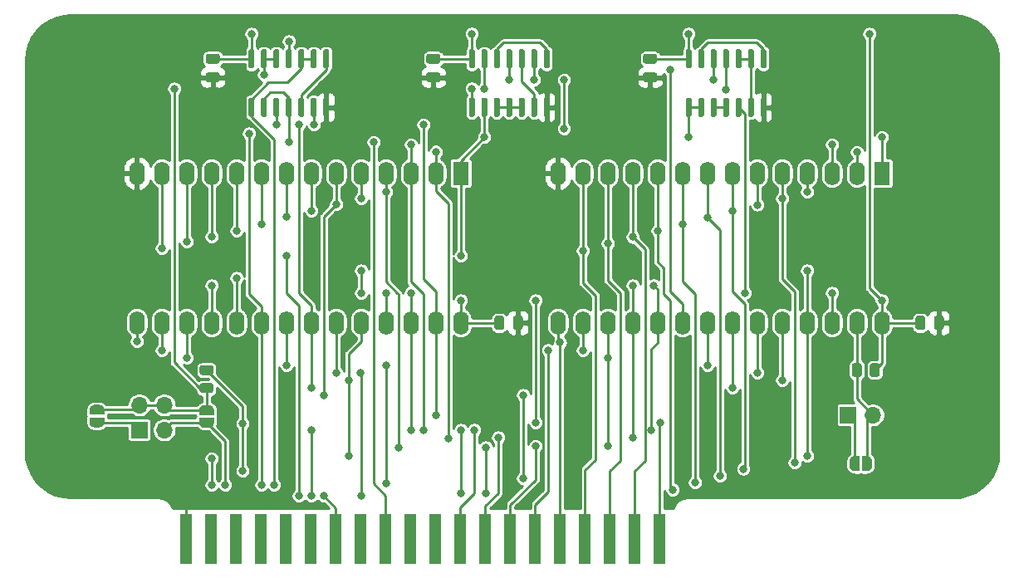
<source format=gbr>
G04 #@! TF.GenerationSoftware,KiCad,Pcbnew,(5.1.9-0-10_14)*
G04 #@! TF.CreationDate,2021-04-09T13:05:53-05:00*
G04 #@! TF.ProjectId,Memory Card,4d656d6f-7279-4204-9361-72642e6b6963,rev?*
G04 #@! TF.SameCoordinates,Original*
G04 #@! TF.FileFunction,Copper,L1,Top*
G04 #@! TF.FilePolarity,Positive*
%FSLAX46Y46*%
G04 Gerber Fmt 4.6, Leading zero omitted, Abs format (unit mm)*
G04 Created by KiCad (PCBNEW (5.1.9-0-10_14)) date 2021-04-09 13:05:53*
%MOMM*%
%LPD*%
G01*
G04 APERTURE LIST*
G04 #@! TA.AperFunction,SMDPad,CuDef*
%ADD10R,1.270000X5.080000*%
G04 #@! TD*
G04 #@! TA.AperFunction,ComponentPad*
%ADD11R,1.600000X2.400000*%
G04 #@! TD*
G04 #@! TA.AperFunction,ComponentPad*
%ADD12O,1.600000X2.400000*%
G04 #@! TD*
G04 #@! TA.AperFunction,ComponentPad*
%ADD13R,1.700000X1.700000*%
G04 #@! TD*
G04 #@! TA.AperFunction,ComponentPad*
%ADD14O,1.700000X1.700000*%
G04 #@! TD*
G04 #@! TA.AperFunction,SMDPad,CuDef*
%ADD15C,0.100000*%
G04 #@! TD*
G04 #@! TA.AperFunction,ViaPad*
%ADD16C,0.800000*%
G04 #@! TD*
G04 #@! TA.AperFunction,Conductor*
%ADD17C,0.250000*%
G04 #@! TD*
G04 #@! TA.AperFunction,Conductor*
%ADD18C,0.254000*%
G04 #@! TD*
G04 #@! TA.AperFunction,Conductor*
%ADD19C,0.100000*%
G04 #@! TD*
G04 APERTURE END LIST*
G04 #@! TA.AperFunction,SMDPad,CuDef*
G36*
G01*
X146698000Y-108425000D02*
X146698000Y-107475000D01*
G75*
G02*
X146948000Y-107225000I250000J0D01*
G01*
X147448000Y-107225000D01*
G75*
G02*
X147698000Y-107475000I0J-250000D01*
G01*
X147698000Y-108425000D01*
G75*
G02*
X147448000Y-108675000I-250000J0D01*
G01*
X146948000Y-108675000D01*
G75*
G02*
X146698000Y-108425000I0J250000D01*
G01*
G37*
G04 #@! TD.AperFunction*
G04 #@! TA.AperFunction,SMDPad,CuDef*
G36*
G01*
X148598000Y-108425000D02*
X148598000Y-107475000D01*
G75*
G02*
X148848000Y-107225000I250000J0D01*
G01*
X149348000Y-107225000D01*
G75*
G02*
X149598000Y-107475000I0J-250000D01*
G01*
X149598000Y-108425000D01*
G75*
G02*
X149348000Y-108675000I-250000J0D01*
G01*
X148848000Y-108675000D01*
G75*
G02*
X148598000Y-108425000I0J250000D01*
G01*
G37*
G04 #@! TD.AperFunction*
G04 #@! TA.AperFunction,SMDPad,CuDef*
G36*
G01*
X191524000Y-108425000D02*
X191524000Y-107475000D01*
G75*
G02*
X191774000Y-107225000I250000J0D01*
G01*
X192274000Y-107225000D01*
G75*
G02*
X192524000Y-107475000I0J-250000D01*
G01*
X192524000Y-108425000D01*
G75*
G02*
X192274000Y-108675000I-250000J0D01*
G01*
X191774000Y-108675000D01*
G75*
G02*
X191524000Y-108425000I0J250000D01*
G01*
G37*
G04 #@! TD.AperFunction*
G04 #@! TA.AperFunction,SMDPad,CuDef*
G36*
G01*
X189624000Y-108425000D02*
X189624000Y-107475000D01*
G75*
G02*
X189874000Y-107225000I250000J0D01*
G01*
X190374000Y-107225000D01*
G75*
G02*
X190624000Y-107475000I0J-250000D01*
G01*
X190624000Y-108425000D01*
G75*
G02*
X190374000Y-108675000I-250000J0D01*
G01*
X189874000Y-108675000D01*
G75*
G02*
X189624000Y-108425000I0J250000D01*
G01*
G37*
G04 #@! TD.AperFunction*
G04 #@! TA.AperFunction,SMDPad,CuDef*
G36*
G01*
X117508000Y-80526000D02*
X118458000Y-80526000D01*
G75*
G02*
X118708000Y-80776000I0J-250000D01*
G01*
X118708000Y-81276000D01*
G75*
G02*
X118458000Y-81526000I-250000J0D01*
G01*
X117508000Y-81526000D01*
G75*
G02*
X117258000Y-81276000I0J250000D01*
G01*
X117258000Y-80776000D01*
G75*
G02*
X117508000Y-80526000I250000J0D01*
G01*
G37*
G04 #@! TD.AperFunction*
G04 #@! TA.AperFunction,SMDPad,CuDef*
G36*
G01*
X117508000Y-82426000D02*
X118458000Y-82426000D01*
G75*
G02*
X118708000Y-82676000I0J-250000D01*
G01*
X118708000Y-83176000D01*
G75*
G02*
X118458000Y-83426000I-250000J0D01*
G01*
X117508000Y-83426000D01*
G75*
G02*
X117258000Y-83176000I0J250000D01*
G01*
X117258000Y-82676000D01*
G75*
G02*
X117508000Y-82426000I250000J0D01*
G01*
G37*
G04 #@! TD.AperFunction*
G04 #@! TA.AperFunction,SMDPad,CuDef*
G36*
G01*
X139987000Y-82431000D02*
X140937000Y-82431000D01*
G75*
G02*
X141187000Y-82681000I0J-250000D01*
G01*
X141187000Y-83181000D01*
G75*
G02*
X140937000Y-83431000I-250000J0D01*
G01*
X139987000Y-83431000D01*
G75*
G02*
X139737000Y-83181000I0J250000D01*
G01*
X139737000Y-82681000D01*
G75*
G02*
X139987000Y-82431000I250000J0D01*
G01*
G37*
G04 #@! TD.AperFunction*
G04 #@! TA.AperFunction,SMDPad,CuDef*
G36*
G01*
X139987000Y-80531000D02*
X140937000Y-80531000D01*
G75*
G02*
X141187000Y-80781000I0J-250000D01*
G01*
X141187000Y-81281000D01*
G75*
G02*
X140937000Y-81531000I-250000J0D01*
G01*
X139987000Y-81531000D01*
G75*
G02*
X139737000Y-81281000I0J250000D01*
G01*
X139737000Y-80781000D01*
G75*
G02*
X139987000Y-80531000I250000J0D01*
G01*
G37*
G04 #@! TD.AperFunction*
G04 #@! TA.AperFunction,SMDPad,CuDef*
G36*
G01*
X162085000Y-80531000D02*
X163035000Y-80531000D01*
G75*
G02*
X163285000Y-80781000I0J-250000D01*
G01*
X163285000Y-81281000D01*
G75*
G02*
X163035000Y-81531000I-250000J0D01*
G01*
X162085000Y-81531000D01*
G75*
G02*
X161835000Y-81281000I0J250000D01*
G01*
X161835000Y-80781000D01*
G75*
G02*
X162085000Y-80531000I250000J0D01*
G01*
G37*
G04 #@! TD.AperFunction*
G04 #@! TA.AperFunction,SMDPad,CuDef*
G36*
G01*
X162085000Y-82431000D02*
X163035000Y-82431000D01*
G75*
G02*
X163285000Y-82681000I0J-250000D01*
G01*
X163285000Y-83181000D01*
G75*
G02*
X163035000Y-83431000I-250000J0D01*
G01*
X162085000Y-83431000D01*
G75*
G02*
X161835000Y-83181000I0J250000D01*
G01*
X161835000Y-82681000D01*
G75*
G02*
X162085000Y-82431000I250000J0D01*
G01*
G37*
G04 #@! TD.AperFunction*
D10*
X115300000Y-130030000D03*
X117840000Y-130030000D03*
X120380000Y-130030000D03*
X122920000Y-130030000D03*
X125460000Y-130030000D03*
X128000000Y-130030000D03*
X130540000Y-130030000D03*
X133080000Y-130030000D03*
X135620000Y-130030000D03*
X138160000Y-130030000D03*
X140700000Y-130030000D03*
X143240000Y-130030000D03*
X145780000Y-130030000D03*
X148320000Y-130030000D03*
X150860000Y-130030000D03*
X153400000Y-130030000D03*
X155940000Y-130030000D03*
X158480000Y-130030000D03*
X161020000Y-130030000D03*
X163560000Y-130030000D03*
D11*
X143256000Y-92710000D03*
D12*
X110236000Y-107950000D03*
X140716000Y-92710000D03*
X112776000Y-107950000D03*
X138176000Y-92710000D03*
X115316000Y-107950000D03*
X135636000Y-92710000D03*
X117856000Y-107950000D03*
X133096000Y-92710000D03*
X120396000Y-107950000D03*
X130556000Y-92710000D03*
X122936000Y-107950000D03*
X128016000Y-92710000D03*
X125476000Y-107950000D03*
X125476000Y-92710000D03*
X128016000Y-107950000D03*
X122936000Y-92710000D03*
X130556000Y-107950000D03*
X120396000Y-92710000D03*
X133096000Y-107950000D03*
X117856000Y-92710000D03*
X135636000Y-107950000D03*
X115316000Y-92710000D03*
X138176000Y-107950000D03*
X112776000Y-92710000D03*
X140716000Y-107950000D03*
X110236000Y-92710000D03*
X143256000Y-107950000D03*
X186182000Y-107950000D03*
X153162000Y-92710000D03*
X183642000Y-107950000D03*
X155702000Y-92710000D03*
X181102000Y-107950000D03*
X158242000Y-92710000D03*
X178562000Y-107950000D03*
X160782000Y-92710000D03*
X176022000Y-107950000D03*
X163322000Y-92710000D03*
X173482000Y-107950000D03*
X165862000Y-92710000D03*
X170942000Y-107950000D03*
X168402000Y-92710000D03*
X168402000Y-107950000D03*
X170942000Y-92710000D03*
X165862000Y-107950000D03*
X173482000Y-92710000D03*
X163322000Y-107950000D03*
X176022000Y-92710000D03*
X160782000Y-107950000D03*
X178562000Y-92710000D03*
X158242000Y-107950000D03*
X181102000Y-92710000D03*
X155702000Y-107950000D03*
X183642000Y-92710000D03*
X153162000Y-107950000D03*
D11*
X186182000Y-92710000D03*
D13*
X182753000Y-117348000D03*
D14*
X185293000Y-117348000D03*
D13*
X110490000Y-118872000D03*
D14*
X110490000Y-116332000D03*
X113030000Y-118872000D03*
X113030000Y-116332000D03*
G04 #@! TA.AperFunction,SMDPad,CuDef*
D15*
G36*
X183888000Y-123051000D02*
G01*
X183388000Y-123051000D01*
X183388000Y-123050398D01*
X183363466Y-123050398D01*
X183314635Y-123045588D01*
X183266510Y-123036016D01*
X183219555Y-123021772D01*
X183174222Y-123002995D01*
X183130949Y-122979864D01*
X183090150Y-122952604D01*
X183052221Y-122921476D01*
X183017524Y-122886779D01*
X182986396Y-122848850D01*
X182959136Y-122808051D01*
X182936005Y-122764778D01*
X182917228Y-122719445D01*
X182902984Y-122672490D01*
X182893412Y-122624365D01*
X182888602Y-122575534D01*
X182888602Y-122551000D01*
X182888000Y-122551000D01*
X182888000Y-122051000D01*
X182888602Y-122051000D01*
X182888602Y-122026466D01*
X182893412Y-121977635D01*
X182902984Y-121929510D01*
X182917228Y-121882555D01*
X182936005Y-121837222D01*
X182959136Y-121793949D01*
X182986396Y-121753150D01*
X183017524Y-121715221D01*
X183052221Y-121680524D01*
X183090150Y-121649396D01*
X183130949Y-121622136D01*
X183174222Y-121599005D01*
X183219555Y-121580228D01*
X183266510Y-121565984D01*
X183314635Y-121556412D01*
X183363466Y-121551602D01*
X183388000Y-121551602D01*
X183388000Y-121551000D01*
X183888000Y-121551000D01*
X183888000Y-123051000D01*
G37*
G04 #@! TD.AperFunction*
G04 #@! TA.AperFunction,SMDPad,CuDef*
G36*
X184688000Y-121551602D02*
G01*
X184712534Y-121551602D01*
X184761365Y-121556412D01*
X184809490Y-121565984D01*
X184856445Y-121580228D01*
X184901778Y-121599005D01*
X184945051Y-121622136D01*
X184985850Y-121649396D01*
X185023779Y-121680524D01*
X185058476Y-121715221D01*
X185089604Y-121753150D01*
X185116864Y-121793949D01*
X185139995Y-121837222D01*
X185158772Y-121882555D01*
X185173016Y-121929510D01*
X185182588Y-121977635D01*
X185187398Y-122026466D01*
X185187398Y-122051000D01*
X185188000Y-122051000D01*
X185188000Y-122551000D01*
X185187398Y-122551000D01*
X185187398Y-122575534D01*
X185182588Y-122624365D01*
X185173016Y-122672490D01*
X185158772Y-122719445D01*
X185139995Y-122764778D01*
X185116864Y-122808051D01*
X185089604Y-122848850D01*
X185058476Y-122886779D01*
X185023779Y-122921476D01*
X184985850Y-122952604D01*
X184945051Y-122979864D01*
X184901778Y-123002995D01*
X184856445Y-123021772D01*
X184809490Y-123036016D01*
X184761365Y-123045588D01*
X184712534Y-123050398D01*
X184688000Y-123050398D01*
X184688000Y-123051000D01*
X184188000Y-123051000D01*
X184188000Y-121551000D01*
X184688000Y-121551000D01*
X184688000Y-121551602D01*
G37*
G04 #@! TD.AperFunction*
G04 #@! TA.AperFunction,SMDPad,CuDef*
G36*
X105422602Y-116810000D02*
G01*
X105422602Y-116785466D01*
X105427412Y-116736635D01*
X105436984Y-116688510D01*
X105451228Y-116641555D01*
X105470005Y-116596222D01*
X105493136Y-116552949D01*
X105520396Y-116512150D01*
X105551524Y-116474221D01*
X105586221Y-116439524D01*
X105624150Y-116408396D01*
X105664949Y-116381136D01*
X105708222Y-116358005D01*
X105753555Y-116339228D01*
X105800510Y-116324984D01*
X105848635Y-116315412D01*
X105897466Y-116310602D01*
X105922000Y-116310602D01*
X105922000Y-116310000D01*
X106422000Y-116310000D01*
X106422000Y-116310602D01*
X106446534Y-116310602D01*
X106495365Y-116315412D01*
X106543490Y-116324984D01*
X106590445Y-116339228D01*
X106635778Y-116358005D01*
X106679051Y-116381136D01*
X106719850Y-116408396D01*
X106757779Y-116439524D01*
X106792476Y-116474221D01*
X106823604Y-116512150D01*
X106850864Y-116552949D01*
X106873995Y-116596222D01*
X106892772Y-116641555D01*
X106907016Y-116688510D01*
X106916588Y-116736635D01*
X106921398Y-116785466D01*
X106921398Y-116810000D01*
X106922000Y-116810000D01*
X106922000Y-117310000D01*
X105422000Y-117310000D01*
X105422000Y-116810000D01*
X105422602Y-116810000D01*
G37*
G04 #@! TD.AperFunction*
G04 #@! TA.AperFunction,SMDPad,CuDef*
G36*
X106922000Y-117610000D02*
G01*
X106922000Y-118110000D01*
X106921398Y-118110000D01*
X106921398Y-118134534D01*
X106916588Y-118183365D01*
X106907016Y-118231490D01*
X106892772Y-118278445D01*
X106873995Y-118323778D01*
X106850864Y-118367051D01*
X106823604Y-118407850D01*
X106792476Y-118445779D01*
X106757779Y-118480476D01*
X106719850Y-118511604D01*
X106679051Y-118538864D01*
X106635778Y-118561995D01*
X106590445Y-118580772D01*
X106543490Y-118595016D01*
X106495365Y-118604588D01*
X106446534Y-118609398D01*
X106422000Y-118609398D01*
X106422000Y-118610000D01*
X105922000Y-118610000D01*
X105922000Y-118609398D01*
X105897466Y-118609398D01*
X105848635Y-118604588D01*
X105800510Y-118595016D01*
X105753555Y-118580772D01*
X105708222Y-118561995D01*
X105664949Y-118538864D01*
X105624150Y-118511604D01*
X105586221Y-118480476D01*
X105551524Y-118445779D01*
X105520396Y-118407850D01*
X105493136Y-118367051D01*
X105470005Y-118323778D01*
X105451228Y-118278445D01*
X105436984Y-118231490D01*
X105427412Y-118183365D01*
X105422602Y-118134534D01*
X105422602Y-118110000D01*
X105422000Y-118110000D01*
X105422000Y-117610000D01*
X106922000Y-117610000D01*
G37*
G04 #@! TD.AperFunction*
G04 #@! TA.AperFunction,SMDPad,CuDef*
G36*
X118098000Y-117640000D02*
G01*
X118098000Y-118140000D01*
X118097398Y-118140000D01*
X118097398Y-118164534D01*
X118092588Y-118213365D01*
X118083016Y-118261490D01*
X118068772Y-118308445D01*
X118049995Y-118353778D01*
X118026864Y-118397051D01*
X117999604Y-118437850D01*
X117968476Y-118475779D01*
X117933779Y-118510476D01*
X117895850Y-118541604D01*
X117855051Y-118568864D01*
X117811778Y-118591995D01*
X117766445Y-118610772D01*
X117719490Y-118625016D01*
X117671365Y-118634588D01*
X117622534Y-118639398D01*
X117598000Y-118639398D01*
X117598000Y-118640000D01*
X117098000Y-118640000D01*
X117098000Y-118639398D01*
X117073466Y-118639398D01*
X117024635Y-118634588D01*
X116976510Y-118625016D01*
X116929555Y-118610772D01*
X116884222Y-118591995D01*
X116840949Y-118568864D01*
X116800150Y-118541604D01*
X116762221Y-118510476D01*
X116727524Y-118475779D01*
X116696396Y-118437850D01*
X116669136Y-118397051D01*
X116646005Y-118353778D01*
X116627228Y-118308445D01*
X116612984Y-118261490D01*
X116603412Y-118213365D01*
X116598602Y-118164534D01*
X116598602Y-118140000D01*
X116598000Y-118140000D01*
X116598000Y-117640000D01*
X118098000Y-117640000D01*
G37*
G04 #@! TD.AperFunction*
G04 #@! TA.AperFunction,SMDPad,CuDef*
G36*
X116598602Y-116840000D02*
G01*
X116598602Y-116815466D01*
X116603412Y-116766635D01*
X116612984Y-116718510D01*
X116627228Y-116671555D01*
X116646005Y-116626222D01*
X116669136Y-116582949D01*
X116696396Y-116542150D01*
X116727524Y-116504221D01*
X116762221Y-116469524D01*
X116800150Y-116438396D01*
X116840949Y-116411136D01*
X116884222Y-116388005D01*
X116929555Y-116369228D01*
X116976510Y-116354984D01*
X117024635Y-116345412D01*
X117073466Y-116340602D01*
X117098000Y-116340602D01*
X117098000Y-116340000D01*
X117598000Y-116340000D01*
X117598000Y-116340602D01*
X117622534Y-116340602D01*
X117671365Y-116345412D01*
X117719490Y-116354984D01*
X117766445Y-116369228D01*
X117811778Y-116388005D01*
X117855051Y-116411136D01*
X117895850Y-116438396D01*
X117933779Y-116469524D01*
X117968476Y-116504221D01*
X117999604Y-116542150D01*
X118026864Y-116582949D01*
X118049995Y-116626222D01*
X118068772Y-116671555D01*
X118083016Y-116718510D01*
X118092588Y-116766635D01*
X118097398Y-116815466D01*
X118097398Y-116840000D01*
X118098000Y-116840000D01*
X118098000Y-117340000D01*
X116598000Y-117340000D01*
X116598000Y-116840000D01*
X116598602Y-116840000D01*
G37*
G04 #@! TD.AperFunction*
G04 #@! TA.AperFunction,SMDPad,CuDef*
G36*
G01*
X185979500Y-112325999D02*
X185979500Y-113226001D01*
G75*
G02*
X185729501Y-113476000I-249999J0D01*
G01*
X185204499Y-113476000D01*
G75*
G02*
X184954500Y-113226001I0J249999D01*
G01*
X184954500Y-112325999D01*
G75*
G02*
X185204499Y-112076000I249999J0D01*
G01*
X185729501Y-112076000D01*
G75*
G02*
X185979500Y-112325999I0J-249999D01*
G01*
G37*
G04 #@! TD.AperFunction*
G04 #@! TA.AperFunction,SMDPad,CuDef*
G36*
G01*
X184154500Y-112325999D02*
X184154500Y-113226001D01*
G75*
G02*
X183904501Y-113476000I-249999J0D01*
G01*
X183379499Y-113476000D01*
G75*
G02*
X183129500Y-113226001I0J249999D01*
G01*
X183129500Y-112325999D01*
G75*
G02*
X183379499Y-112076000I249999J0D01*
G01*
X183904501Y-112076000D01*
G75*
G02*
X184154500Y-112325999I0J-249999D01*
G01*
G37*
G04 #@! TD.AperFunction*
G04 #@! TA.AperFunction,SMDPad,CuDef*
G36*
G01*
X116897999Y-114088500D02*
X117798001Y-114088500D01*
G75*
G02*
X118048000Y-114338499I0J-249999D01*
G01*
X118048000Y-114863501D01*
G75*
G02*
X117798001Y-115113500I-249999J0D01*
G01*
X116897999Y-115113500D01*
G75*
G02*
X116648000Y-114863501I0J249999D01*
G01*
X116648000Y-114338499D01*
G75*
G02*
X116897999Y-114088500I249999J0D01*
G01*
G37*
G04 #@! TD.AperFunction*
G04 #@! TA.AperFunction,SMDPad,CuDef*
G36*
G01*
X116897999Y-112263500D02*
X117798001Y-112263500D01*
G75*
G02*
X118048000Y-112513499I0J-249999D01*
G01*
X118048000Y-113038501D01*
G75*
G02*
X117798001Y-113288500I-249999J0D01*
G01*
X116897999Y-113288500D01*
G75*
G02*
X116648000Y-113038501I0J249999D01*
G01*
X116648000Y-112513499D01*
G75*
G02*
X116897999Y-112263500I249999J0D01*
G01*
G37*
G04 #@! TD.AperFunction*
G04 #@! TA.AperFunction,SMDPad,CuDef*
G36*
G01*
X122070000Y-86954000D02*
X121770000Y-86954000D01*
G75*
G02*
X121620000Y-86804000I0J150000D01*
G01*
X121620000Y-85154000D01*
G75*
G02*
X121770000Y-85004000I150000J0D01*
G01*
X122070000Y-85004000D01*
G75*
G02*
X122220000Y-85154000I0J-150000D01*
G01*
X122220000Y-86804000D01*
G75*
G02*
X122070000Y-86954000I-150000J0D01*
G01*
G37*
G04 #@! TD.AperFunction*
G04 #@! TA.AperFunction,SMDPad,CuDef*
G36*
G01*
X123340000Y-86954000D02*
X123040000Y-86954000D01*
G75*
G02*
X122890000Y-86804000I0J150000D01*
G01*
X122890000Y-85154000D01*
G75*
G02*
X123040000Y-85004000I150000J0D01*
G01*
X123340000Y-85004000D01*
G75*
G02*
X123490000Y-85154000I0J-150000D01*
G01*
X123490000Y-86804000D01*
G75*
G02*
X123340000Y-86954000I-150000J0D01*
G01*
G37*
G04 #@! TD.AperFunction*
G04 #@! TA.AperFunction,SMDPad,CuDef*
G36*
G01*
X124610000Y-86954000D02*
X124310000Y-86954000D01*
G75*
G02*
X124160000Y-86804000I0J150000D01*
G01*
X124160000Y-85154000D01*
G75*
G02*
X124310000Y-85004000I150000J0D01*
G01*
X124610000Y-85004000D01*
G75*
G02*
X124760000Y-85154000I0J-150000D01*
G01*
X124760000Y-86804000D01*
G75*
G02*
X124610000Y-86954000I-150000J0D01*
G01*
G37*
G04 #@! TD.AperFunction*
G04 #@! TA.AperFunction,SMDPad,CuDef*
G36*
G01*
X125880000Y-86954000D02*
X125580000Y-86954000D01*
G75*
G02*
X125430000Y-86804000I0J150000D01*
G01*
X125430000Y-85154000D01*
G75*
G02*
X125580000Y-85004000I150000J0D01*
G01*
X125880000Y-85004000D01*
G75*
G02*
X126030000Y-85154000I0J-150000D01*
G01*
X126030000Y-86804000D01*
G75*
G02*
X125880000Y-86954000I-150000J0D01*
G01*
G37*
G04 #@! TD.AperFunction*
G04 #@! TA.AperFunction,SMDPad,CuDef*
G36*
G01*
X127150000Y-86954000D02*
X126850000Y-86954000D01*
G75*
G02*
X126700000Y-86804000I0J150000D01*
G01*
X126700000Y-85154000D01*
G75*
G02*
X126850000Y-85004000I150000J0D01*
G01*
X127150000Y-85004000D01*
G75*
G02*
X127300000Y-85154000I0J-150000D01*
G01*
X127300000Y-86804000D01*
G75*
G02*
X127150000Y-86954000I-150000J0D01*
G01*
G37*
G04 #@! TD.AperFunction*
G04 #@! TA.AperFunction,SMDPad,CuDef*
G36*
G01*
X128420000Y-86954000D02*
X128120000Y-86954000D01*
G75*
G02*
X127970000Y-86804000I0J150000D01*
G01*
X127970000Y-85154000D01*
G75*
G02*
X128120000Y-85004000I150000J0D01*
G01*
X128420000Y-85004000D01*
G75*
G02*
X128570000Y-85154000I0J-150000D01*
G01*
X128570000Y-86804000D01*
G75*
G02*
X128420000Y-86954000I-150000J0D01*
G01*
G37*
G04 #@! TD.AperFunction*
G04 #@! TA.AperFunction,SMDPad,CuDef*
G36*
G01*
X129690000Y-86954000D02*
X129390000Y-86954000D01*
G75*
G02*
X129240000Y-86804000I0J150000D01*
G01*
X129240000Y-85154000D01*
G75*
G02*
X129390000Y-85004000I150000J0D01*
G01*
X129690000Y-85004000D01*
G75*
G02*
X129840000Y-85154000I0J-150000D01*
G01*
X129840000Y-86804000D01*
G75*
G02*
X129690000Y-86954000I-150000J0D01*
G01*
G37*
G04 #@! TD.AperFunction*
G04 #@! TA.AperFunction,SMDPad,CuDef*
G36*
G01*
X129690000Y-82004000D02*
X129390000Y-82004000D01*
G75*
G02*
X129240000Y-81854000I0J150000D01*
G01*
X129240000Y-80204000D01*
G75*
G02*
X129390000Y-80054000I150000J0D01*
G01*
X129690000Y-80054000D01*
G75*
G02*
X129840000Y-80204000I0J-150000D01*
G01*
X129840000Y-81854000D01*
G75*
G02*
X129690000Y-82004000I-150000J0D01*
G01*
G37*
G04 #@! TD.AperFunction*
G04 #@! TA.AperFunction,SMDPad,CuDef*
G36*
G01*
X128420000Y-82004000D02*
X128120000Y-82004000D01*
G75*
G02*
X127970000Y-81854000I0J150000D01*
G01*
X127970000Y-80204000D01*
G75*
G02*
X128120000Y-80054000I150000J0D01*
G01*
X128420000Y-80054000D01*
G75*
G02*
X128570000Y-80204000I0J-150000D01*
G01*
X128570000Y-81854000D01*
G75*
G02*
X128420000Y-82004000I-150000J0D01*
G01*
G37*
G04 #@! TD.AperFunction*
G04 #@! TA.AperFunction,SMDPad,CuDef*
G36*
G01*
X127150000Y-82004000D02*
X126850000Y-82004000D01*
G75*
G02*
X126700000Y-81854000I0J150000D01*
G01*
X126700000Y-80204000D01*
G75*
G02*
X126850000Y-80054000I150000J0D01*
G01*
X127150000Y-80054000D01*
G75*
G02*
X127300000Y-80204000I0J-150000D01*
G01*
X127300000Y-81854000D01*
G75*
G02*
X127150000Y-82004000I-150000J0D01*
G01*
G37*
G04 #@! TD.AperFunction*
G04 #@! TA.AperFunction,SMDPad,CuDef*
G36*
G01*
X125880000Y-82004000D02*
X125580000Y-82004000D01*
G75*
G02*
X125430000Y-81854000I0J150000D01*
G01*
X125430000Y-80204000D01*
G75*
G02*
X125580000Y-80054000I150000J0D01*
G01*
X125880000Y-80054000D01*
G75*
G02*
X126030000Y-80204000I0J-150000D01*
G01*
X126030000Y-81854000D01*
G75*
G02*
X125880000Y-82004000I-150000J0D01*
G01*
G37*
G04 #@! TD.AperFunction*
G04 #@! TA.AperFunction,SMDPad,CuDef*
G36*
G01*
X124610000Y-82004000D02*
X124310000Y-82004000D01*
G75*
G02*
X124160000Y-81854000I0J150000D01*
G01*
X124160000Y-80204000D01*
G75*
G02*
X124310000Y-80054000I150000J0D01*
G01*
X124610000Y-80054000D01*
G75*
G02*
X124760000Y-80204000I0J-150000D01*
G01*
X124760000Y-81854000D01*
G75*
G02*
X124610000Y-82004000I-150000J0D01*
G01*
G37*
G04 #@! TD.AperFunction*
G04 #@! TA.AperFunction,SMDPad,CuDef*
G36*
G01*
X123340000Y-82004000D02*
X123040000Y-82004000D01*
G75*
G02*
X122890000Y-81854000I0J150000D01*
G01*
X122890000Y-80204000D01*
G75*
G02*
X123040000Y-80054000I150000J0D01*
G01*
X123340000Y-80054000D01*
G75*
G02*
X123490000Y-80204000I0J-150000D01*
G01*
X123490000Y-81854000D01*
G75*
G02*
X123340000Y-82004000I-150000J0D01*
G01*
G37*
G04 #@! TD.AperFunction*
G04 #@! TA.AperFunction,SMDPad,CuDef*
G36*
G01*
X122070000Y-82004000D02*
X121770000Y-82004000D01*
G75*
G02*
X121620000Y-81854000I0J150000D01*
G01*
X121620000Y-80204000D01*
G75*
G02*
X121770000Y-80054000I150000J0D01*
G01*
X122070000Y-80054000D01*
G75*
G02*
X122220000Y-80204000I0J-150000D01*
G01*
X122220000Y-81854000D01*
G75*
G02*
X122070000Y-82004000I-150000J0D01*
G01*
G37*
G04 #@! TD.AperFunction*
G04 #@! TA.AperFunction,SMDPad,CuDef*
G36*
G01*
X144549000Y-82001000D02*
X144249000Y-82001000D01*
G75*
G02*
X144099000Y-81851000I0J150000D01*
G01*
X144099000Y-80201000D01*
G75*
G02*
X144249000Y-80051000I150000J0D01*
G01*
X144549000Y-80051000D01*
G75*
G02*
X144699000Y-80201000I0J-150000D01*
G01*
X144699000Y-81851000D01*
G75*
G02*
X144549000Y-82001000I-150000J0D01*
G01*
G37*
G04 #@! TD.AperFunction*
G04 #@! TA.AperFunction,SMDPad,CuDef*
G36*
G01*
X145819000Y-82001000D02*
X145519000Y-82001000D01*
G75*
G02*
X145369000Y-81851000I0J150000D01*
G01*
X145369000Y-80201000D01*
G75*
G02*
X145519000Y-80051000I150000J0D01*
G01*
X145819000Y-80051000D01*
G75*
G02*
X145969000Y-80201000I0J-150000D01*
G01*
X145969000Y-81851000D01*
G75*
G02*
X145819000Y-82001000I-150000J0D01*
G01*
G37*
G04 #@! TD.AperFunction*
G04 #@! TA.AperFunction,SMDPad,CuDef*
G36*
G01*
X147089000Y-82001000D02*
X146789000Y-82001000D01*
G75*
G02*
X146639000Y-81851000I0J150000D01*
G01*
X146639000Y-80201000D01*
G75*
G02*
X146789000Y-80051000I150000J0D01*
G01*
X147089000Y-80051000D01*
G75*
G02*
X147239000Y-80201000I0J-150000D01*
G01*
X147239000Y-81851000D01*
G75*
G02*
X147089000Y-82001000I-150000J0D01*
G01*
G37*
G04 #@! TD.AperFunction*
G04 #@! TA.AperFunction,SMDPad,CuDef*
G36*
G01*
X148359000Y-82001000D02*
X148059000Y-82001000D01*
G75*
G02*
X147909000Y-81851000I0J150000D01*
G01*
X147909000Y-80201000D01*
G75*
G02*
X148059000Y-80051000I150000J0D01*
G01*
X148359000Y-80051000D01*
G75*
G02*
X148509000Y-80201000I0J-150000D01*
G01*
X148509000Y-81851000D01*
G75*
G02*
X148359000Y-82001000I-150000J0D01*
G01*
G37*
G04 #@! TD.AperFunction*
G04 #@! TA.AperFunction,SMDPad,CuDef*
G36*
G01*
X149629000Y-82001000D02*
X149329000Y-82001000D01*
G75*
G02*
X149179000Y-81851000I0J150000D01*
G01*
X149179000Y-80201000D01*
G75*
G02*
X149329000Y-80051000I150000J0D01*
G01*
X149629000Y-80051000D01*
G75*
G02*
X149779000Y-80201000I0J-150000D01*
G01*
X149779000Y-81851000D01*
G75*
G02*
X149629000Y-82001000I-150000J0D01*
G01*
G37*
G04 #@! TD.AperFunction*
G04 #@! TA.AperFunction,SMDPad,CuDef*
G36*
G01*
X150899000Y-82001000D02*
X150599000Y-82001000D01*
G75*
G02*
X150449000Y-81851000I0J150000D01*
G01*
X150449000Y-80201000D01*
G75*
G02*
X150599000Y-80051000I150000J0D01*
G01*
X150899000Y-80051000D01*
G75*
G02*
X151049000Y-80201000I0J-150000D01*
G01*
X151049000Y-81851000D01*
G75*
G02*
X150899000Y-82001000I-150000J0D01*
G01*
G37*
G04 #@! TD.AperFunction*
G04 #@! TA.AperFunction,SMDPad,CuDef*
G36*
G01*
X152169000Y-82001000D02*
X151869000Y-82001000D01*
G75*
G02*
X151719000Y-81851000I0J150000D01*
G01*
X151719000Y-80201000D01*
G75*
G02*
X151869000Y-80051000I150000J0D01*
G01*
X152169000Y-80051000D01*
G75*
G02*
X152319000Y-80201000I0J-150000D01*
G01*
X152319000Y-81851000D01*
G75*
G02*
X152169000Y-82001000I-150000J0D01*
G01*
G37*
G04 #@! TD.AperFunction*
G04 #@! TA.AperFunction,SMDPad,CuDef*
G36*
G01*
X152169000Y-86951000D02*
X151869000Y-86951000D01*
G75*
G02*
X151719000Y-86801000I0J150000D01*
G01*
X151719000Y-85151000D01*
G75*
G02*
X151869000Y-85001000I150000J0D01*
G01*
X152169000Y-85001000D01*
G75*
G02*
X152319000Y-85151000I0J-150000D01*
G01*
X152319000Y-86801000D01*
G75*
G02*
X152169000Y-86951000I-150000J0D01*
G01*
G37*
G04 #@! TD.AperFunction*
G04 #@! TA.AperFunction,SMDPad,CuDef*
G36*
G01*
X150899000Y-86951000D02*
X150599000Y-86951000D01*
G75*
G02*
X150449000Y-86801000I0J150000D01*
G01*
X150449000Y-85151000D01*
G75*
G02*
X150599000Y-85001000I150000J0D01*
G01*
X150899000Y-85001000D01*
G75*
G02*
X151049000Y-85151000I0J-150000D01*
G01*
X151049000Y-86801000D01*
G75*
G02*
X150899000Y-86951000I-150000J0D01*
G01*
G37*
G04 #@! TD.AperFunction*
G04 #@! TA.AperFunction,SMDPad,CuDef*
G36*
G01*
X149629000Y-86951000D02*
X149329000Y-86951000D01*
G75*
G02*
X149179000Y-86801000I0J150000D01*
G01*
X149179000Y-85151000D01*
G75*
G02*
X149329000Y-85001000I150000J0D01*
G01*
X149629000Y-85001000D01*
G75*
G02*
X149779000Y-85151000I0J-150000D01*
G01*
X149779000Y-86801000D01*
G75*
G02*
X149629000Y-86951000I-150000J0D01*
G01*
G37*
G04 #@! TD.AperFunction*
G04 #@! TA.AperFunction,SMDPad,CuDef*
G36*
G01*
X148359000Y-86951000D02*
X148059000Y-86951000D01*
G75*
G02*
X147909000Y-86801000I0J150000D01*
G01*
X147909000Y-85151000D01*
G75*
G02*
X148059000Y-85001000I150000J0D01*
G01*
X148359000Y-85001000D01*
G75*
G02*
X148509000Y-85151000I0J-150000D01*
G01*
X148509000Y-86801000D01*
G75*
G02*
X148359000Y-86951000I-150000J0D01*
G01*
G37*
G04 #@! TD.AperFunction*
G04 #@! TA.AperFunction,SMDPad,CuDef*
G36*
G01*
X147089000Y-86951000D02*
X146789000Y-86951000D01*
G75*
G02*
X146639000Y-86801000I0J150000D01*
G01*
X146639000Y-85151000D01*
G75*
G02*
X146789000Y-85001000I150000J0D01*
G01*
X147089000Y-85001000D01*
G75*
G02*
X147239000Y-85151000I0J-150000D01*
G01*
X147239000Y-86801000D01*
G75*
G02*
X147089000Y-86951000I-150000J0D01*
G01*
G37*
G04 #@! TD.AperFunction*
G04 #@! TA.AperFunction,SMDPad,CuDef*
G36*
G01*
X145819000Y-86951000D02*
X145519000Y-86951000D01*
G75*
G02*
X145369000Y-86801000I0J150000D01*
G01*
X145369000Y-85151000D01*
G75*
G02*
X145519000Y-85001000I150000J0D01*
G01*
X145819000Y-85001000D01*
G75*
G02*
X145969000Y-85151000I0J-150000D01*
G01*
X145969000Y-86801000D01*
G75*
G02*
X145819000Y-86951000I-150000J0D01*
G01*
G37*
G04 #@! TD.AperFunction*
G04 #@! TA.AperFunction,SMDPad,CuDef*
G36*
G01*
X144549000Y-86951000D02*
X144249000Y-86951000D01*
G75*
G02*
X144099000Y-86801000I0J150000D01*
G01*
X144099000Y-85151000D01*
G75*
G02*
X144249000Y-85001000I150000J0D01*
G01*
X144549000Y-85001000D01*
G75*
G02*
X144699000Y-85151000I0J-150000D01*
G01*
X144699000Y-86801000D01*
G75*
G02*
X144549000Y-86951000I-150000J0D01*
G01*
G37*
G04 #@! TD.AperFunction*
G04 #@! TA.AperFunction,SMDPad,CuDef*
G36*
G01*
X166647000Y-86954000D02*
X166347000Y-86954000D01*
G75*
G02*
X166197000Y-86804000I0J150000D01*
G01*
X166197000Y-85154000D01*
G75*
G02*
X166347000Y-85004000I150000J0D01*
G01*
X166647000Y-85004000D01*
G75*
G02*
X166797000Y-85154000I0J-150000D01*
G01*
X166797000Y-86804000D01*
G75*
G02*
X166647000Y-86954000I-150000J0D01*
G01*
G37*
G04 #@! TD.AperFunction*
G04 #@! TA.AperFunction,SMDPad,CuDef*
G36*
G01*
X167917000Y-86954000D02*
X167617000Y-86954000D01*
G75*
G02*
X167467000Y-86804000I0J150000D01*
G01*
X167467000Y-85154000D01*
G75*
G02*
X167617000Y-85004000I150000J0D01*
G01*
X167917000Y-85004000D01*
G75*
G02*
X168067000Y-85154000I0J-150000D01*
G01*
X168067000Y-86804000D01*
G75*
G02*
X167917000Y-86954000I-150000J0D01*
G01*
G37*
G04 #@! TD.AperFunction*
G04 #@! TA.AperFunction,SMDPad,CuDef*
G36*
G01*
X169187000Y-86954000D02*
X168887000Y-86954000D01*
G75*
G02*
X168737000Y-86804000I0J150000D01*
G01*
X168737000Y-85154000D01*
G75*
G02*
X168887000Y-85004000I150000J0D01*
G01*
X169187000Y-85004000D01*
G75*
G02*
X169337000Y-85154000I0J-150000D01*
G01*
X169337000Y-86804000D01*
G75*
G02*
X169187000Y-86954000I-150000J0D01*
G01*
G37*
G04 #@! TD.AperFunction*
G04 #@! TA.AperFunction,SMDPad,CuDef*
G36*
G01*
X170457000Y-86954000D02*
X170157000Y-86954000D01*
G75*
G02*
X170007000Y-86804000I0J150000D01*
G01*
X170007000Y-85154000D01*
G75*
G02*
X170157000Y-85004000I150000J0D01*
G01*
X170457000Y-85004000D01*
G75*
G02*
X170607000Y-85154000I0J-150000D01*
G01*
X170607000Y-86804000D01*
G75*
G02*
X170457000Y-86954000I-150000J0D01*
G01*
G37*
G04 #@! TD.AperFunction*
G04 #@! TA.AperFunction,SMDPad,CuDef*
G36*
G01*
X171727000Y-86954000D02*
X171427000Y-86954000D01*
G75*
G02*
X171277000Y-86804000I0J150000D01*
G01*
X171277000Y-85154000D01*
G75*
G02*
X171427000Y-85004000I150000J0D01*
G01*
X171727000Y-85004000D01*
G75*
G02*
X171877000Y-85154000I0J-150000D01*
G01*
X171877000Y-86804000D01*
G75*
G02*
X171727000Y-86954000I-150000J0D01*
G01*
G37*
G04 #@! TD.AperFunction*
G04 #@! TA.AperFunction,SMDPad,CuDef*
G36*
G01*
X172997000Y-86954000D02*
X172697000Y-86954000D01*
G75*
G02*
X172547000Y-86804000I0J150000D01*
G01*
X172547000Y-85154000D01*
G75*
G02*
X172697000Y-85004000I150000J0D01*
G01*
X172997000Y-85004000D01*
G75*
G02*
X173147000Y-85154000I0J-150000D01*
G01*
X173147000Y-86804000D01*
G75*
G02*
X172997000Y-86954000I-150000J0D01*
G01*
G37*
G04 #@! TD.AperFunction*
G04 #@! TA.AperFunction,SMDPad,CuDef*
G36*
G01*
X174267000Y-86954000D02*
X173967000Y-86954000D01*
G75*
G02*
X173817000Y-86804000I0J150000D01*
G01*
X173817000Y-85154000D01*
G75*
G02*
X173967000Y-85004000I150000J0D01*
G01*
X174267000Y-85004000D01*
G75*
G02*
X174417000Y-85154000I0J-150000D01*
G01*
X174417000Y-86804000D01*
G75*
G02*
X174267000Y-86954000I-150000J0D01*
G01*
G37*
G04 #@! TD.AperFunction*
G04 #@! TA.AperFunction,SMDPad,CuDef*
G36*
G01*
X174267000Y-82004000D02*
X173967000Y-82004000D01*
G75*
G02*
X173817000Y-81854000I0J150000D01*
G01*
X173817000Y-80204000D01*
G75*
G02*
X173967000Y-80054000I150000J0D01*
G01*
X174267000Y-80054000D01*
G75*
G02*
X174417000Y-80204000I0J-150000D01*
G01*
X174417000Y-81854000D01*
G75*
G02*
X174267000Y-82004000I-150000J0D01*
G01*
G37*
G04 #@! TD.AperFunction*
G04 #@! TA.AperFunction,SMDPad,CuDef*
G36*
G01*
X172997000Y-82004000D02*
X172697000Y-82004000D01*
G75*
G02*
X172547000Y-81854000I0J150000D01*
G01*
X172547000Y-80204000D01*
G75*
G02*
X172697000Y-80054000I150000J0D01*
G01*
X172997000Y-80054000D01*
G75*
G02*
X173147000Y-80204000I0J-150000D01*
G01*
X173147000Y-81854000D01*
G75*
G02*
X172997000Y-82004000I-150000J0D01*
G01*
G37*
G04 #@! TD.AperFunction*
G04 #@! TA.AperFunction,SMDPad,CuDef*
G36*
G01*
X171727000Y-82004000D02*
X171427000Y-82004000D01*
G75*
G02*
X171277000Y-81854000I0J150000D01*
G01*
X171277000Y-80204000D01*
G75*
G02*
X171427000Y-80054000I150000J0D01*
G01*
X171727000Y-80054000D01*
G75*
G02*
X171877000Y-80204000I0J-150000D01*
G01*
X171877000Y-81854000D01*
G75*
G02*
X171727000Y-82004000I-150000J0D01*
G01*
G37*
G04 #@! TD.AperFunction*
G04 #@! TA.AperFunction,SMDPad,CuDef*
G36*
G01*
X170457000Y-82004000D02*
X170157000Y-82004000D01*
G75*
G02*
X170007000Y-81854000I0J150000D01*
G01*
X170007000Y-80204000D01*
G75*
G02*
X170157000Y-80054000I150000J0D01*
G01*
X170457000Y-80054000D01*
G75*
G02*
X170607000Y-80204000I0J-150000D01*
G01*
X170607000Y-81854000D01*
G75*
G02*
X170457000Y-82004000I-150000J0D01*
G01*
G37*
G04 #@! TD.AperFunction*
G04 #@! TA.AperFunction,SMDPad,CuDef*
G36*
G01*
X169187000Y-82004000D02*
X168887000Y-82004000D01*
G75*
G02*
X168737000Y-81854000I0J150000D01*
G01*
X168737000Y-80204000D01*
G75*
G02*
X168887000Y-80054000I150000J0D01*
G01*
X169187000Y-80054000D01*
G75*
G02*
X169337000Y-80204000I0J-150000D01*
G01*
X169337000Y-81854000D01*
G75*
G02*
X169187000Y-82004000I-150000J0D01*
G01*
G37*
G04 #@! TD.AperFunction*
G04 #@! TA.AperFunction,SMDPad,CuDef*
G36*
G01*
X167917000Y-82004000D02*
X167617000Y-82004000D01*
G75*
G02*
X167467000Y-81854000I0J150000D01*
G01*
X167467000Y-80204000D01*
G75*
G02*
X167617000Y-80054000I150000J0D01*
G01*
X167917000Y-80054000D01*
G75*
G02*
X168067000Y-80204000I0J-150000D01*
G01*
X168067000Y-81854000D01*
G75*
G02*
X167917000Y-82004000I-150000J0D01*
G01*
G37*
G04 #@! TD.AperFunction*
G04 #@! TA.AperFunction,SMDPad,CuDef*
G36*
G01*
X166647000Y-82004000D02*
X166347000Y-82004000D01*
G75*
G02*
X166197000Y-81854000I0J150000D01*
G01*
X166197000Y-80204000D01*
G75*
G02*
X166347000Y-80054000I150000J0D01*
G01*
X166647000Y-80054000D01*
G75*
G02*
X166797000Y-80204000I0J-150000D01*
G01*
X166797000Y-81854000D01*
G75*
G02*
X166647000Y-82004000I-150000J0D01*
G01*
G37*
G04 #@! TD.AperFunction*
D16*
X108585000Y-84074000D03*
X176784000Y-83312000D03*
X191135000Y-112776000D03*
X120396000Y-103378000D03*
X144653000Y-118872000D03*
X162704000Y-118872000D03*
X162941000Y-104140000D03*
X160782000Y-104139998D03*
X117856000Y-104140000D03*
X160782000Y-119634000D03*
X147066000Y-119634000D03*
X115316000Y-111505996D03*
X158242000Y-111506002D03*
X158242000Y-120523000D03*
X150876000Y-120523000D03*
X112776000Y-110744000D03*
X152181999Y-110743998D03*
X155702000Y-110744000D03*
X110236000Y-109855000D03*
X153400000Y-109964990D03*
X155702000Y-100584000D03*
X112776000Y-100329996D03*
X158242000Y-99856000D03*
X115316000Y-99677990D03*
X160782000Y-99204000D03*
X117856000Y-99169990D03*
X163322000Y-98552000D03*
X120396000Y-98552000D03*
X164846000Y-124968000D03*
X122953000Y-97899990D03*
X165862000Y-97917000D03*
X167132000Y-124223000D03*
X168402000Y-97223000D03*
X125476000Y-97155000D03*
X169672000Y-123571000D03*
X170942000Y-96571000D03*
X128016000Y-96520000D03*
X172085000Y-122843002D03*
X173482000Y-95919000D03*
X130556000Y-95885000D03*
X149606000Y-115316000D03*
X129286000Y-115316000D03*
X149606000Y-123825000D03*
X176022000Y-95267000D03*
X133096000Y-95250000D03*
X177292000Y-122191002D03*
X135636000Y-94615000D03*
X178562000Y-94615000D03*
X136906000Y-120650000D03*
X145796002Y-125349000D03*
X145796000Y-120650000D03*
X138176000Y-89789000D03*
X181102000Y-89789000D03*
X139446000Y-118872000D03*
X143256000Y-118872000D03*
X143256000Y-125349000D03*
X140716000Y-90551000D03*
X183642000Y-90551000D03*
X141986000Y-119761000D03*
X121031000Y-123063000D03*
X143256000Y-105664000D03*
X186182000Y-105664000D03*
X150876000Y-118110000D03*
X150876000Y-105664000D03*
X121031000Y-118237000D03*
X121920000Y-78485996D03*
X144399000Y-78486000D03*
X166497000Y-78486000D03*
X184912000Y-78486000D03*
X163576000Y-118110000D03*
X124206000Y-124460000D03*
X129286001Y-125603001D03*
X125730000Y-89535000D03*
X134366000Y-89535000D03*
X117856000Y-124460000D03*
X117856000Y-121793000D03*
X119253000Y-124460000D03*
X122936000Y-124460000D03*
X150749000Y-83185000D03*
X169037000Y-83184998D03*
X121666000Y-88646000D03*
X153797000Y-88138000D03*
X153797000Y-83185000D03*
X186182000Y-89027000D03*
X166497000Y-89027000D03*
X145669000Y-89027000D03*
X143256000Y-101109000D03*
X125476000Y-101109000D03*
X126746000Y-125602998D03*
X172212000Y-104902000D03*
X181102000Y-104902002D03*
X138175998Y-104902000D03*
X138176000Y-118872000D03*
X128016000Y-118872000D03*
X128016000Y-125603000D03*
X130556000Y-113047000D03*
X173482000Y-113030000D03*
X133096000Y-125603000D03*
X133079000Y-113047000D03*
X135636000Y-124333000D03*
X135636000Y-112268000D03*
X125476000Y-112268000D03*
X168402000Y-112268000D03*
X131826000Y-113792000D03*
X176022002Y-113792000D03*
X131826000Y-121539000D03*
X135636000Y-104902000D03*
X133096000Y-104902000D03*
X178561998Y-121539000D03*
X133096000Y-102616000D03*
X178562000Y-102616002D03*
X124460000Y-87757000D03*
X126746000Y-87757002D03*
X170942000Y-114554000D03*
X128016000Y-114554000D03*
X140716000Y-117348000D03*
X128270000Y-87757000D03*
X139446004Y-87757000D03*
X125730000Y-79248000D03*
X164592000Y-82169000D03*
X144399000Y-84074000D03*
X114046000Y-84074000D03*
X148209000Y-83185000D03*
X123190000Y-82677000D03*
X170307000Y-84201000D03*
X145669000Y-84074000D03*
D17*
X115300000Y-125619000D02*
X115316000Y-125603000D01*
X115300000Y-129960000D02*
X115300000Y-125619000D01*
X120396000Y-107950000D02*
X120396000Y-103378000D01*
X162704000Y-110600000D02*
X163322000Y-109982000D01*
X162704000Y-118872000D02*
X162704000Y-110600000D01*
X144653000Y-125349000D02*
X144653000Y-118872000D01*
X143240000Y-126762000D02*
X144653000Y-125349000D01*
X143240000Y-130030000D02*
X143240000Y-126762000D01*
X163322000Y-107950000D02*
X163322000Y-109982000D01*
X163322000Y-104521000D02*
X162941000Y-104140000D01*
X163322000Y-107950000D02*
X163322000Y-104521000D01*
X160782000Y-107950000D02*
X160782000Y-104139998D01*
X117856000Y-107950000D02*
X117856000Y-104267000D01*
X117856000Y-104267000D02*
X117856000Y-104140000D01*
X160782000Y-107950000D02*
X160782000Y-119634000D01*
X145780000Y-126635000D02*
X145780000Y-130030000D01*
X147066000Y-125349000D02*
X145780000Y-126635000D01*
X147066000Y-119634000D02*
X147066000Y-125349000D01*
X115316000Y-107950000D02*
X115316000Y-111505996D01*
X158242000Y-107950000D02*
X158242000Y-111506002D01*
X158242000Y-111506002D02*
X158242000Y-120523000D01*
X148320000Y-126508000D02*
X148320000Y-130030000D01*
X150876000Y-123952000D02*
X148320000Y-126508000D01*
X150876000Y-120523000D02*
X150876000Y-123952000D01*
X112776000Y-107950000D02*
X112776000Y-110744000D01*
X155702000Y-107950000D02*
X155702000Y-110744000D01*
X152181999Y-125186001D02*
X152181999Y-110743998D01*
X150860000Y-126508000D02*
X152181999Y-125186001D01*
X150860000Y-130030000D02*
X150860000Y-126508000D01*
X110236000Y-107950000D02*
X110236000Y-109855000D01*
X153162000Y-107950000D02*
X153162000Y-109726990D01*
X153400000Y-130030000D02*
X153400000Y-109964990D01*
X153162000Y-109726990D02*
X153400000Y-109964990D01*
X155702000Y-92710000D02*
X155702000Y-100584000D01*
X112776000Y-92710000D02*
X112776000Y-94160000D01*
X112776000Y-94160000D02*
X112776000Y-100329996D01*
X156972000Y-121920000D02*
X155940000Y-122952000D01*
X156972000Y-105156000D02*
X156972000Y-121920000D01*
X155940000Y-122952000D02*
X155940000Y-130030000D01*
X155702000Y-103886000D02*
X156972000Y-105156000D01*
X155702000Y-100584000D02*
X155702000Y-103886000D01*
X158242000Y-92710000D02*
X158242000Y-99856000D01*
X115316000Y-92710000D02*
X115316000Y-99677990D01*
X158480000Y-123079000D02*
X158480000Y-130030000D01*
X159512000Y-122047000D02*
X158480000Y-123079000D01*
X159512000Y-104902000D02*
X159512000Y-122047000D01*
X158242000Y-103632000D02*
X159512000Y-104902000D01*
X158242000Y-99856000D02*
X158242000Y-103632000D01*
X160782000Y-92710000D02*
X160782000Y-99204000D01*
X117856000Y-92710000D02*
X117856000Y-99169990D01*
X160782000Y-99204000D02*
X162052000Y-100474000D01*
X162052000Y-100474000D02*
X162052000Y-122047000D01*
X161020000Y-123079000D02*
X161020000Y-130030000D01*
X162052000Y-122047000D02*
X161020000Y-123079000D01*
X163322000Y-92710000D02*
X163322000Y-98552000D01*
X120396000Y-92710000D02*
X120396000Y-98552000D01*
X163974001Y-105046001D02*
X164592000Y-105664000D01*
X164592000Y-124714000D02*
X164846000Y-124968000D01*
X164592000Y-105664000D02*
X164592000Y-124714000D01*
X163974001Y-102379001D02*
X163974001Y-105046001D01*
X163322000Y-101727000D02*
X163974001Y-102379001D01*
X163322000Y-98552000D02*
X163322000Y-101727000D01*
X122936000Y-92710000D02*
X122936000Y-97882990D01*
X122936000Y-97882990D02*
X122953000Y-97899990D01*
X165862000Y-92710000D02*
X165862000Y-97917000D01*
X165862000Y-97917000D02*
X165862000Y-103759000D01*
X165862000Y-103759000D02*
X167132000Y-105029000D01*
X167132000Y-105029000D02*
X167132000Y-124223000D01*
X168402000Y-92710000D02*
X168402000Y-97223000D01*
X125476000Y-97155000D02*
X125476000Y-92710000D01*
X168402000Y-97223000D02*
X169672000Y-98493000D01*
X169672000Y-98493000D02*
X169672000Y-123571000D01*
X170942000Y-92710000D02*
X170942000Y-96571000D01*
X128016000Y-96520000D02*
X128016000Y-92710000D01*
X172212000Y-106045000D02*
X172212000Y-122716002D01*
X172212000Y-122716002D02*
X172085000Y-122843002D01*
X170942000Y-104775000D02*
X172212000Y-106045000D01*
X170942000Y-96571000D02*
X170942000Y-104775000D01*
X173482000Y-92710000D02*
X173482000Y-95919000D01*
X130556000Y-95885000D02*
X130556000Y-92710000D01*
X130556000Y-95885000D02*
X129286000Y-97155000D01*
X129286000Y-97155000D02*
X129286000Y-115316000D01*
X149606000Y-115316000D02*
X149606000Y-123825000D01*
X176022000Y-92710000D02*
X176022000Y-95267000D01*
X133096000Y-95250000D02*
X133096000Y-92710000D01*
X176022000Y-95267000D02*
X176022000Y-103505000D01*
X176022000Y-103505000D02*
X177292000Y-104775000D01*
X177292000Y-104775000D02*
X177292000Y-122191002D01*
X135636000Y-92710000D02*
X135636000Y-94615000D01*
X178562000Y-94615000D02*
X178562000Y-92710000D01*
X135636000Y-94615000D02*
X135636000Y-103759000D01*
X135636000Y-103759000D02*
X136779000Y-104902000D01*
X136779000Y-104902000D02*
X136906000Y-105029000D01*
X136906000Y-105029000D02*
X136906000Y-120650000D01*
X145796002Y-125349000D02*
X145796002Y-120650002D01*
X145796002Y-120650002D02*
X145796000Y-120650000D01*
X138176000Y-92710000D02*
X138176000Y-89789000D01*
X181102000Y-89789000D02*
X181102000Y-92710000D01*
X138176000Y-92710000D02*
X138176000Y-103759000D01*
X138176000Y-103759000D02*
X139446000Y-105029000D01*
X139446000Y-105029000D02*
X139446000Y-107950000D01*
X139446000Y-107950000D02*
X139446000Y-118872000D01*
X143256000Y-118872000D02*
X143256000Y-125349000D01*
X140716000Y-92710000D02*
X140716000Y-90170000D01*
X140716000Y-90170000D02*
X140716000Y-90551000D01*
X183642000Y-92710000D02*
X183642000Y-90551000D01*
X141986000Y-95758000D02*
X141986000Y-119761000D01*
X140716000Y-94488000D02*
X141986000Y-95758000D01*
X140716000Y-92710000D02*
X140716000Y-94488000D01*
X117348000Y-112776000D02*
X121031000Y-116459000D01*
X186182000Y-107950000D02*
X190124000Y-107950000D01*
X143256000Y-107950000D02*
X147198000Y-107950000D01*
X121917000Y-81026000D02*
X121920000Y-81029000D01*
X117983000Y-81026000D02*
X121917000Y-81026000D01*
X144394000Y-81031000D02*
X144399000Y-81026000D01*
X140462000Y-81031000D02*
X144394000Y-81031000D01*
X166495000Y-81031000D02*
X166497000Y-81029000D01*
X162560000Y-81031000D02*
X166495000Y-81031000D01*
X143256000Y-107950000D02*
X143256000Y-105664000D01*
X186182000Y-105664000D02*
X186182000Y-107950000D01*
X150876000Y-118110000D02*
X150876000Y-105664000D01*
X121031000Y-118237000D02*
X121031000Y-123063000D01*
X121031000Y-116459000D02*
X121031000Y-118237000D01*
X121920000Y-81029000D02*
X121920000Y-78485996D01*
X144399000Y-81026000D02*
X144399000Y-78486000D01*
X166497000Y-81029000D02*
X166497000Y-78867000D01*
X166497000Y-78867000D02*
X166497000Y-78486000D01*
X186182000Y-105664000D02*
X184912000Y-104394000D01*
X184912000Y-104394000D02*
X184912000Y-78486000D01*
X186182000Y-112061000D02*
X185467000Y-112776000D01*
X186182000Y-107950000D02*
X186182000Y-112061000D01*
X163560000Y-130030000D02*
X163560000Y-118126000D01*
X163560000Y-118126000D02*
X163576000Y-118110000D01*
X121920000Y-85979000D02*
X121920000Y-86954000D01*
X121920000Y-86954000D02*
X124206000Y-89240000D01*
X124206000Y-89240000D02*
X124206000Y-124460000D01*
X130540000Y-126857000D02*
X129286001Y-125603001D01*
X130540000Y-130030000D02*
X130540000Y-126857000D01*
X127000000Y-81029000D02*
X128270000Y-81029000D01*
X121920000Y-85979000D02*
X121920000Y-85165964D01*
X121920000Y-85165964D02*
X123646964Y-83439000D01*
X123646964Y-83439000D02*
X125565000Y-83439000D01*
X125565000Y-83439000D02*
X127000000Y-82004000D01*
X127000000Y-82004000D02*
X127000000Y-81029000D01*
X125730000Y-85004000D02*
X125730000Y-85979000D01*
X125181000Y-84455000D02*
X125730000Y-85004000D01*
X123825000Y-84455000D02*
X125181000Y-84455000D01*
X123190000Y-85090000D02*
X123825000Y-84455000D01*
X123190000Y-85979000D02*
X123190000Y-85090000D01*
X125730000Y-85979000D02*
X125730000Y-89535000D01*
X134366000Y-124333000D02*
X134366000Y-89535000D01*
X135620000Y-125587000D02*
X134366000Y-124333000D01*
X135620000Y-130030000D02*
X135620000Y-125587000D01*
X109728000Y-118110000D02*
X110490000Y-118872000D01*
X106172000Y-118110000D02*
X109728000Y-118110000D01*
X117856000Y-124460000D02*
X117856000Y-121793000D01*
X113762000Y-118140000D02*
X113030000Y-118872000D01*
X117348000Y-118140000D02*
X113762000Y-118140000D01*
X119253000Y-120045000D02*
X119253000Y-124460000D01*
X117348000Y-118140000D02*
X119253000Y-120045000D01*
X122936000Y-124460000D02*
X122936000Y-107950000D01*
X150749000Y-81026000D02*
X150749000Y-83185000D01*
X169037000Y-81029000D02*
X169037000Y-83184998D01*
X153797000Y-88138000D02*
X153797000Y-83185000D01*
X121666000Y-94488000D02*
X121666000Y-88646000D01*
X121666000Y-105029000D02*
X121666000Y-94488000D01*
X122936000Y-106299000D02*
X121666000Y-105029000D01*
X122936000Y-107950000D02*
X122936000Y-106299000D01*
X166497000Y-85979000D02*
X167767000Y-85979000D01*
X186182000Y-92710000D02*
X186182000Y-89027000D01*
X166497000Y-89027000D02*
X166497000Y-85979000D01*
X145669000Y-89027000D02*
X145669000Y-85976000D01*
X143256000Y-91440000D02*
X145669000Y-89027000D01*
X143256000Y-92710000D02*
X143256000Y-91440000D01*
X143256000Y-92710000D02*
X143256000Y-101109000D01*
X125476000Y-101109000D02*
X125476000Y-104902000D01*
X125476000Y-104902000D02*
X126746000Y-106172000D01*
X126746000Y-106172000D02*
X126746000Y-125602998D01*
X172212000Y-86614000D02*
X172212000Y-104775000D01*
X171577000Y-85979000D02*
X172212000Y-86614000D01*
X172212000Y-104775000D02*
X172212000Y-104902000D01*
X181102000Y-107950000D02*
X181102000Y-104902002D01*
X138176000Y-107950000D02*
X138176000Y-104902002D01*
X138176000Y-104902002D02*
X138175998Y-104902000D01*
X138176000Y-107950000D02*
X138176000Y-118872000D01*
X128016000Y-118872000D02*
X128016000Y-125603000D01*
X130556000Y-107950000D02*
X130556000Y-113047000D01*
X173482000Y-113030000D02*
X173482000Y-107950000D01*
X133096000Y-113064000D02*
X133079000Y-113047000D01*
X133096000Y-125603000D02*
X133096000Y-113064000D01*
X135636000Y-124333000D02*
X135636000Y-112268000D01*
X125476000Y-107950000D02*
X125476000Y-112268000D01*
X168402000Y-107950000D02*
X168402000Y-112268000D01*
X176022000Y-107950000D02*
X176022000Y-113665000D01*
X176022000Y-113665000D02*
X176022000Y-113791998D01*
X176022000Y-113791998D02*
X176022002Y-113792000D01*
X131826000Y-113792000D02*
X131826000Y-121539000D01*
X131826000Y-111125000D02*
X131826000Y-113792000D01*
X133096000Y-109855000D02*
X131826000Y-111125000D01*
X133096000Y-107950000D02*
X133096000Y-109855000D01*
X135636000Y-105029000D02*
X135636000Y-104902000D01*
X135636000Y-107950000D02*
X135636000Y-105029000D01*
X178562000Y-107950000D02*
X178562000Y-120396000D01*
X178562000Y-120396000D02*
X178562000Y-121538998D01*
X178562000Y-121538998D02*
X178561998Y-121539000D01*
X133096000Y-104902000D02*
X133096000Y-102616000D01*
X178562000Y-107950000D02*
X178562000Y-102616002D01*
X124460000Y-85979000D02*
X124460000Y-87757000D01*
X126746000Y-104902000D02*
X126746000Y-87757002D01*
X128016000Y-106172000D02*
X126746000Y-104902000D01*
X128016000Y-107950000D02*
X128016000Y-106172000D01*
X170942000Y-107950000D02*
X170942000Y-114554000D01*
X128016000Y-107950000D02*
X128016000Y-114554000D01*
X183388000Y-117983000D02*
X182753000Y-117348000D01*
X183388000Y-122301000D02*
X183388000Y-117983000D01*
X140716000Y-107950000D02*
X140716000Y-117348000D01*
X128270000Y-85979000D02*
X128270000Y-87757000D01*
X139446004Y-103505004D02*
X139446004Y-87757000D01*
X140716000Y-104775000D02*
X139446004Y-103505004D01*
X140716000Y-107950000D02*
X140716000Y-104775000D01*
X183642000Y-115697000D02*
X185293000Y-117348000D01*
X184688000Y-117953000D02*
X185293000Y-117348000D01*
X184688000Y-122301000D02*
X184688000Y-117953000D01*
X183642000Y-107950000D02*
X183642000Y-115697000D01*
X125730000Y-81029000D02*
X125730000Y-79248000D01*
X164592000Y-104775000D02*
X164592000Y-82169000D01*
X165862000Y-106045000D02*
X164592000Y-104775000D01*
X165862000Y-107950000D02*
X165862000Y-106045000D01*
X110490000Y-116332000D02*
X113030000Y-116332000D01*
X113538000Y-116840000D02*
X113030000Y-116332000D01*
X117348000Y-116840000D02*
X113538000Y-116840000D01*
X110012000Y-116810000D02*
X110490000Y-116332000D01*
X106172000Y-116810000D02*
X110012000Y-116810000D01*
X117348000Y-116840000D02*
X117348000Y-114601000D01*
X144399000Y-84074000D02*
X144399000Y-85976000D01*
X117348000Y-114601000D02*
X116648000Y-114601000D01*
X116648000Y-114601000D02*
X114046000Y-111999000D01*
X114046000Y-111999000D02*
X114046000Y-84074000D01*
X129540000Y-82169000D02*
X129540000Y-81029000D01*
X127000000Y-84709000D02*
X129540000Y-82169000D01*
X127000000Y-85979000D02*
X127000000Y-84709000D01*
X123190000Y-81029000D02*
X124460000Y-81029000D01*
X148209000Y-81026000D02*
X148209000Y-83185000D01*
X123190000Y-81029000D02*
X123190000Y-82677000D01*
X150749000Y-85976000D02*
X150749000Y-84582000D01*
X149479000Y-83312000D02*
X149479000Y-81026000D01*
X150749000Y-84582000D02*
X149479000Y-83312000D01*
X146939000Y-85976000D02*
X149479000Y-85976000D01*
X169037000Y-85979000D02*
X170307000Y-85979000D01*
X172847000Y-81029000D02*
X172847000Y-85979000D01*
X171577000Y-81029000D02*
X172847000Y-81029000D01*
X174117000Y-80054000D02*
X173438000Y-79375000D01*
X174117000Y-81029000D02*
X174117000Y-80054000D01*
X167767000Y-80054000D02*
X167767000Y-81029000D01*
X168446000Y-79375000D02*
X167767000Y-80054000D01*
X173438000Y-79375000D02*
X168446000Y-79375000D01*
X170307000Y-81029000D02*
X170307000Y-84201000D01*
X145669000Y-84074000D02*
X145669000Y-81026000D01*
X146939000Y-80051000D02*
X147615000Y-79375000D01*
X146939000Y-81026000D02*
X146939000Y-80051000D01*
X151343000Y-79375000D02*
X152019000Y-80051000D01*
X152019000Y-80051000D02*
X152019000Y-81026000D01*
X147615000Y-79375000D02*
X151343000Y-79375000D01*
D18*
X194314346Y-76673794D02*
X195101873Y-76889238D01*
X195838816Y-77240741D01*
X196501860Y-77717187D01*
X197070056Y-78303519D01*
X197525438Y-78981200D01*
X197853619Y-79728816D01*
X198044970Y-80525851D01*
X198095101Y-81208506D01*
X198095100Y-121175513D01*
X198020906Y-122006846D01*
X197805462Y-122794374D01*
X197453959Y-123531316D01*
X196977513Y-124194360D01*
X196391181Y-124762556D01*
X195713500Y-125217938D01*
X194965884Y-125546119D01*
X194168849Y-125737470D01*
X193486208Y-125787600D01*
X166281159Y-125787600D01*
X166263511Y-125789338D01*
X166257321Y-125789295D01*
X166251679Y-125789848D01*
X166057582Y-125810249D01*
X166021496Y-125817656D01*
X165985392Y-125824544D01*
X165979967Y-125826181D01*
X165979961Y-125826183D01*
X165793527Y-125883894D01*
X165759600Y-125898155D01*
X165725487Y-125911938D01*
X165720481Y-125914599D01*
X165548804Y-126007424D01*
X165518237Y-126028042D01*
X165487506Y-126048152D01*
X165483112Y-126051734D01*
X165332734Y-126176138D01*
X165306764Y-126202289D01*
X165280516Y-126227994D01*
X165276907Y-126232356D01*
X165276901Y-126232362D01*
X165276897Y-126232369D01*
X165153552Y-126383604D01*
X165133178Y-126414269D01*
X165112399Y-126444616D01*
X165109705Y-126449598D01*
X165109702Y-126449602D01*
X165109702Y-126449603D01*
X165018077Y-126621925D01*
X165004049Y-126655960D01*
X164989559Y-126689768D01*
X164987882Y-126695183D01*
X164934196Y-126873000D01*
X164066000Y-126873000D01*
X164066000Y-125049949D01*
X164095013Y-125195809D01*
X164153887Y-125337942D01*
X164239358Y-125465859D01*
X164348141Y-125574642D01*
X164476058Y-125660113D01*
X164618191Y-125718987D01*
X164769078Y-125749000D01*
X164922922Y-125749000D01*
X165073809Y-125718987D01*
X165215942Y-125660113D01*
X165343859Y-125574642D01*
X165452642Y-125465859D01*
X165538113Y-125337942D01*
X165596987Y-125195809D01*
X165627000Y-125044922D01*
X165627000Y-124891078D01*
X165596987Y-124740191D01*
X165538113Y-124598058D01*
X165452642Y-124470141D01*
X165343859Y-124361358D01*
X165215942Y-124275887D01*
X165098000Y-124227033D01*
X165098000Y-109250795D01*
X165202697Y-109336717D01*
X165407864Y-109446381D01*
X165630484Y-109513912D01*
X165862000Y-109536714D01*
X166093515Y-109513912D01*
X166316135Y-109446381D01*
X166521302Y-109336717D01*
X166626000Y-109250794D01*
X166626001Y-123624498D01*
X166525358Y-123725141D01*
X166439887Y-123853058D01*
X166381013Y-123995191D01*
X166351000Y-124146078D01*
X166351000Y-124299922D01*
X166381013Y-124450809D01*
X166439887Y-124592942D01*
X166525358Y-124720859D01*
X166634141Y-124829642D01*
X166762058Y-124915113D01*
X166904191Y-124973987D01*
X167055078Y-125004000D01*
X167208922Y-125004000D01*
X167359809Y-124973987D01*
X167501942Y-124915113D01*
X167629859Y-124829642D01*
X167738642Y-124720859D01*
X167824113Y-124592942D01*
X167882987Y-124450809D01*
X167913000Y-124299922D01*
X167913000Y-124146078D01*
X167882987Y-123995191D01*
X167824113Y-123853058D01*
X167738642Y-123725141D01*
X167638000Y-123624499D01*
X167638000Y-112430388D01*
X167651013Y-112495809D01*
X167709887Y-112637942D01*
X167795358Y-112765859D01*
X167904141Y-112874642D01*
X168032058Y-112960113D01*
X168174191Y-113018987D01*
X168325078Y-113049000D01*
X168478922Y-113049000D01*
X168629809Y-113018987D01*
X168771942Y-112960113D01*
X168899859Y-112874642D01*
X169008642Y-112765859D01*
X169094113Y-112637942D01*
X169152987Y-112495809D01*
X169166001Y-112430388D01*
X169166001Y-122972498D01*
X169065358Y-123073141D01*
X168979887Y-123201058D01*
X168921013Y-123343191D01*
X168891000Y-123494078D01*
X168891000Y-123647922D01*
X168921013Y-123798809D01*
X168979887Y-123940942D01*
X169065358Y-124068859D01*
X169174141Y-124177642D01*
X169302058Y-124263113D01*
X169444191Y-124321987D01*
X169595078Y-124352000D01*
X169748922Y-124352000D01*
X169899809Y-124321987D01*
X170041942Y-124263113D01*
X170169859Y-124177642D01*
X170278642Y-124068859D01*
X170364113Y-123940942D01*
X170422987Y-123798809D01*
X170453000Y-123647922D01*
X170453000Y-123494078D01*
X170422987Y-123343191D01*
X170364113Y-123201058D01*
X170278642Y-123073141D01*
X170178000Y-122972499D01*
X170178000Y-114716388D01*
X170191013Y-114781809D01*
X170249887Y-114923942D01*
X170335358Y-115051859D01*
X170444141Y-115160642D01*
X170572058Y-115246113D01*
X170714191Y-115304987D01*
X170865078Y-115335000D01*
X171018922Y-115335000D01*
X171169809Y-115304987D01*
X171311942Y-115246113D01*
X171439859Y-115160642D01*
X171548642Y-115051859D01*
X171634113Y-114923942D01*
X171692987Y-114781809D01*
X171706001Y-114716385D01*
X171706001Y-122156941D01*
X171587141Y-122236360D01*
X171478358Y-122345143D01*
X171392887Y-122473060D01*
X171334013Y-122615193D01*
X171304000Y-122766080D01*
X171304000Y-122919924D01*
X171334013Y-123070811D01*
X171392887Y-123212944D01*
X171478358Y-123340861D01*
X171587141Y-123449644D01*
X171715058Y-123535115D01*
X171857191Y-123593989D01*
X172008078Y-123624002D01*
X172161922Y-123624002D01*
X172312809Y-123593989D01*
X172454942Y-123535115D01*
X172582859Y-123449644D01*
X172691642Y-123340861D01*
X172777113Y-123212944D01*
X172835987Y-123070811D01*
X172866000Y-122919924D01*
X172866000Y-122766080D01*
X172835987Y-122615193D01*
X172777113Y-122473060D01*
X172718000Y-122384591D01*
X172718000Y-113192388D01*
X172731013Y-113257809D01*
X172789887Y-113399942D01*
X172875358Y-113527859D01*
X172984141Y-113636642D01*
X173112058Y-113722113D01*
X173254191Y-113780987D01*
X173405078Y-113811000D01*
X173558922Y-113811000D01*
X173709809Y-113780987D01*
X173851942Y-113722113D01*
X173979859Y-113636642D01*
X174088642Y-113527859D01*
X174174113Y-113399942D01*
X174232987Y-113257809D01*
X174263000Y-113106922D01*
X174263000Y-112953078D01*
X174232987Y-112802191D01*
X174174113Y-112660058D01*
X174088642Y-112532141D01*
X173988000Y-112431499D01*
X173988000Y-109418659D01*
X174141302Y-109336717D01*
X174321134Y-109189134D01*
X174468717Y-109009303D01*
X174578381Y-108804136D01*
X174645912Y-108581516D01*
X174663000Y-108408016D01*
X174663000Y-107491985D01*
X174645912Y-107318485D01*
X174578381Y-107095864D01*
X174468717Y-106890697D01*
X174321134Y-106710866D01*
X174141303Y-106563283D01*
X173936136Y-106453619D01*
X173713516Y-106386088D01*
X173482000Y-106363286D01*
X173250485Y-106386088D01*
X173027865Y-106453619D01*
X172822698Y-106563283D01*
X172718000Y-106649206D01*
X172718000Y-106069845D01*
X172720447Y-106044999D01*
X172718000Y-106020153D01*
X172718000Y-106020146D01*
X172710678Y-105945807D01*
X172681745Y-105850425D01*
X172634759Y-105762521D01*
X172571527Y-105685473D01*
X172552220Y-105669628D01*
X172507528Y-105624936D01*
X172581942Y-105594113D01*
X172709859Y-105508642D01*
X172818642Y-105399859D01*
X172904113Y-105271942D01*
X172962987Y-105129809D01*
X172993000Y-104978922D01*
X172993000Y-104825078D01*
X172962987Y-104674191D01*
X172904113Y-104532058D01*
X172818642Y-104404141D01*
X172718000Y-104303499D01*
X172718000Y-96081388D01*
X172731013Y-96146809D01*
X172789887Y-96288942D01*
X172875358Y-96416859D01*
X172984141Y-96525642D01*
X173112058Y-96611113D01*
X173254191Y-96669987D01*
X173405078Y-96700000D01*
X173558922Y-96700000D01*
X173709809Y-96669987D01*
X173851942Y-96611113D01*
X173979859Y-96525642D01*
X174088642Y-96416859D01*
X174174113Y-96288942D01*
X174232987Y-96146809D01*
X174263000Y-95995922D01*
X174263000Y-95842078D01*
X174232987Y-95691191D01*
X174174113Y-95549058D01*
X174088642Y-95421141D01*
X173988000Y-95320499D01*
X173988000Y-94178659D01*
X174141302Y-94096717D01*
X174321134Y-93949134D01*
X174468717Y-93769303D01*
X174578381Y-93564136D01*
X174645912Y-93341516D01*
X174663000Y-93168016D01*
X174663000Y-92251985D01*
X174663000Y-92251984D01*
X174841000Y-92251984D01*
X174841000Y-93168015D01*
X174858088Y-93341515D01*
X174925619Y-93564135D01*
X175035283Y-93769302D01*
X175182866Y-93949134D01*
X175362697Y-94096717D01*
X175516001Y-94178659D01*
X175516001Y-94668498D01*
X175415358Y-94769141D01*
X175329887Y-94897058D01*
X175271013Y-95039191D01*
X175241000Y-95190078D01*
X175241000Y-95343922D01*
X175271013Y-95494809D01*
X175329887Y-95636942D01*
X175415358Y-95764859D01*
X175516000Y-95865501D01*
X175516001Y-103480144D01*
X175513553Y-103505000D01*
X175523322Y-103604192D01*
X175552255Y-103699574D01*
X175561699Y-103717242D01*
X175599242Y-103787479D01*
X175662474Y-103864527D01*
X175681780Y-103880371D01*
X176786000Y-104984592D01*
X176786000Y-106649205D01*
X176681303Y-106563283D01*
X176476136Y-106453619D01*
X176253516Y-106386088D01*
X176022000Y-106363286D01*
X175790485Y-106386088D01*
X175567865Y-106453619D01*
X175362698Y-106563283D01*
X175182867Y-106710866D01*
X175035284Y-106890697D01*
X174925619Y-107095864D01*
X174858088Y-107318484D01*
X174841000Y-107491984D01*
X174841000Y-108408015D01*
X174858088Y-108581515D01*
X174925619Y-108804135D01*
X175035283Y-109009302D01*
X175182866Y-109189134D01*
X175362697Y-109336717D01*
X175516000Y-109418659D01*
X175516001Y-113193500D01*
X175415360Y-113294141D01*
X175329889Y-113422058D01*
X175271015Y-113564191D01*
X175241002Y-113715078D01*
X175241002Y-113868922D01*
X175271015Y-114019809D01*
X175329889Y-114161942D01*
X175415360Y-114289859D01*
X175524143Y-114398642D01*
X175652060Y-114484113D01*
X175794193Y-114542987D01*
X175945080Y-114573000D01*
X176098924Y-114573000D01*
X176249811Y-114542987D01*
X176391944Y-114484113D01*
X176519861Y-114398642D01*
X176628644Y-114289859D01*
X176714115Y-114161942D01*
X176772989Y-114019809D01*
X176786001Y-113954395D01*
X176786001Y-121592500D01*
X176685358Y-121693143D01*
X176599887Y-121821060D01*
X176541013Y-121963193D01*
X176511000Y-122114080D01*
X176511000Y-122267924D01*
X176541013Y-122418811D01*
X176599887Y-122560944D01*
X176685358Y-122688861D01*
X176794141Y-122797644D01*
X176922058Y-122883115D01*
X177064191Y-122941989D01*
X177215078Y-122972002D01*
X177368922Y-122972002D01*
X177519809Y-122941989D01*
X177661942Y-122883115D01*
X177789859Y-122797644D01*
X177898642Y-122688861D01*
X177984113Y-122560944D01*
X178042987Y-122418811D01*
X178073000Y-122267924D01*
X178073000Y-122151563D01*
X178192056Y-122231113D01*
X178334189Y-122289987D01*
X178485076Y-122320000D01*
X178638920Y-122320000D01*
X178789807Y-122289987D01*
X178931940Y-122231113D01*
X179059857Y-122145642D01*
X179168640Y-122036859D01*
X179254111Y-121908942D01*
X179312985Y-121766809D01*
X179342998Y-121615922D01*
X179342998Y-121462078D01*
X179312985Y-121311191D01*
X179254111Y-121169058D01*
X179168640Y-121041141D01*
X179068000Y-120940501D01*
X179068000Y-116498000D01*
X181520157Y-116498000D01*
X181520157Y-118198000D01*
X181527513Y-118272689D01*
X181549299Y-118344508D01*
X181584678Y-118410696D01*
X181632289Y-118468711D01*
X181690304Y-118516322D01*
X181756492Y-118551701D01*
X181828311Y-118573487D01*
X181903000Y-118580843D01*
X182882001Y-118580843D01*
X182882000Y-121330208D01*
X182858107Y-121346173D01*
X182800092Y-121393784D01*
X182730784Y-121463092D01*
X182683173Y-121521107D01*
X182628717Y-121602606D01*
X182593337Y-121668796D01*
X182555828Y-121759352D01*
X182534043Y-121831169D01*
X182514921Y-121927302D01*
X182507565Y-122001991D01*
X182507565Y-122026550D01*
X182505157Y-122051000D01*
X182505157Y-122551000D01*
X182507565Y-122575450D01*
X182507565Y-122600009D01*
X182514921Y-122674698D01*
X182534043Y-122770831D01*
X182555828Y-122842648D01*
X182593337Y-122933204D01*
X182628717Y-122999394D01*
X182683173Y-123080893D01*
X182730784Y-123138908D01*
X182800092Y-123208216D01*
X182858107Y-123255827D01*
X182939606Y-123310283D01*
X183005796Y-123345663D01*
X183096352Y-123383172D01*
X183168169Y-123404957D01*
X183264302Y-123424079D01*
X183338991Y-123431435D01*
X183363550Y-123431435D01*
X183388000Y-123433843D01*
X183888000Y-123433843D01*
X183962689Y-123426487D01*
X184034508Y-123404701D01*
X184038000Y-123402834D01*
X184041492Y-123404701D01*
X184113311Y-123426487D01*
X184188000Y-123433843D01*
X184688000Y-123433843D01*
X184712450Y-123431435D01*
X184737009Y-123431435D01*
X184811698Y-123424079D01*
X184907831Y-123404957D01*
X184979648Y-123383172D01*
X185070204Y-123345663D01*
X185136394Y-123310283D01*
X185217893Y-123255827D01*
X185275908Y-123208216D01*
X185345216Y-123138908D01*
X185392827Y-123080893D01*
X185447283Y-122999394D01*
X185482663Y-122933204D01*
X185520172Y-122842648D01*
X185541957Y-122770831D01*
X185561079Y-122674698D01*
X185568435Y-122600009D01*
X185568435Y-122575450D01*
X185570843Y-122551000D01*
X185570843Y-122051000D01*
X185568435Y-122026550D01*
X185568435Y-122001991D01*
X185561079Y-121927302D01*
X185541957Y-121831169D01*
X185520172Y-121759352D01*
X185482663Y-121668796D01*
X185447283Y-121602606D01*
X185392827Y-121521107D01*
X185345216Y-121463092D01*
X185275908Y-121393784D01*
X185217893Y-121346173D01*
X185194000Y-121330208D01*
X185194000Y-118579000D01*
X185414243Y-118579000D01*
X185652069Y-118531693D01*
X185876097Y-118438898D01*
X186077717Y-118304180D01*
X186249180Y-118132717D01*
X186383898Y-117931097D01*
X186476693Y-117707069D01*
X186524000Y-117469243D01*
X186524000Y-117226757D01*
X186476693Y-116988931D01*
X186383898Y-116764903D01*
X186249180Y-116563283D01*
X186077717Y-116391820D01*
X185876097Y-116257102D01*
X185652069Y-116164307D01*
X185414243Y-116117000D01*
X185171757Y-116117000D01*
X184933931Y-116164307D01*
X184856833Y-116196242D01*
X184148000Y-115487409D01*
X184148000Y-113809965D01*
X184256089Y-113752190D01*
X184351988Y-113673488D01*
X184430690Y-113577589D01*
X184489171Y-113468179D01*
X184525183Y-113349462D01*
X184537343Y-113226001D01*
X184537343Y-112325999D01*
X184525183Y-112202538D01*
X184489171Y-112083821D01*
X184430690Y-111974411D01*
X184351988Y-111878512D01*
X184256089Y-111799810D01*
X184148000Y-111742035D01*
X184148000Y-109418659D01*
X184301302Y-109336717D01*
X184481134Y-109189134D01*
X184628717Y-109009303D01*
X184738381Y-108804136D01*
X184805912Y-108581516D01*
X184823000Y-108408016D01*
X184823000Y-107491985D01*
X184805912Y-107318485D01*
X184738381Y-107095864D01*
X184628717Y-106890697D01*
X184481134Y-106710866D01*
X184301303Y-106563283D01*
X184096136Y-106453619D01*
X183873516Y-106386088D01*
X183642000Y-106363286D01*
X183410485Y-106386088D01*
X183187865Y-106453619D01*
X182982698Y-106563283D01*
X182802867Y-106710866D01*
X182655284Y-106890697D01*
X182545619Y-107095864D01*
X182478088Y-107318484D01*
X182461000Y-107491984D01*
X182461000Y-108408015D01*
X182478088Y-108581515D01*
X182545619Y-108804135D01*
X182655283Y-109009302D01*
X182802866Y-109189134D01*
X182982697Y-109336717D01*
X183136000Y-109418659D01*
X183136000Y-111742035D01*
X183027911Y-111799810D01*
X182932012Y-111878512D01*
X182853310Y-111974411D01*
X182794829Y-112083821D01*
X182758817Y-112202538D01*
X182746657Y-112325999D01*
X182746657Y-113226001D01*
X182758817Y-113349462D01*
X182794829Y-113468179D01*
X182853310Y-113577589D01*
X182932012Y-113673488D01*
X183027911Y-113752190D01*
X183136001Y-113809965D01*
X183136001Y-115672144D01*
X183133553Y-115697000D01*
X183143322Y-115796192D01*
X183172255Y-115891574D01*
X183181699Y-115909242D01*
X183219242Y-115979479D01*
X183282474Y-116056527D01*
X183301780Y-116072372D01*
X183344566Y-116115157D01*
X181903000Y-116115157D01*
X181828311Y-116122513D01*
X181756492Y-116144299D01*
X181690304Y-116179678D01*
X181632289Y-116227289D01*
X181584678Y-116285304D01*
X181549299Y-116351492D01*
X181527513Y-116423311D01*
X181520157Y-116498000D01*
X179068000Y-116498000D01*
X179068000Y-109418659D01*
X179221302Y-109336717D01*
X179401134Y-109189134D01*
X179548717Y-109009303D01*
X179658381Y-108804136D01*
X179725912Y-108581516D01*
X179743000Y-108408016D01*
X179743000Y-107491985D01*
X179743000Y-107491984D01*
X179921000Y-107491984D01*
X179921000Y-108408015D01*
X179938088Y-108581515D01*
X180005619Y-108804135D01*
X180115283Y-109009302D01*
X180262866Y-109189134D01*
X180442697Y-109336717D01*
X180647864Y-109446381D01*
X180870484Y-109513912D01*
X181102000Y-109536714D01*
X181333515Y-109513912D01*
X181556135Y-109446381D01*
X181761302Y-109336717D01*
X181941134Y-109189134D01*
X182088717Y-109009303D01*
X182198381Y-108804136D01*
X182265912Y-108581516D01*
X182283000Y-108408016D01*
X182283000Y-107491985D01*
X182265912Y-107318485D01*
X182198381Y-107095864D01*
X182088717Y-106890697D01*
X181941134Y-106710866D01*
X181761303Y-106563283D01*
X181608000Y-106481341D01*
X181608000Y-105500503D01*
X181708642Y-105399861D01*
X181794113Y-105271944D01*
X181852987Y-105129811D01*
X181883000Y-104978924D01*
X181883000Y-104825080D01*
X181852987Y-104674193D01*
X181794113Y-104532060D01*
X181708642Y-104404143D01*
X181599859Y-104295360D01*
X181471942Y-104209889D01*
X181329809Y-104151015D01*
X181178922Y-104121002D01*
X181025078Y-104121002D01*
X180874191Y-104151015D01*
X180732058Y-104209889D01*
X180604141Y-104295360D01*
X180495358Y-104404143D01*
X180409887Y-104532060D01*
X180351013Y-104674193D01*
X180321000Y-104825080D01*
X180321000Y-104978924D01*
X180351013Y-105129811D01*
X180409887Y-105271944D01*
X180495358Y-105399861D01*
X180596001Y-105500504D01*
X180596000Y-106481341D01*
X180442698Y-106563283D01*
X180262867Y-106710866D01*
X180115284Y-106890697D01*
X180005619Y-107095864D01*
X179938088Y-107318484D01*
X179921000Y-107491984D01*
X179743000Y-107491984D01*
X179725912Y-107318485D01*
X179658381Y-107095864D01*
X179548717Y-106890697D01*
X179401134Y-106710866D01*
X179221303Y-106563283D01*
X179068000Y-106481341D01*
X179068000Y-103214503D01*
X179168642Y-103113861D01*
X179254113Y-102985944D01*
X179312987Y-102843811D01*
X179343000Y-102692924D01*
X179343000Y-102539080D01*
X179312987Y-102388193D01*
X179254113Y-102246060D01*
X179168642Y-102118143D01*
X179059859Y-102009360D01*
X178931942Y-101923889D01*
X178789809Y-101865015D01*
X178638922Y-101835002D01*
X178485078Y-101835002D01*
X178334191Y-101865015D01*
X178192058Y-101923889D01*
X178064141Y-102009360D01*
X177955358Y-102118143D01*
X177869887Y-102246060D01*
X177811013Y-102388193D01*
X177781000Y-102539080D01*
X177781000Y-102692924D01*
X177811013Y-102843811D01*
X177869887Y-102985944D01*
X177955358Y-103113861D01*
X178056001Y-103214504D01*
X178056000Y-106481341D01*
X177902698Y-106563283D01*
X177798000Y-106649206D01*
X177798000Y-104799845D01*
X177800447Y-104774999D01*
X177798000Y-104750153D01*
X177798000Y-104750146D01*
X177790678Y-104675807D01*
X177790189Y-104674193D01*
X177761745Y-104580425D01*
X177759517Y-104576256D01*
X177714759Y-104492521D01*
X177651527Y-104415473D01*
X177632220Y-104399628D01*
X176528000Y-103295409D01*
X176528000Y-95865501D01*
X176628642Y-95764859D01*
X176714113Y-95636942D01*
X176772987Y-95494809D01*
X176803000Y-95343922D01*
X176803000Y-95190078D01*
X176772987Y-95039191D01*
X176714113Y-94897058D01*
X176628642Y-94769141D01*
X176528000Y-94668499D01*
X176528000Y-94178659D01*
X176681302Y-94096717D01*
X176861134Y-93949134D01*
X177008717Y-93769303D01*
X177118381Y-93564136D01*
X177185912Y-93341516D01*
X177203000Y-93168016D01*
X177203000Y-92251985D01*
X177203000Y-92251984D01*
X177381000Y-92251984D01*
X177381000Y-93168015D01*
X177398088Y-93341515D01*
X177465619Y-93564135D01*
X177575283Y-93769302D01*
X177722866Y-93949134D01*
X177902697Y-94096717D01*
X177951555Y-94122832D01*
X177869887Y-94245058D01*
X177811013Y-94387191D01*
X177781000Y-94538078D01*
X177781000Y-94691922D01*
X177811013Y-94842809D01*
X177869887Y-94984942D01*
X177955358Y-95112859D01*
X178064141Y-95221642D01*
X178192058Y-95307113D01*
X178334191Y-95365987D01*
X178485078Y-95396000D01*
X178638922Y-95396000D01*
X178789809Y-95365987D01*
X178931942Y-95307113D01*
X179059859Y-95221642D01*
X179168642Y-95112859D01*
X179254113Y-94984942D01*
X179312987Y-94842809D01*
X179343000Y-94691922D01*
X179343000Y-94538078D01*
X179312987Y-94387191D01*
X179254113Y-94245058D01*
X179172444Y-94122832D01*
X179221302Y-94096717D01*
X179401134Y-93949134D01*
X179548717Y-93769303D01*
X179658381Y-93564136D01*
X179725912Y-93341516D01*
X179743000Y-93168016D01*
X179743000Y-92251985D01*
X179743000Y-92251984D01*
X179921000Y-92251984D01*
X179921000Y-93168015D01*
X179938088Y-93341515D01*
X180005619Y-93564135D01*
X180115283Y-93769302D01*
X180262866Y-93949134D01*
X180442697Y-94096717D01*
X180647864Y-94206381D01*
X180870484Y-94273912D01*
X181102000Y-94296714D01*
X181333515Y-94273912D01*
X181556135Y-94206381D01*
X181761302Y-94096717D01*
X181941134Y-93949134D01*
X182088717Y-93769303D01*
X182198381Y-93564136D01*
X182265912Y-93341516D01*
X182283000Y-93168016D01*
X182283000Y-92251985D01*
X182283000Y-92251984D01*
X182461000Y-92251984D01*
X182461000Y-93168015D01*
X182478088Y-93341515D01*
X182545619Y-93564135D01*
X182655283Y-93769302D01*
X182802866Y-93949134D01*
X182982697Y-94096717D01*
X183187864Y-94206381D01*
X183410484Y-94273912D01*
X183642000Y-94296714D01*
X183873515Y-94273912D01*
X184096135Y-94206381D01*
X184301302Y-94096717D01*
X184406000Y-94010794D01*
X184406000Y-104369154D01*
X184403553Y-104394000D01*
X184406000Y-104418846D01*
X184406000Y-104418853D01*
X184413322Y-104493192D01*
X184442255Y-104588574D01*
X184489241Y-104676479D01*
X184552473Y-104753527D01*
X184571785Y-104769376D01*
X185401000Y-105598592D01*
X185401000Y-105740922D01*
X185431013Y-105891809D01*
X185489887Y-106033942D01*
X185575358Y-106161859D01*
X185676000Y-106262501D01*
X185676000Y-106481341D01*
X185522698Y-106563283D01*
X185342867Y-106710866D01*
X185195284Y-106890697D01*
X185085619Y-107095864D01*
X185018088Y-107318484D01*
X185001000Y-107491984D01*
X185001000Y-108408015D01*
X185018088Y-108581515D01*
X185085619Y-108804135D01*
X185195283Y-109009302D01*
X185342866Y-109189134D01*
X185522697Y-109336717D01*
X185676000Y-109418659D01*
X185676001Y-111693157D01*
X185204499Y-111693157D01*
X185081038Y-111705317D01*
X184962321Y-111741329D01*
X184852911Y-111799810D01*
X184757012Y-111878512D01*
X184678310Y-111974411D01*
X184619829Y-112083821D01*
X184583817Y-112202538D01*
X184571657Y-112325999D01*
X184571657Y-113226001D01*
X184583817Y-113349462D01*
X184619829Y-113468179D01*
X184678310Y-113577589D01*
X184757012Y-113673488D01*
X184852911Y-113752190D01*
X184962321Y-113810671D01*
X185081038Y-113846683D01*
X185204499Y-113858843D01*
X185729501Y-113858843D01*
X185852962Y-113846683D01*
X185971679Y-113810671D01*
X186081089Y-113752190D01*
X186176988Y-113673488D01*
X186255690Y-113577589D01*
X186314171Y-113468179D01*
X186350183Y-113349462D01*
X186362343Y-113226001D01*
X186362343Y-112596249D01*
X186522220Y-112436372D01*
X186541527Y-112420527D01*
X186604759Y-112343479D01*
X186651745Y-112255575D01*
X186680678Y-112160193D01*
X186688000Y-112085854D01*
X186690448Y-112061000D01*
X186688000Y-112036146D01*
X186688000Y-109418659D01*
X186841302Y-109336717D01*
X187021134Y-109189134D01*
X187168717Y-109009303D01*
X187278381Y-108804136D01*
X187345912Y-108581516D01*
X187358274Y-108456000D01*
X189244210Y-108456000D01*
X189253317Y-108548462D01*
X189289329Y-108667179D01*
X189347810Y-108776589D01*
X189426512Y-108872488D01*
X189522411Y-108951190D01*
X189631821Y-109009671D01*
X189750538Y-109045683D01*
X189874000Y-109057843D01*
X190374000Y-109057843D01*
X190497462Y-109045683D01*
X190616179Y-109009671D01*
X190725589Y-108951190D01*
X190821488Y-108872488D01*
X190896389Y-108781220D01*
X190898188Y-108799482D01*
X190934498Y-108919180D01*
X190993463Y-109029494D01*
X191072815Y-109126185D01*
X191169506Y-109205537D01*
X191279820Y-109264502D01*
X191399518Y-109300812D01*
X191524000Y-109313072D01*
X191738250Y-109310000D01*
X191897000Y-109151250D01*
X191897000Y-108077000D01*
X192151000Y-108077000D01*
X192151000Y-109151250D01*
X192309750Y-109310000D01*
X192524000Y-109313072D01*
X192648482Y-109300812D01*
X192768180Y-109264502D01*
X192878494Y-109205537D01*
X192975185Y-109126185D01*
X193054537Y-109029494D01*
X193113502Y-108919180D01*
X193149812Y-108799482D01*
X193162072Y-108675000D01*
X193159000Y-108235750D01*
X193000250Y-108077000D01*
X192151000Y-108077000D01*
X191897000Y-108077000D01*
X191877000Y-108077000D01*
X191877000Y-107823000D01*
X191897000Y-107823000D01*
X191897000Y-106748750D01*
X192151000Y-106748750D01*
X192151000Y-107823000D01*
X193000250Y-107823000D01*
X193159000Y-107664250D01*
X193162072Y-107225000D01*
X193149812Y-107100518D01*
X193113502Y-106980820D01*
X193054537Y-106870506D01*
X192975185Y-106773815D01*
X192878494Y-106694463D01*
X192768180Y-106635498D01*
X192648482Y-106599188D01*
X192524000Y-106586928D01*
X192309750Y-106590000D01*
X192151000Y-106748750D01*
X191897000Y-106748750D01*
X191738250Y-106590000D01*
X191524000Y-106586928D01*
X191399518Y-106599188D01*
X191279820Y-106635498D01*
X191169506Y-106694463D01*
X191072815Y-106773815D01*
X190993463Y-106870506D01*
X190934498Y-106980820D01*
X190898188Y-107100518D01*
X190896389Y-107118780D01*
X190821488Y-107027512D01*
X190725589Y-106948810D01*
X190616179Y-106890329D01*
X190497462Y-106854317D01*
X190374000Y-106842157D01*
X189874000Y-106842157D01*
X189750538Y-106854317D01*
X189631821Y-106890329D01*
X189522411Y-106948810D01*
X189426512Y-107027512D01*
X189347810Y-107123411D01*
X189289329Y-107232821D01*
X189253317Y-107351538D01*
X189244210Y-107444000D01*
X187358274Y-107444000D01*
X187345912Y-107318485D01*
X187278381Y-107095864D01*
X187168717Y-106890697D01*
X187021134Y-106710866D01*
X186841303Y-106563283D01*
X186688000Y-106481341D01*
X186688000Y-106262501D01*
X186788642Y-106161859D01*
X186874113Y-106033942D01*
X186932987Y-105891809D01*
X186963000Y-105740922D01*
X186963000Y-105587078D01*
X186932987Y-105436191D01*
X186874113Y-105294058D01*
X186788642Y-105166141D01*
X186679859Y-105057358D01*
X186551942Y-104971887D01*
X186409809Y-104913013D01*
X186258922Y-104883000D01*
X186116592Y-104883000D01*
X185418000Y-104184409D01*
X185418000Y-94292843D01*
X186982000Y-94292843D01*
X187056689Y-94285487D01*
X187128508Y-94263701D01*
X187194696Y-94228322D01*
X187252711Y-94180711D01*
X187300322Y-94122696D01*
X187335701Y-94056508D01*
X187357487Y-93984689D01*
X187364843Y-93910000D01*
X187364843Y-91510000D01*
X187357487Y-91435311D01*
X187335701Y-91363492D01*
X187300322Y-91297304D01*
X187252711Y-91239289D01*
X187194696Y-91191678D01*
X187128508Y-91156299D01*
X187056689Y-91134513D01*
X186982000Y-91127157D01*
X186688000Y-91127157D01*
X186688000Y-89625501D01*
X186788642Y-89524859D01*
X186874113Y-89396942D01*
X186932987Y-89254809D01*
X186963000Y-89103922D01*
X186963000Y-88950078D01*
X186932987Y-88799191D01*
X186874113Y-88657058D01*
X186788642Y-88529141D01*
X186679859Y-88420358D01*
X186551942Y-88334887D01*
X186409809Y-88276013D01*
X186258922Y-88246000D01*
X186105078Y-88246000D01*
X185954191Y-88276013D01*
X185812058Y-88334887D01*
X185684141Y-88420358D01*
X185575358Y-88529141D01*
X185489887Y-88657058D01*
X185431013Y-88799191D01*
X185418000Y-88864612D01*
X185418000Y-79084501D01*
X185518642Y-78983859D01*
X185604113Y-78855942D01*
X185662987Y-78713809D01*
X185693000Y-78562922D01*
X185693000Y-78409078D01*
X185662987Y-78258191D01*
X185604113Y-78116058D01*
X185518642Y-77988141D01*
X185409859Y-77879358D01*
X185281942Y-77793887D01*
X185139809Y-77735013D01*
X184988922Y-77705000D01*
X184835078Y-77705000D01*
X184684191Y-77735013D01*
X184542058Y-77793887D01*
X184414141Y-77879358D01*
X184305358Y-77988141D01*
X184219887Y-78116058D01*
X184161013Y-78258191D01*
X184131000Y-78409078D01*
X184131000Y-78562922D01*
X184161013Y-78713809D01*
X184219887Y-78855942D01*
X184305358Y-78983859D01*
X184406001Y-79084502D01*
X184406001Y-90388615D01*
X184392987Y-90323191D01*
X184334113Y-90181058D01*
X184248642Y-90053141D01*
X184139859Y-89944358D01*
X184011942Y-89858887D01*
X183869809Y-89800013D01*
X183718922Y-89770000D01*
X183565078Y-89770000D01*
X183414191Y-89800013D01*
X183272058Y-89858887D01*
X183144141Y-89944358D01*
X183035358Y-90053141D01*
X182949887Y-90181058D01*
X182891013Y-90323191D01*
X182861000Y-90474078D01*
X182861000Y-90627922D01*
X182891013Y-90778809D01*
X182949887Y-90920942D01*
X183035358Y-91048859D01*
X183136001Y-91149502D01*
X183136001Y-91241341D01*
X182982698Y-91323283D01*
X182802867Y-91470866D01*
X182655284Y-91650697D01*
X182545619Y-91855864D01*
X182478088Y-92078484D01*
X182461000Y-92251984D01*
X182283000Y-92251984D01*
X182265912Y-92078485D01*
X182198381Y-91855864D01*
X182088717Y-91650697D01*
X181941134Y-91470866D01*
X181761303Y-91323283D01*
X181608000Y-91241341D01*
X181608000Y-90387501D01*
X181708642Y-90286859D01*
X181794113Y-90158942D01*
X181852987Y-90016809D01*
X181883000Y-89865922D01*
X181883000Y-89712078D01*
X181852987Y-89561191D01*
X181794113Y-89419058D01*
X181708642Y-89291141D01*
X181599859Y-89182358D01*
X181471942Y-89096887D01*
X181329809Y-89038013D01*
X181178922Y-89008000D01*
X181025078Y-89008000D01*
X180874191Y-89038013D01*
X180732058Y-89096887D01*
X180604141Y-89182358D01*
X180495358Y-89291141D01*
X180409887Y-89419058D01*
X180351013Y-89561191D01*
X180321000Y-89712078D01*
X180321000Y-89865922D01*
X180351013Y-90016809D01*
X180409887Y-90158942D01*
X180495358Y-90286859D01*
X180596000Y-90387501D01*
X180596000Y-91241341D01*
X180442698Y-91323283D01*
X180262867Y-91470866D01*
X180115284Y-91650697D01*
X180005619Y-91855864D01*
X179938088Y-92078484D01*
X179921000Y-92251984D01*
X179743000Y-92251984D01*
X179725912Y-92078485D01*
X179658381Y-91855864D01*
X179548717Y-91650697D01*
X179401134Y-91470866D01*
X179221303Y-91323283D01*
X179016136Y-91213619D01*
X178793516Y-91146088D01*
X178562000Y-91123286D01*
X178330485Y-91146088D01*
X178107865Y-91213619D01*
X177902698Y-91323283D01*
X177722867Y-91470866D01*
X177575284Y-91650697D01*
X177465619Y-91855864D01*
X177398088Y-92078484D01*
X177381000Y-92251984D01*
X177203000Y-92251984D01*
X177185912Y-92078485D01*
X177118381Y-91855864D01*
X177008717Y-91650697D01*
X176861134Y-91470866D01*
X176681303Y-91323283D01*
X176476136Y-91213619D01*
X176253516Y-91146088D01*
X176022000Y-91123286D01*
X175790485Y-91146088D01*
X175567865Y-91213619D01*
X175362698Y-91323283D01*
X175182867Y-91470866D01*
X175035284Y-91650697D01*
X174925619Y-91855864D01*
X174858088Y-92078484D01*
X174841000Y-92251984D01*
X174663000Y-92251984D01*
X174645912Y-92078485D01*
X174578381Y-91855864D01*
X174468717Y-91650697D01*
X174321134Y-91470866D01*
X174141303Y-91323283D01*
X173936136Y-91213619D01*
X173713516Y-91146088D01*
X173482000Y-91123286D01*
X173250485Y-91146088D01*
X173027865Y-91213619D01*
X172822698Y-91323283D01*
X172718000Y-91409206D01*
X172718000Y-87336843D01*
X172997000Y-87336843D01*
X173100953Y-87326605D01*
X173200910Y-87296283D01*
X173262375Y-87263429D01*
X173286463Y-87308494D01*
X173365815Y-87405185D01*
X173462506Y-87484537D01*
X173572820Y-87543502D01*
X173692518Y-87579812D01*
X173817000Y-87592072D01*
X173831250Y-87589000D01*
X173990000Y-87430250D01*
X173990000Y-86106000D01*
X174244000Y-86106000D01*
X174244000Y-87430250D01*
X174402750Y-87589000D01*
X174417000Y-87592072D01*
X174541482Y-87579812D01*
X174661180Y-87543502D01*
X174771494Y-87484537D01*
X174868185Y-87405185D01*
X174947537Y-87308494D01*
X175006502Y-87198180D01*
X175042812Y-87078482D01*
X175055072Y-86954000D01*
X175052000Y-86264750D01*
X174893250Y-86106000D01*
X174244000Y-86106000D01*
X173990000Y-86106000D01*
X173970000Y-86106000D01*
X173970000Y-85852000D01*
X173990000Y-85852000D01*
X173990000Y-84527750D01*
X174244000Y-84527750D01*
X174244000Y-85852000D01*
X174893250Y-85852000D01*
X175052000Y-85693250D01*
X175055072Y-85004000D01*
X175042812Y-84879518D01*
X175006502Y-84759820D01*
X174947537Y-84649506D01*
X174868185Y-84552815D01*
X174771494Y-84473463D01*
X174661180Y-84414498D01*
X174541482Y-84378188D01*
X174417000Y-84365928D01*
X174402750Y-84369000D01*
X174244000Y-84527750D01*
X173990000Y-84527750D01*
X173831250Y-84369000D01*
X173817000Y-84365928D01*
X173692518Y-84378188D01*
X173572820Y-84414498D01*
X173462506Y-84473463D01*
X173365815Y-84552815D01*
X173353000Y-84568430D01*
X173353000Y-82247828D01*
X173373777Y-82230777D01*
X173440043Y-82150032D01*
X173482000Y-82071536D01*
X173523957Y-82150032D01*
X173590223Y-82230777D01*
X173670968Y-82297043D01*
X173763090Y-82346283D01*
X173863047Y-82376605D01*
X173967000Y-82386843D01*
X174267000Y-82386843D01*
X174370953Y-82376605D01*
X174470910Y-82346283D01*
X174563032Y-82297043D01*
X174643777Y-82230777D01*
X174710043Y-82150032D01*
X174759283Y-82057910D01*
X174789605Y-81957953D01*
X174799843Y-81854000D01*
X174799843Y-80204000D01*
X174789605Y-80100047D01*
X174759283Y-80000090D01*
X174710043Y-79907968D01*
X174643777Y-79827223D01*
X174563032Y-79760957D01*
X174506127Y-79730541D01*
X174476527Y-79694473D01*
X174457220Y-79678628D01*
X173813376Y-79034785D01*
X173797527Y-79015473D01*
X173720479Y-78952241D01*
X173632575Y-78905255D01*
X173537193Y-78876322D01*
X173462854Y-78869000D01*
X173462846Y-78869000D01*
X173438000Y-78866553D01*
X173413154Y-78869000D01*
X168470845Y-78869000D01*
X168445999Y-78866553D01*
X168421153Y-78869000D01*
X168421146Y-78869000D01*
X168346807Y-78876322D01*
X168251425Y-78905255D01*
X168163521Y-78952241D01*
X168086473Y-79015473D01*
X168070628Y-79034780D01*
X167426785Y-79678624D01*
X167407473Y-79694473D01*
X167377873Y-79730541D01*
X167320968Y-79760957D01*
X167240223Y-79827223D01*
X167173957Y-79907968D01*
X167132000Y-79986464D01*
X167090043Y-79907968D01*
X167023777Y-79827223D01*
X167003000Y-79810172D01*
X167003000Y-79084501D01*
X167103642Y-78983859D01*
X167189113Y-78855942D01*
X167247987Y-78713809D01*
X167278000Y-78562922D01*
X167278000Y-78409078D01*
X167247987Y-78258191D01*
X167189113Y-78116058D01*
X167103642Y-77988141D01*
X166994859Y-77879358D01*
X166866942Y-77793887D01*
X166724809Y-77735013D01*
X166573922Y-77705000D01*
X166420078Y-77705000D01*
X166269191Y-77735013D01*
X166127058Y-77793887D01*
X165999141Y-77879358D01*
X165890358Y-77988141D01*
X165804887Y-78116058D01*
X165746013Y-78258191D01*
X165716000Y-78409078D01*
X165716000Y-78562922D01*
X165746013Y-78713809D01*
X165804887Y-78855942D01*
X165890358Y-78983859D01*
X165991001Y-79084502D01*
X165991001Y-79810171D01*
X165970223Y-79827223D01*
X165903957Y-79907968D01*
X165854717Y-80000090D01*
X165824395Y-80100047D01*
X165814157Y-80204000D01*
X165814157Y-80525000D01*
X163612284Y-80525000D01*
X163561190Y-80429411D01*
X163482488Y-80333512D01*
X163386589Y-80254810D01*
X163277179Y-80196329D01*
X163158462Y-80160317D01*
X163035000Y-80148157D01*
X162085000Y-80148157D01*
X161961538Y-80160317D01*
X161842821Y-80196329D01*
X161733411Y-80254810D01*
X161637512Y-80333512D01*
X161558810Y-80429411D01*
X161500329Y-80538821D01*
X161464317Y-80657538D01*
X161452157Y-80781000D01*
X161452157Y-81281000D01*
X161464317Y-81404462D01*
X161500329Y-81523179D01*
X161558810Y-81632589D01*
X161637512Y-81728488D01*
X161728780Y-81803389D01*
X161710518Y-81805188D01*
X161590820Y-81841498D01*
X161480506Y-81900463D01*
X161383815Y-81979815D01*
X161304463Y-82076506D01*
X161245498Y-82186820D01*
X161209188Y-82306518D01*
X161196928Y-82431000D01*
X161200000Y-82645250D01*
X161358750Y-82804000D01*
X162433000Y-82804000D01*
X162433000Y-82784000D01*
X162687000Y-82784000D01*
X162687000Y-82804000D01*
X163761250Y-82804000D01*
X163920000Y-82645250D01*
X163921070Y-82570644D01*
X163985358Y-82666859D01*
X164086001Y-82767502D01*
X164086001Y-91409206D01*
X163981303Y-91323283D01*
X163776136Y-91213619D01*
X163553516Y-91146088D01*
X163322000Y-91123286D01*
X163090485Y-91146088D01*
X162867865Y-91213619D01*
X162662698Y-91323283D01*
X162482867Y-91470866D01*
X162335284Y-91650697D01*
X162225619Y-91855864D01*
X162158088Y-92078484D01*
X162141000Y-92251984D01*
X162141000Y-93168015D01*
X162158088Y-93341515D01*
X162225619Y-93564135D01*
X162335283Y-93769302D01*
X162482866Y-93949134D01*
X162662697Y-94096717D01*
X162816000Y-94178659D01*
X162816001Y-97953498D01*
X162715358Y-98054141D01*
X162629887Y-98182058D01*
X162571013Y-98324191D01*
X162541000Y-98475078D01*
X162541000Y-98628922D01*
X162571013Y-98779809D01*
X162629887Y-98921942D01*
X162715358Y-99049859D01*
X162816000Y-99150501D01*
X162816001Y-101702144D01*
X162813553Y-101727000D01*
X162823322Y-101826192D01*
X162852255Y-101921574D01*
X162870786Y-101956242D01*
X162899242Y-102009479D01*
X162962474Y-102086527D01*
X162981780Y-102102371D01*
X163468001Y-102588593D01*
X163468001Y-103562500D01*
X163438859Y-103533358D01*
X163310942Y-103447887D01*
X163168809Y-103389013D01*
X163017922Y-103359000D01*
X162864078Y-103359000D01*
X162713191Y-103389013D01*
X162571058Y-103447887D01*
X162558000Y-103456612D01*
X162558000Y-100498845D01*
X162560447Y-100473999D01*
X162558000Y-100449153D01*
X162558000Y-100449146D01*
X162550678Y-100374807D01*
X162544625Y-100354850D01*
X162521745Y-100279425D01*
X162507660Y-100253074D01*
X162474759Y-100191521D01*
X162411527Y-100114473D01*
X162392220Y-100098628D01*
X161563000Y-99269409D01*
X161563000Y-99127078D01*
X161532987Y-98976191D01*
X161474113Y-98834058D01*
X161388642Y-98706141D01*
X161288000Y-98605499D01*
X161288000Y-94178659D01*
X161441302Y-94096717D01*
X161621134Y-93949134D01*
X161768717Y-93769303D01*
X161878381Y-93564136D01*
X161945912Y-93341516D01*
X161963000Y-93168016D01*
X161963000Y-92251985D01*
X161945912Y-92078485D01*
X161878381Y-91855864D01*
X161768717Y-91650697D01*
X161621134Y-91470866D01*
X161441303Y-91323283D01*
X161236136Y-91213619D01*
X161013516Y-91146088D01*
X160782000Y-91123286D01*
X160550485Y-91146088D01*
X160327865Y-91213619D01*
X160122698Y-91323283D01*
X159942867Y-91470866D01*
X159795284Y-91650697D01*
X159685619Y-91855864D01*
X159618088Y-92078484D01*
X159601000Y-92251984D01*
X159601000Y-93168015D01*
X159618088Y-93341515D01*
X159685619Y-93564135D01*
X159795283Y-93769302D01*
X159942866Y-93949134D01*
X160122697Y-94096717D01*
X160276000Y-94178659D01*
X160276001Y-98605498D01*
X160175358Y-98706141D01*
X160089887Y-98834058D01*
X160031013Y-98976191D01*
X160001000Y-99127078D01*
X160001000Y-99280922D01*
X160031013Y-99431809D01*
X160089887Y-99573942D01*
X160175358Y-99701859D01*
X160284141Y-99810642D01*
X160412058Y-99896113D01*
X160554191Y-99954987D01*
X160705078Y-99985000D01*
X160847409Y-99985000D01*
X161546000Y-100683592D01*
X161546000Y-103977611D01*
X161532987Y-103912189D01*
X161474113Y-103770056D01*
X161388642Y-103642139D01*
X161279859Y-103533356D01*
X161151942Y-103447885D01*
X161009809Y-103389011D01*
X160858922Y-103358998D01*
X160705078Y-103358998D01*
X160554191Y-103389011D01*
X160412058Y-103447885D01*
X160284141Y-103533356D01*
X160175358Y-103642139D01*
X160089887Y-103770056D01*
X160031013Y-103912189D01*
X160001000Y-104063076D01*
X160001000Y-104216920D01*
X160031013Y-104367807D01*
X160089887Y-104509940D01*
X160175358Y-104637857D01*
X160276001Y-104738500D01*
X160276000Y-106481341D01*
X160122698Y-106563283D01*
X160018000Y-106649206D01*
X160018000Y-104926845D01*
X160020447Y-104901999D01*
X160018000Y-104877148D01*
X160018000Y-104877146D01*
X160010678Y-104802807D01*
X160009783Y-104799854D01*
X159981745Y-104707425D01*
X159964845Y-104675808D01*
X159934759Y-104619521D01*
X159871527Y-104542473D01*
X159852220Y-104526628D01*
X158748000Y-103422409D01*
X158748000Y-100454501D01*
X158848642Y-100353859D01*
X158934113Y-100225942D01*
X158992987Y-100083809D01*
X159023000Y-99932922D01*
X159023000Y-99779078D01*
X158992987Y-99628191D01*
X158934113Y-99486058D01*
X158848642Y-99358141D01*
X158748000Y-99257499D01*
X158748000Y-94178659D01*
X158901302Y-94096717D01*
X159081134Y-93949134D01*
X159228717Y-93769303D01*
X159338381Y-93564136D01*
X159405912Y-93341516D01*
X159423000Y-93168016D01*
X159423000Y-92251985D01*
X159405912Y-92078485D01*
X159338381Y-91855864D01*
X159228717Y-91650697D01*
X159081134Y-91470866D01*
X158901303Y-91323283D01*
X158696136Y-91213619D01*
X158473516Y-91146088D01*
X158242000Y-91123286D01*
X158010485Y-91146088D01*
X157787865Y-91213619D01*
X157582698Y-91323283D01*
X157402867Y-91470866D01*
X157255284Y-91650697D01*
X157145619Y-91855864D01*
X157078088Y-92078484D01*
X157061000Y-92251984D01*
X157061000Y-93168015D01*
X157078088Y-93341515D01*
X157145619Y-93564135D01*
X157255283Y-93769302D01*
X157402866Y-93949134D01*
X157582697Y-94096717D01*
X157736000Y-94178659D01*
X157736001Y-99257498D01*
X157635358Y-99358141D01*
X157549887Y-99486058D01*
X157491013Y-99628191D01*
X157461000Y-99779078D01*
X157461000Y-99932922D01*
X157491013Y-100083809D01*
X157549887Y-100225942D01*
X157635358Y-100353859D01*
X157736000Y-100454501D01*
X157736001Y-103607144D01*
X157733553Y-103632000D01*
X157743322Y-103731192D01*
X157772255Y-103826574D01*
X157788796Y-103857519D01*
X157819242Y-103914479D01*
X157882474Y-103991527D01*
X157901780Y-104007371D01*
X159006000Y-105111592D01*
X159006000Y-106649205D01*
X158901303Y-106563283D01*
X158696136Y-106453619D01*
X158473516Y-106386088D01*
X158242000Y-106363286D01*
X158010485Y-106386088D01*
X157787865Y-106453619D01*
X157582698Y-106563283D01*
X157478000Y-106649206D01*
X157478000Y-105180845D01*
X157480447Y-105155999D01*
X157478000Y-105131153D01*
X157478000Y-105131146D01*
X157470678Y-105056807D01*
X157469783Y-105053854D01*
X157441745Y-104961425D01*
X157394759Y-104873521D01*
X157331527Y-104796473D01*
X157312220Y-104780628D01*
X156208000Y-103676409D01*
X156208000Y-101182501D01*
X156308642Y-101081859D01*
X156394113Y-100953942D01*
X156452987Y-100811809D01*
X156483000Y-100660922D01*
X156483000Y-100507078D01*
X156452987Y-100356191D01*
X156394113Y-100214058D01*
X156308642Y-100086141D01*
X156208000Y-99985499D01*
X156208000Y-94178659D01*
X156361302Y-94096717D01*
X156541134Y-93949134D01*
X156688717Y-93769303D01*
X156798381Y-93564136D01*
X156865912Y-93341516D01*
X156883000Y-93168016D01*
X156883000Y-92251985D01*
X156865912Y-92078485D01*
X156798381Y-91855864D01*
X156688717Y-91650697D01*
X156541134Y-91470866D01*
X156361303Y-91323283D01*
X156156136Y-91213619D01*
X155933516Y-91146088D01*
X155702000Y-91123286D01*
X155470485Y-91146088D01*
X155247865Y-91213619D01*
X155042698Y-91323283D01*
X154862867Y-91470866D01*
X154715284Y-91650697D01*
X154605619Y-91855864D01*
X154562255Y-91998815D01*
X154544650Y-91905486D01*
X154439166Y-91643517D01*
X154284601Y-91407161D01*
X154086895Y-91205500D01*
X153853646Y-91046285D01*
X153593818Y-90935633D01*
X153511039Y-90918096D01*
X153289000Y-91040085D01*
X153289000Y-92583000D01*
X153309000Y-92583000D01*
X153309000Y-92837000D01*
X153289000Y-92837000D01*
X153289000Y-94379915D01*
X153511039Y-94501904D01*
X153593818Y-94484367D01*
X153853646Y-94373715D01*
X154086895Y-94214500D01*
X154284601Y-94012839D01*
X154439166Y-93776483D01*
X154544650Y-93514514D01*
X154562256Y-93421185D01*
X154605619Y-93564135D01*
X154715283Y-93769302D01*
X154862866Y-93949134D01*
X155042697Y-94096717D01*
X155196000Y-94178659D01*
X155196001Y-99985498D01*
X155095358Y-100086141D01*
X155009887Y-100214058D01*
X154951013Y-100356191D01*
X154921000Y-100507078D01*
X154921000Y-100660922D01*
X154951013Y-100811809D01*
X155009887Y-100953942D01*
X155095358Y-101081859D01*
X155196000Y-101182501D01*
X155196001Y-103861144D01*
X155193553Y-103886000D01*
X155203322Y-103985192D01*
X155232255Y-104080574D01*
X155248798Y-104111522D01*
X155279242Y-104168479D01*
X155342474Y-104245527D01*
X155361780Y-104261371D01*
X156466000Y-105365592D01*
X156466000Y-106649205D01*
X156361303Y-106563283D01*
X156156136Y-106453619D01*
X155933516Y-106386088D01*
X155702000Y-106363286D01*
X155470485Y-106386088D01*
X155247865Y-106453619D01*
X155042698Y-106563283D01*
X154862867Y-106710866D01*
X154715284Y-106890697D01*
X154605619Y-107095864D01*
X154538088Y-107318484D01*
X154521000Y-107491984D01*
X154521000Y-108408015D01*
X154538088Y-108581515D01*
X154605619Y-108804135D01*
X154715283Y-109009302D01*
X154862866Y-109189134D01*
X155042697Y-109336717D01*
X155196001Y-109418659D01*
X155196001Y-110145498D01*
X155095358Y-110246141D01*
X155009887Y-110374058D01*
X154951013Y-110516191D01*
X154921000Y-110667078D01*
X154921000Y-110820922D01*
X154951013Y-110971809D01*
X155009887Y-111113942D01*
X155095358Y-111241859D01*
X155204141Y-111350642D01*
X155332058Y-111436113D01*
X155474191Y-111494987D01*
X155625078Y-111525000D01*
X155778922Y-111525000D01*
X155929809Y-111494987D01*
X156071942Y-111436113D01*
X156199859Y-111350642D01*
X156308642Y-111241859D01*
X156394113Y-111113942D01*
X156452987Y-110971809D01*
X156466000Y-110906387D01*
X156466001Y-121710407D01*
X155599785Y-122576624D01*
X155580473Y-122592473D01*
X155517241Y-122669521D01*
X155470255Y-122757426D01*
X155441322Y-122852808D01*
X155434000Y-122927147D01*
X155434000Y-122927154D01*
X155431553Y-122952000D01*
X155434000Y-122976846D01*
X155434001Y-126873000D01*
X153906000Y-126873000D01*
X153906000Y-110563491D01*
X154006642Y-110462849D01*
X154092113Y-110334932D01*
X154150987Y-110192799D01*
X154181000Y-110041912D01*
X154181000Y-109888068D01*
X154150987Y-109737181D01*
X154092113Y-109595048D01*
X154006642Y-109467131D01*
X153897859Y-109358348D01*
X153841131Y-109320444D01*
X154001134Y-109189134D01*
X154148717Y-109009303D01*
X154258381Y-108804136D01*
X154325912Y-108581516D01*
X154343000Y-108408016D01*
X154343000Y-107491985D01*
X154325912Y-107318485D01*
X154258381Y-107095864D01*
X154148717Y-106890697D01*
X154001134Y-106710866D01*
X153821303Y-106563283D01*
X153616136Y-106453619D01*
X153393516Y-106386088D01*
X153162000Y-106363286D01*
X152930485Y-106386088D01*
X152707865Y-106453619D01*
X152502698Y-106563283D01*
X152322867Y-106710866D01*
X152175284Y-106890697D01*
X152065619Y-107095864D01*
X151998088Y-107318484D01*
X151981000Y-107491984D01*
X151981000Y-108408015D01*
X151998088Y-108581515D01*
X152065619Y-108804135D01*
X152175283Y-109009302D01*
X152322866Y-109189134D01*
X152502697Y-109336717D01*
X152656001Y-109418660D01*
X152656001Y-109702134D01*
X152653652Y-109725981D01*
X152649013Y-109737181D01*
X152619000Y-109888068D01*
X152619000Y-110041912D01*
X152631567Y-110105089D01*
X152551941Y-110051885D01*
X152409808Y-109993011D01*
X152258921Y-109962998D01*
X152105077Y-109962998D01*
X151954190Y-109993011D01*
X151812057Y-110051885D01*
X151684140Y-110137356D01*
X151575357Y-110246139D01*
X151489886Y-110374056D01*
X151431012Y-110516189D01*
X151400999Y-110667076D01*
X151400999Y-110820920D01*
X151431012Y-110971807D01*
X151489886Y-111113940D01*
X151575357Y-111241857D01*
X151676000Y-111342500D01*
X151675999Y-124976409D01*
X150519780Y-126132629D01*
X150500474Y-126148473D01*
X150437242Y-126225521D01*
X150417037Y-126263322D01*
X150390255Y-126313426D01*
X150361322Y-126408808D01*
X150351553Y-126508000D01*
X150354001Y-126532856D01*
X150354001Y-126873000D01*
X148826000Y-126873000D01*
X148826000Y-126717591D01*
X151216220Y-124327372D01*
X151235527Y-124311527D01*
X151298759Y-124234479D01*
X151345745Y-124146575D01*
X151374678Y-124051193D01*
X151382000Y-123976854D01*
X151384448Y-123952000D01*
X151382000Y-123927146D01*
X151382000Y-121121501D01*
X151482642Y-121020859D01*
X151568113Y-120892942D01*
X151626987Y-120750809D01*
X151657000Y-120599922D01*
X151657000Y-120446078D01*
X151626987Y-120295191D01*
X151568113Y-120153058D01*
X151482642Y-120025141D01*
X151373859Y-119916358D01*
X151245942Y-119830887D01*
X151103809Y-119772013D01*
X150952922Y-119742000D01*
X150799078Y-119742000D01*
X150648191Y-119772013D01*
X150506058Y-119830887D01*
X150378141Y-119916358D01*
X150269358Y-120025141D01*
X150183887Y-120153058D01*
X150125013Y-120295191D01*
X150112000Y-120360612D01*
X150112000Y-118272388D01*
X150125013Y-118337809D01*
X150183887Y-118479942D01*
X150269358Y-118607859D01*
X150378141Y-118716642D01*
X150506058Y-118802113D01*
X150648191Y-118860987D01*
X150799078Y-118891000D01*
X150952922Y-118891000D01*
X151103809Y-118860987D01*
X151245942Y-118802113D01*
X151373859Y-118716642D01*
X151482642Y-118607859D01*
X151568113Y-118479942D01*
X151626987Y-118337809D01*
X151657000Y-118186922D01*
X151657000Y-118033078D01*
X151626987Y-117882191D01*
X151568113Y-117740058D01*
X151482642Y-117612141D01*
X151382000Y-117511499D01*
X151382000Y-106262501D01*
X151482642Y-106161859D01*
X151568113Y-106033942D01*
X151626987Y-105891809D01*
X151657000Y-105740922D01*
X151657000Y-105587078D01*
X151626987Y-105436191D01*
X151568113Y-105294058D01*
X151482642Y-105166141D01*
X151373859Y-105057358D01*
X151245942Y-104971887D01*
X151103809Y-104913013D01*
X150952922Y-104883000D01*
X150799078Y-104883000D01*
X150648191Y-104913013D01*
X150506058Y-104971887D01*
X150378141Y-105057358D01*
X150269358Y-105166141D01*
X150183887Y-105294058D01*
X150125013Y-105436191D01*
X150095000Y-105587078D01*
X150095000Y-105740922D01*
X150125013Y-105891809D01*
X150183887Y-106033942D01*
X150269358Y-106161859D01*
X150370001Y-106262502D01*
X150370000Y-115153614D01*
X150356987Y-115088191D01*
X150298113Y-114946058D01*
X150212642Y-114818141D01*
X150103859Y-114709358D01*
X149975942Y-114623887D01*
X149833809Y-114565013D01*
X149682922Y-114535000D01*
X149529078Y-114535000D01*
X149378191Y-114565013D01*
X149236058Y-114623887D01*
X149108141Y-114709358D01*
X148999358Y-114818141D01*
X148913887Y-114946058D01*
X148855013Y-115088191D01*
X148825000Y-115239078D01*
X148825000Y-115392922D01*
X148855013Y-115543809D01*
X148913887Y-115685942D01*
X148999358Y-115813859D01*
X149100000Y-115914501D01*
X149100001Y-123226498D01*
X148999358Y-123327141D01*
X148913887Y-123455058D01*
X148855013Y-123597191D01*
X148825000Y-123748078D01*
X148825000Y-123901922D01*
X148855013Y-124052809D01*
X148913887Y-124194942D01*
X148999358Y-124322859D01*
X149108141Y-124431642D01*
X149236058Y-124517113D01*
X149378191Y-124575987D01*
X149510169Y-124602239D01*
X147979785Y-126132624D01*
X147960473Y-126148473D01*
X147897241Y-126225521D01*
X147850255Y-126313426D01*
X147821322Y-126408808D01*
X147814000Y-126483147D01*
X147814000Y-126483154D01*
X147811553Y-126508000D01*
X147814000Y-126532846D01*
X147814000Y-126873000D01*
X146286000Y-126873000D01*
X146286000Y-126844591D01*
X147406220Y-125724372D01*
X147425527Y-125708527D01*
X147488759Y-125631479D01*
X147535745Y-125543575D01*
X147564678Y-125448193D01*
X147572000Y-125373854D01*
X147572000Y-125373853D01*
X147574448Y-125349000D01*
X147572000Y-125324146D01*
X147572000Y-120232501D01*
X147672642Y-120131859D01*
X147758113Y-120003942D01*
X147816987Y-119861809D01*
X147847000Y-119710922D01*
X147847000Y-119557078D01*
X147816987Y-119406191D01*
X147758113Y-119264058D01*
X147672642Y-119136141D01*
X147563859Y-119027358D01*
X147435942Y-118941887D01*
X147293809Y-118883013D01*
X147142922Y-118853000D01*
X146989078Y-118853000D01*
X146838191Y-118883013D01*
X146696058Y-118941887D01*
X146568141Y-119027358D01*
X146459358Y-119136141D01*
X146373887Y-119264058D01*
X146315013Y-119406191D01*
X146285000Y-119557078D01*
X146285000Y-119710922D01*
X146315013Y-119861809D01*
X146373887Y-120003942D01*
X146459358Y-120131859D01*
X146560000Y-120232501D01*
X146560000Y-120487612D01*
X146546987Y-120422191D01*
X146488113Y-120280058D01*
X146402642Y-120152141D01*
X146293859Y-120043358D01*
X146165942Y-119957887D01*
X146023809Y-119899013D01*
X145872922Y-119869000D01*
X145719078Y-119869000D01*
X145568191Y-119899013D01*
X145426058Y-119957887D01*
X145298141Y-120043358D01*
X145189358Y-120152141D01*
X145159000Y-120197575D01*
X145159000Y-119470501D01*
X145259642Y-119369859D01*
X145345113Y-119241942D01*
X145403987Y-119099809D01*
X145434000Y-118948922D01*
X145434000Y-118795078D01*
X145403987Y-118644191D01*
X145345113Y-118502058D01*
X145259642Y-118374141D01*
X145150859Y-118265358D01*
X145022942Y-118179887D01*
X144880809Y-118121013D01*
X144729922Y-118091000D01*
X144576078Y-118091000D01*
X144425191Y-118121013D01*
X144283058Y-118179887D01*
X144155141Y-118265358D01*
X144046358Y-118374141D01*
X143960887Y-118502058D01*
X143954500Y-118517477D01*
X143948113Y-118502058D01*
X143862642Y-118374141D01*
X143753859Y-118265358D01*
X143625942Y-118179887D01*
X143483809Y-118121013D01*
X143332922Y-118091000D01*
X143179078Y-118091000D01*
X143028191Y-118121013D01*
X142886058Y-118179887D01*
X142758141Y-118265358D01*
X142649358Y-118374141D01*
X142563887Y-118502058D01*
X142505013Y-118644191D01*
X142492000Y-118709612D01*
X142492000Y-109250795D01*
X142596697Y-109336717D01*
X142801864Y-109446381D01*
X143024484Y-109513912D01*
X143256000Y-109536714D01*
X143487515Y-109513912D01*
X143710135Y-109446381D01*
X143915302Y-109336717D01*
X144095134Y-109189134D01*
X144242717Y-109009303D01*
X144352381Y-108804136D01*
X144419912Y-108581516D01*
X144432274Y-108456000D01*
X146318210Y-108456000D01*
X146327317Y-108548462D01*
X146363329Y-108667179D01*
X146421810Y-108776589D01*
X146500512Y-108872488D01*
X146596411Y-108951190D01*
X146705821Y-109009671D01*
X146824538Y-109045683D01*
X146948000Y-109057843D01*
X147448000Y-109057843D01*
X147571462Y-109045683D01*
X147690179Y-109009671D01*
X147799589Y-108951190D01*
X147895488Y-108872488D01*
X147970389Y-108781220D01*
X147972188Y-108799482D01*
X148008498Y-108919180D01*
X148067463Y-109029494D01*
X148146815Y-109126185D01*
X148243506Y-109205537D01*
X148353820Y-109264502D01*
X148473518Y-109300812D01*
X148598000Y-109313072D01*
X148812250Y-109310000D01*
X148971000Y-109151250D01*
X148971000Y-108077000D01*
X149225000Y-108077000D01*
X149225000Y-109151250D01*
X149383750Y-109310000D01*
X149598000Y-109313072D01*
X149722482Y-109300812D01*
X149842180Y-109264502D01*
X149952494Y-109205537D01*
X150049185Y-109126185D01*
X150128537Y-109029494D01*
X150187502Y-108919180D01*
X150223812Y-108799482D01*
X150236072Y-108675000D01*
X150233000Y-108235750D01*
X150074250Y-108077000D01*
X149225000Y-108077000D01*
X148971000Y-108077000D01*
X148951000Y-108077000D01*
X148951000Y-107823000D01*
X148971000Y-107823000D01*
X148971000Y-106748750D01*
X149225000Y-106748750D01*
X149225000Y-107823000D01*
X150074250Y-107823000D01*
X150233000Y-107664250D01*
X150236072Y-107225000D01*
X150223812Y-107100518D01*
X150187502Y-106980820D01*
X150128537Y-106870506D01*
X150049185Y-106773815D01*
X149952494Y-106694463D01*
X149842180Y-106635498D01*
X149722482Y-106599188D01*
X149598000Y-106586928D01*
X149383750Y-106590000D01*
X149225000Y-106748750D01*
X148971000Y-106748750D01*
X148812250Y-106590000D01*
X148598000Y-106586928D01*
X148473518Y-106599188D01*
X148353820Y-106635498D01*
X148243506Y-106694463D01*
X148146815Y-106773815D01*
X148067463Y-106870506D01*
X148008498Y-106980820D01*
X147972188Y-107100518D01*
X147970389Y-107118780D01*
X147895488Y-107027512D01*
X147799589Y-106948810D01*
X147690179Y-106890329D01*
X147571462Y-106854317D01*
X147448000Y-106842157D01*
X146948000Y-106842157D01*
X146824538Y-106854317D01*
X146705821Y-106890329D01*
X146596411Y-106948810D01*
X146500512Y-107027512D01*
X146421810Y-107123411D01*
X146363329Y-107232821D01*
X146327317Y-107351538D01*
X146318210Y-107444000D01*
X144432274Y-107444000D01*
X144419912Y-107318485D01*
X144352381Y-107095864D01*
X144242717Y-106890697D01*
X144095134Y-106710866D01*
X143915303Y-106563283D01*
X143762000Y-106481341D01*
X143762000Y-106262501D01*
X143862642Y-106161859D01*
X143948113Y-106033942D01*
X144006987Y-105891809D01*
X144037000Y-105740922D01*
X144037000Y-105587078D01*
X144006987Y-105436191D01*
X143948113Y-105294058D01*
X143862642Y-105166141D01*
X143753859Y-105057358D01*
X143625942Y-104971887D01*
X143483809Y-104913013D01*
X143332922Y-104883000D01*
X143179078Y-104883000D01*
X143028191Y-104913013D01*
X142886058Y-104971887D01*
X142758141Y-105057358D01*
X142649358Y-105166141D01*
X142563887Y-105294058D01*
X142505013Y-105436191D01*
X142492000Y-105501612D01*
X142492000Y-101271388D01*
X142505013Y-101336809D01*
X142563887Y-101478942D01*
X142649358Y-101606859D01*
X142758141Y-101715642D01*
X142886058Y-101801113D01*
X143028191Y-101859987D01*
X143179078Y-101890000D01*
X143332922Y-101890000D01*
X143483809Y-101859987D01*
X143625942Y-101801113D01*
X143753859Y-101715642D01*
X143862642Y-101606859D01*
X143948113Y-101478942D01*
X144006987Y-101336809D01*
X144037000Y-101185922D01*
X144037000Y-101032078D01*
X144006987Y-100881191D01*
X143948113Y-100739058D01*
X143862642Y-100611141D01*
X143762000Y-100510499D01*
X143762000Y-94292843D01*
X144056000Y-94292843D01*
X144130689Y-94285487D01*
X144202508Y-94263701D01*
X144268696Y-94228322D01*
X144326711Y-94180711D01*
X144374322Y-94122696D01*
X144409701Y-94056508D01*
X144431487Y-93984689D01*
X144438843Y-93910000D01*
X144438843Y-92837000D01*
X151727000Y-92837000D01*
X151727000Y-93237000D01*
X151779350Y-93514514D01*
X151884834Y-93776483D01*
X152039399Y-94012839D01*
X152237105Y-94214500D01*
X152470354Y-94373715D01*
X152730182Y-94484367D01*
X152812961Y-94501904D01*
X153035000Y-94379915D01*
X153035000Y-92837000D01*
X151727000Y-92837000D01*
X144438843Y-92837000D01*
X144438843Y-92183000D01*
X151727000Y-92183000D01*
X151727000Y-92583000D01*
X153035000Y-92583000D01*
X153035000Y-91040085D01*
X152812961Y-90918096D01*
X152730182Y-90935633D01*
X152470354Y-91046285D01*
X152237105Y-91205500D01*
X152039399Y-91407161D01*
X151884834Y-91643517D01*
X151779350Y-91905486D01*
X151727000Y-92183000D01*
X144438843Y-92183000D01*
X144438843Y-91510000D01*
X144431487Y-91435311D01*
X144409701Y-91363492D01*
X144374322Y-91297304D01*
X144326711Y-91239289D01*
X144268696Y-91191678D01*
X144236906Y-91174685D01*
X145603592Y-89808000D01*
X145745922Y-89808000D01*
X145896809Y-89777987D01*
X146038942Y-89719113D01*
X146166859Y-89633642D01*
X146275642Y-89524859D01*
X146361113Y-89396942D01*
X146419987Y-89254809D01*
X146450000Y-89103922D01*
X146450000Y-88950078D01*
X146419987Y-88799191D01*
X146361113Y-88657058D01*
X146275642Y-88529141D01*
X146175000Y-88428499D01*
X146175000Y-87194828D01*
X146195777Y-87177777D01*
X146262043Y-87097032D01*
X146304000Y-87018536D01*
X146345957Y-87097032D01*
X146412223Y-87177777D01*
X146492968Y-87244043D01*
X146585090Y-87293283D01*
X146685047Y-87323605D01*
X146789000Y-87333843D01*
X147089000Y-87333843D01*
X147192953Y-87323605D01*
X147292910Y-87293283D01*
X147385032Y-87244043D01*
X147465777Y-87177777D01*
X147532043Y-87097032D01*
X147574000Y-87018536D01*
X147615957Y-87097032D01*
X147682223Y-87177777D01*
X147762968Y-87244043D01*
X147855090Y-87293283D01*
X147955047Y-87323605D01*
X148059000Y-87333843D01*
X148359000Y-87333843D01*
X148462953Y-87323605D01*
X148562910Y-87293283D01*
X148655032Y-87244043D01*
X148735777Y-87177777D01*
X148802043Y-87097032D01*
X148844000Y-87018536D01*
X148885957Y-87097032D01*
X148952223Y-87177777D01*
X149032968Y-87244043D01*
X149125090Y-87293283D01*
X149225047Y-87323605D01*
X149329000Y-87333843D01*
X149629000Y-87333843D01*
X149732953Y-87323605D01*
X149832910Y-87293283D01*
X149925032Y-87244043D01*
X150005777Y-87177777D01*
X150072043Y-87097032D01*
X150114000Y-87018536D01*
X150155957Y-87097032D01*
X150222223Y-87177777D01*
X150302968Y-87244043D01*
X150395090Y-87293283D01*
X150495047Y-87323605D01*
X150599000Y-87333843D01*
X150899000Y-87333843D01*
X151002953Y-87323605D01*
X151102910Y-87293283D01*
X151164375Y-87260429D01*
X151188463Y-87305494D01*
X151267815Y-87402185D01*
X151364506Y-87481537D01*
X151474820Y-87540502D01*
X151594518Y-87576812D01*
X151719000Y-87589072D01*
X151733250Y-87586000D01*
X151892000Y-87427250D01*
X151892000Y-86103000D01*
X152146000Y-86103000D01*
X152146000Y-87427250D01*
X152304750Y-87586000D01*
X152319000Y-87589072D01*
X152443482Y-87576812D01*
X152563180Y-87540502D01*
X152673494Y-87481537D01*
X152770185Y-87402185D01*
X152849537Y-87305494D01*
X152908502Y-87195180D01*
X152944812Y-87075482D01*
X152957072Y-86951000D01*
X152954000Y-86261750D01*
X152795250Y-86103000D01*
X152146000Y-86103000D01*
X151892000Y-86103000D01*
X151872000Y-86103000D01*
X151872000Y-85849000D01*
X151892000Y-85849000D01*
X151892000Y-84524750D01*
X152146000Y-84524750D01*
X152146000Y-85849000D01*
X152795250Y-85849000D01*
X152954000Y-85690250D01*
X152957072Y-85001000D01*
X152944812Y-84876518D01*
X152908502Y-84756820D01*
X152849537Y-84646506D01*
X152770185Y-84549815D01*
X152673494Y-84470463D01*
X152563180Y-84411498D01*
X152443482Y-84375188D01*
X152319000Y-84362928D01*
X152304750Y-84366000D01*
X152146000Y-84524750D01*
X151892000Y-84524750D01*
X151733250Y-84366000D01*
X151719000Y-84362928D01*
X151594518Y-84375188D01*
X151474820Y-84411498D01*
X151364506Y-84470463D01*
X151267815Y-84549815D01*
X151255728Y-84564543D01*
X151255000Y-84557153D01*
X151255000Y-84557146D01*
X151247678Y-84482807D01*
X151232730Y-84433527D01*
X151218745Y-84387425D01*
X151212204Y-84375188D01*
X151171759Y-84299521D01*
X151108527Y-84222473D01*
X151089220Y-84206628D01*
X150844831Y-83962239D01*
X150976809Y-83935987D01*
X151118942Y-83877113D01*
X151246859Y-83791642D01*
X151355642Y-83682859D01*
X151441113Y-83554942D01*
X151499987Y-83412809D01*
X151530000Y-83261922D01*
X151530000Y-83108078D01*
X153016000Y-83108078D01*
X153016000Y-83261922D01*
X153046013Y-83412809D01*
X153104887Y-83554942D01*
X153190358Y-83682859D01*
X153291001Y-83783502D01*
X153291000Y-87539499D01*
X153190358Y-87640141D01*
X153104887Y-87768058D01*
X153046013Y-87910191D01*
X153016000Y-88061078D01*
X153016000Y-88214922D01*
X153046013Y-88365809D01*
X153104887Y-88507942D01*
X153190358Y-88635859D01*
X153299141Y-88744642D01*
X153427058Y-88830113D01*
X153569191Y-88888987D01*
X153720078Y-88919000D01*
X153873922Y-88919000D01*
X154024809Y-88888987D01*
X154166942Y-88830113D01*
X154294859Y-88744642D01*
X154403642Y-88635859D01*
X154489113Y-88507942D01*
X154547987Y-88365809D01*
X154578000Y-88214922D01*
X154578000Y-88061078D01*
X154547987Y-87910191D01*
X154489113Y-87768058D01*
X154403642Y-87640141D01*
X154303000Y-87539499D01*
X154303000Y-83783501D01*
X154403642Y-83682859D01*
X154489113Y-83554942D01*
X154540451Y-83431000D01*
X161196928Y-83431000D01*
X161209188Y-83555482D01*
X161245498Y-83675180D01*
X161304463Y-83785494D01*
X161383815Y-83882185D01*
X161480506Y-83961537D01*
X161590820Y-84020502D01*
X161710518Y-84056812D01*
X161835000Y-84069072D01*
X162274250Y-84066000D01*
X162433000Y-83907250D01*
X162433000Y-83058000D01*
X162687000Y-83058000D01*
X162687000Y-83907250D01*
X162845750Y-84066000D01*
X163285000Y-84069072D01*
X163409482Y-84056812D01*
X163529180Y-84020502D01*
X163639494Y-83961537D01*
X163736185Y-83882185D01*
X163815537Y-83785494D01*
X163874502Y-83675180D01*
X163910812Y-83555482D01*
X163923072Y-83431000D01*
X163920000Y-83216750D01*
X163761250Y-83058000D01*
X162687000Y-83058000D01*
X162433000Y-83058000D01*
X161358750Y-83058000D01*
X161200000Y-83216750D01*
X161196928Y-83431000D01*
X154540451Y-83431000D01*
X154547987Y-83412809D01*
X154578000Y-83261922D01*
X154578000Y-83108078D01*
X154547987Y-82957191D01*
X154489113Y-82815058D01*
X154403642Y-82687141D01*
X154294859Y-82578358D01*
X154166942Y-82492887D01*
X154024809Y-82434013D01*
X153873922Y-82404000D01*
X153720078Y-82404000D01*
X153569191Y-82434013D01*
X153427058Y-82492887D01*
X153299141Y-82578358D01*
X153190358Y-82687141D01*
X153104887Y-82815058D01*
X153046013Y-82957191D01*
X153016000Y-83108078D01*
X151530000Y-83108078D01*
X151499987Y-82957191D01*
X151441113Y-82815058D01*
X151355642Y-82687141D01*
X151255000Y-82586499D01*
X151255000Y-82244828D01*
X151275777Y-82227777D01*
X151342043Y-82147032D01*
X151384000Y-82068536D01*
X151425957Y-82147032D01*
X151492223Y-82227777D01*
X151572968Y-82294043D01*
X151665090Y-82343283D01*
X151765047Y-82373605D01*
X151869000Y-82383843D01*
X152169000Y-82383843D01*
X152272953Y-82373605D01*
X152372910Y-82343283D01*
X152465032Y-82294043D01*
X152545777Y-82227777D01*
X152612043Y-82147032D01*
X152661283Y-82054910D01*
X152691605Y-81954953D01*
X152701843Y-81851000D01*
X152701843Y-80201000D01*
X152691605Y-80097047D01*
X152661283Y-79997090D01*
X152612043Y-79904968D01*
X152545777Y-79824223D01*
X152465032Y-79757957D01*
X152408127Y-79727541D01*
X152378527Y-79691473D01*
X152359220Y-79675628D01*
X151718376Y-79034785D01*
X151702527Y-79015473D01*
X151625479Y-78952241D01*
X151537575Y-78905255D01*
X151442193Y-78876322D01*
X151367854Y-78869000D01*
X151367846Y-78869000D01*
X151343000Y-78866553D01*
X151318154Y-78869000D01*
X147639845Y-78869000D01*
X147614999Y-78866553D01*
X147590153Y-78869000D01*
X147590146Y-78869000D01*
X147525694Y-78875348D01*
X147515806Y-78876322D01*
X147504964Y-78879611D01*
X147420425Y-78905255D01*
X147332521Y-78952241D01*
X147255473Y-79015473D01*
X147239628Y-79034780D01*
X146598780Y-79675629D01*
X146579474Y-79691473D01*
X146549874Y-79727540D01*
X146492968Y-79757957D01*
X146412223Y-79824223D01*
X146345957Y-79904968D01*
X146304000Y-79983464D01*
X146262043Y-79904968D01*
X146195777Y-79824223D01*
X146115032Y-79757957D01*
X146022910Y-79708717D01*
X145922953Y-79678395D01*
X145819000Y-79668157D01*
X145519000Y-79668157D01*
X145415047Y-79678395D01*
X145315090Y-79708717D01*
X145222968Y-79757957D01*
X145142223Y-79824223D01*
X145075957Y-79904968D01*
X145034000Y-79983464D01*
X144992043Y-79904968D01*
X144925777Y-79824223D01*
X144905000Y-79807172D01*
X144905000Y-79084501D01*
X145005642Y-78983859D01*
X145091113Y-78855942D01*
X145149987Y-78713809D01*
X145180000Y-78562922D01*
X145180000Y-78409078D01*
X145149987Y-78258191D01*
X145091113Y-78116058D01*
X145005642Y-77988141D01*
X144896859Y-77879358D01*
X144768942Y-77793887D01*
X144626809Y-77735013D01*
X144475922Y-77705000D01*
X144322078Y-77705000D01*
X144171191Y-77735013D01*
X144029058Y-77793887D01*
X143901141Y-77879358D01*
X143792358Y-77988141D01*
X143706887Y-78116058D01*
X143648013Y-78258191D01*
X143618000Y-78409078D01*
X143618000Y-78562922D01*
X143648013Y-78713809D01*
X143706887Y-78855942D01*
X143792358Y-78983859D01*
X143893001Y-79084502D01*
X143893000Y-79807171D01*
X143872223Y-79824223D01*
X143805957Y-79904968D01*
X143756717Y-79997090D01*
X143726395Y-80097047D01*
X143716157Y-80201000D01*
X143716157Y-80525000D01*
X141514284Y-80525000D01*
X141463190Y-80429411D01*
X141384488Y-80333512D01*
X141288589Y-80254810D01*
X141179179Y-80196329D01*
X141060462Y-80160317D01*
X140937000Y-80148157D01*
X139987000Y-80148157D01*
X139863538Y-80160317D01*
X139744821Y-80196329D01*
X139635411Y-80254810D01*
X139539512Y-80333512D01*
X139460810Y-80429411D01*
X139402329Y-80538821D01*
X139366317Y-80657538D01*
X139354157Y-80781000D01*
X139354157Y-81281000D01*
X139366317Y-81404462D01*
X139402329Y-81523179D01*
X139460810Y-81632589D01*
X139539512Y-81728488D01*
X139630780Y-81803389D01*
X139612518Y-81805188D01*
X139492820Y-81841498D01*
X139382506Y-81900463D01*
X139285815Y-81979815D01*
X139206463Y-82076506D01*
X139147498Y-82186820D01*
X139111188Y-82306518D01*
X139098928Y-82431000D01*
X139102000Y-82645250D01*
X139260750Y-82804000D01*
X140335000Y-82804000D01*
X140335000Y-82784000D01*
X140589000Y-82784000D01*
X140589000Y-82804000D01*
X141663250Y-82804000D01*
X141822000Y-82645250D01*
X141825072Y-82431000D01*
X141812812Y-82306518D01*
X141776502Y-82186820D01*
X141717537Y-82076506D01*
X141638185Y-81979815D01*
X141541494Y-81900463D01*
X141431180Y-81841498D01*
X141311482Y-81805188D01*
X141293220Y-81803389D01*
X141384488Y-81728488D01*
X141463190Y-81632589D01*
X141514284Y-81537000D01*
X143716157Y-81537000D01*
X143716157Y-81851000D01*
X143726395Y-81954953D01*
X143756717Y-82054910D01*
X143805957Y-82147032D01*
X143872223Y-82227777D01*
X143952968Y-82294043D01*
X144045090Y-82343283D01*
X144145047Y-82373605D01*
X144249000Y-82383843D01*
X144549000Y-82383843D01*
X144652953Y-82373605D01*
X144752910Y-82343283D01*
X144845032Y-82294043D01*
X144925777Y-82227777D01*
X144992043Y-82147032D01*
X145034000Y-82068536D01*
X145075957Y-82147032D01*
X145142223Y-82227777D01*
X145163001Y-82244829D01*
X145163000Y-83475499D01*
X145062358Y-83576141D01*
X145034000Y-83618582D01*
X145005642Y-83576141D01*
X144896859Y-83467358D01*
X144768942Y-83381887D01*
X144626809Y-83323013D01*
X144475922Y-83293000D01*
X144322078Y-83293000D01*
X144171191Y-83323013D01*
X144029058Y-83381887D01*
X143901141Y-83467358D01*
X143792358Y-83576141D01*
X143706887Y-83704058D01*
X143648013Y-83846191D01*
X143618000Y-83997078D01*
X143618000Y-84150922D01*
X143648013Y-84301809D01*
X143706887Y-84443942D01*
X143792358Y-84571859D01*
X143893000Y-84672501D01*
X143893000Y-84757171D01*
X143872223Y-84774223D01*
X143805957Y-84854968D01*
X143756717Y-84947090D01*
X143726395Y-85047047D01*
X143716157Y-85151000D01*
X143716157Y-86801000D01*
X143726395Y-86904953D01*
X143756717Y-87004910D01*
X143805957Y-87097032D01*
X143872223Y-87177777D01*
X143952968Y-87244043D01*
X144045090Y-87293283D01*
X144145047Y-87323605D01*
X144249000Y-87333843D01*
X144549000Y-87333843D01*
X144652953Y-87323605D01*
X144752910Y-87293283D01*
X144845032Y-87244043D01*
X144925777Y-87177777D01*
X144992043Y-87097032D01*
X145034000Y-87018536D01*
X145075957Y-87097032D01*
X145142223Y-87177777D01*
X145163001Y-87194829D01*
X145163000Y-88428499D01*
X145062358Y-88529141D01*
X144976887Y-88657058D01*
X144918013Y-88799191D01*
X144888000Y-88950078D01*
X144888000Y-89092408D01*
X142915781Y-91064628D01*
X142896474Y-91080473D01*
X142858161Y-91127157D01*
X142456000Y-91127157D01*
X142381311Y-91134513D01*
X142309492Y-91156299D01*
X142243304Y-91191678D01*
X142185289Y-91239289D01*
X142137678Y-91297304D01*
X142102299Y-91363492D01*
X142080513Y-91435311D01*
X142073157Y-91510000D01*
X142073157Y-93910000D01*
X142080513Y-93984689D01*
X142102299Y-94056508D01*
X142137678Y-94122696D01*
X142185289Y-94180711D01*
X142243304Y-94228322D01*
X142309492Y-94263701D01*
X142381311Y-94285487D01*
X142456000Y-94292843D01*
X142750000Y-94292843D01*
X142750001Y-100510498D01*
X142649358Y-100611141D01*
X142563887Y-100739058D01*
X142505013Y-100881191D01*
X142492000Y-100946612D01*
X142492000Y-95782845D01*
X142494447Y-95757999D01*
X142492000Y-95733153D01*
X142492000Y-95733146D01*
X142484678Y-95658807D01*
X142469730Y-95609527D01*
X142455745Y-95563425D01*
X142408759Y-95475521D01*
X142345527Y-95398473D01*
X142326220Y-95382628D01*
X141222000Y-94278409D01*
X141222000Y-94178659D01*
X141375302Y-94096717D01*
X141555134Y-93949134D01*
X141702717Y-93769303D01*
X141812381Y-93564136D01*
X141879912Y-93341516D01*
X141897000Y-93168016D01*
X141897000Y-92251985D01*
X141879912Y-92078485D01*
X141812381Y-91855864D01*
X141702717Y-91650697D01*
X141555134Y-91470866D01*
X141375303Y-91323283D01*
X141222000Y-91241341D01*
X141222000Y-91149501D01*
X141322642Y-91048859D01*
X141408113Y-90920942D01*
X141466987Y-90778809D01*
X141497000Y-90627922D01*
X141497000Y-90474078D01*
X141466987Y-90323191D01*
X141408113Y-90181058D01*
X141322642Y-90053141D01*
X141213859Y-89944358D01*
X141144294Y-89897876D01*
X141138759Y-89887521D01*
X141075527Y-89810473D01*
X140998479Y-89747241D01*
X140910575Y-89700255D01*
X140815193Y-89671322D01*
X140716000Y-89661552D01*
X140616807Y-89671322D01*
X140521425Y-89700255D01*
X140433521Y-89747241D01*
X140356473Y-89810473D01*
X140293241Y-89887521D01*
X140287706Y-89897876D01*
X140218141Y-89944358D01*
X140109358Y-90053141D01*
X140023887Y-90181058D01*
X139965013Y-90323191D01*
X139952004Y-90388592D01*
X139952004Y-88355501D01*
X140052646Y-88254859D01*
X140138117Y-88126942D01*
X140196991Y-87984809D01*
X140227004Y-87833922D01*
X140227004Y-87680078D01*
X140196991Y-87529191D01*
X140138117Y-87387058D01*
X140052646Y-87259141D01*
X139943863Y-87150358D01*
X139815946Y-87064887D01*
X139673813Y-87006013D01*
X139522926Y-86976000D01*
X139369082Y-86976000D01*
X139218195Y-87006013D01*
X139076062Y-87064887D01*
X138948145Y-87150358D01*
X138839362Y-87259141D01*
X138753891Y-87387058D01*
X138695017Y-87529191D01*
X138665004Y-87680078D01*
X138665004Y-87833922D01*
X138695017Y-87984809D01*
X138753891Y-88126942D01*
X138839362Y-88254859D01*
X138940005Y-88355502D01*
X138940005Y-89626637D01*
X138926987Y-89561191D01*
X138868113Y-89419058D01*
X138782642Y-89291141D01*
X138673859Y-89182358D01*
X138545942Y-89096887D01*
X138403809Y-89038013D01*
X138252922Y-89008000D01*
X138099078Y-89008000D01*
X137948191Y-89038013D01*
X137806058Y-89096887D01*
X137678141Y-89182358D01*
X137569358Y-89291141D01*
X137483887Y-89419058D01*
X137425013Y-89561191D01*
X137395000Y-89712078D01*
X137395000Y-89865922D01*
X137425013Y-90016809D01*
X137483887Y-90158942D01*
X137569358Y-90286859D01*
X137670001Y-90387502D01*
X137670001Y-91241341D01*
X137516698Y-91323283D01*
X137336867Y-91470866D01*
X137189284Y-91650697D01*
X137079619Y-91855864D01*
X137012088Y-92078484D01*
X136995000Y-92251984D01*
X136995000Y-93168015D01*
X137012088Y-93341515D01*
X137079619Y-93564135D01*
X137189283Y-93769302D01*
X137336866Y-93949134D01*
X137516697Y-94096717D01*
X137670000Y-94178659D01*
X137670001Y-103734144D01*
X137667553Y-103759000D01*
X137677322Y-103858192D01*
X137706255Y-103953574D01*
X137717574Y-103974749D01*
X137753242Y-104041479D01*
X137816474Y-104118527D01*
X137835780Y-104134371D01*
X137880472Y-104179063D01*
X137806056Y-104209887D01*
X137678139Y-104295358D01*
X137569356Y-104404141D01*
X137483885Y-104532058D01*
X137425011Y-104674191D01*
X137394998Y-104825078D01*
X137394998Y-104897895D01*
X137389729Y-104880526D01*
X137375745Y-104834425D01*
X137328759Y-104746521D01*
X137265527Y-104669473D01*
X137246215Y-104653624D01*
X137154372Y-104561781D01*
X137154370Y-104561778D01*
X136142000Y-103549409D01*
X136142000Y-95213501D01*
X136242642Y-95112859D01*
X136328113Y-94984942D01*
X136386987Y-94842809D01*
X136417000Y-94691922D01*
X136417000Y-94538078D01*
X136386987Y-94387191D01*
X136328113Y-94245058D01*
X136246444Y-94122832D01*
X136295302Y-94096717D01*
X136475134Y-93949134D01*
X136622717Y-93769303D01*
X136732381Y-93564136D01*
X136799912Y-93341516D01*
X136817000Y-93168016D01*
X136817000Y-92251985D01*
X136799912Y-92078485D01*
X136732381Y-91855864D01*
X136622717Y-91650697D01*
X136475134Y-91470866D01*
X136295303Y-91323283D01*
X136090136Y-91213619D01*
X135867516Y-91146088D01*
X135636000Y-91123286D01*
X135404485Y-91146088D01*
X135181865Y-91213619D01*
X134976698Y-91323283D01*
X134872000Y-91409206D01*
X134872000Y-90133501D01*
X134972642Y-90032859D01*
X135058113Y-89904942D01*
X135116987Y-89762809D01*
X135147000Y-89611922D01*
X135147000Y-89458078D01*
X135116987Y-89307191D01*
X135058113Y-89165058D01*
X134972642Y-89037141D01*
X134863859Y-88928358D01*
X134735942Y-88842887D01*
X134593809Y-88784013D01*
X134442922Y-88754000D01*
X134289078Y-88754000D01*
X134138191Y-88784013D01*
X133996058Y-88842887D01*
X133868141Y-88928358D01*
X133759358Y-89037141D01*
X133673887Y-89165058D01*
X133615013Y-89307191D01*
X133585000Y-89458078D01*
X133585000Y-89611922D01*
X133615013Y-89762809D01*
X133673887Y-89904942D01*
X133759358Y-90032859D01*
X133860001Y-90133502D01*
X133860001Y-91409206D01*
X133755303Y-91323283D01*
X133550136Y-91213619D01*
X133327516Y-91146088D01*
X133096000Y-91123286D01*
X132864485Y-91146088D01*
X132641865Y-91213619D01*
X132436698Y-91323283D01*
X132256867Y-91470866D01*
X132109284Y-91650697D01*
X131999619Y-91855864D01*
X131932088Y-92078484D01*
X131915000Y-92251984D01*
X131915000Y-93168015D01*
X131932088Y-93341515D01*
X131999619Y-93564135D01*
X132109283Y-93769302D01*
X132256866Y-93949134D01*
X132436697Y-94096717D01*
X132590000Y-94178659D01*
X132590000Y-94651499D01*
X132489358Y-94752141D01*
X132403887Y-94880058D01*
X132345013Y-95022191D01*
X132315000Y-95173078D01*
X132315000Y-95326922D01*
X132345013Y-95477809D01*
X132403887Y-95619942D01*
X132489358Y-95747859D01*
X132598141Y-95856642D01*
X132726058Y-95942113D01*
X132868191Y-96000987D01*
X133019078Y-96031000D01*
X133172922Y-96031000D01*
X133323809Y-96000987D01*
X133465942Y-95942113D01*
X133593859Y-95856642D01*
X133702642Y-95747859D01*
X133788113Y-95619942D01*
X133846987Y-95477809D01*
X133860001Y-95412383D01*
X133860001Y-102453616D01*
X133846987Y-102388191D01*
X133788113Y-102246058D01*
X133702642Y-102118141D01*
X133593859Y-102009358D01*
X133465942Y-101923887D01*
X133323809Y-101865013D01*
X133172922Y-101835000D01*
X133019078Y-101835000D01*
X132868191Y-101865013D01*
X132726058Y-101923887D01*
X132598141Y-102009358D01*
X132489358Y-102118141D01*
X132403887Y-102246058D01*
X132345013Y-102388191D01*
X132315000Y-102539078D01*
X132315000Y-102692922D01*
X132345013Y-102843809D01*
X132403887Y-102985942D01*
X132489358Y-103113859D01*
X132590001Y-103214502D01*
X132590000Y-104303499D01*
X132489358Y-104404141D01*
X132403887Y-104532058D01*
X132345013Y-104674191D01*
X132315000Y-104825078D01*
X132315000Y-104978922D01*
X132345013Y-105129809D01*
X132403887Y-105271942D01*
X132489358Y-105399859D01*
X132598141Y-105508642D01*
X132726058Y-105594113D01*
X132868191Y-105652987D01*
X133019078Y-105683000D01*
X133172922Y-105683000D01*
X133323809Y-105652987D01*
X133465942Y-105594113D01*
X133593859Y-105508642D01*
X133702642Y-105399859D01*
X133788113Y-105271942D01*
X133846987Y-105129809D01*
X133860001Y-105064385D01*
X133860001Y-106649206D01*
X133755303Y-106563283D01*
X133550136Y-106453619D01*
X133327516Y-106386088D01*
X133096000Y-106363286D01*
X132864485Y-106386088D01*
X132641865Y-106453619D01*
X132436698Y-106563283D01*
X132256867Y-106710866D01*
X132109284Y-106890697D01*
X131999619Y-107095864D01*
X131932088Y-107318484D01*
X131915000Y-107491984D01*
X131915000Y-108408015D01*
X131932088Y-108581515D01*
X131999619Y-108804135D01*
X132109283Y-109009302D01*
X132256866Y-109189134D01*
X132436697Y-109336717D01*
X132590001Y-109418660D01*
X132590001Y-109645407D01*
X131485785Y-110749624D01*
X131466473Y-110765473D01*
X131403241Y-110842521D01*
X131356255Y-110930426D01*
X131327322Y-111025808D01*
X131320000Y-111100147D01*
X131320000Y-111100154D01*
X131317553Y-111125000D01*
X131320000Y-111149846D01*
X131320001Y-112884616D01*
X131306987Y-112819191D01*
X131248113Y-112677058D01*
X131162642Y-112549141D01*
X131062000Y-112448499D01*
X131062000Y-109418659D01*
X131215302Y-109336717D01*
X131395134Y-109189134D01*
X131542717Y-109009303D01*
X131652381Y-108804136D01*
X131719912Y-108581516D01*
X131737000Y-108408016D01*
X131737000Y-107491985D01*
X131719912Y-107318485D01*
X131652381Y-107095864D01*
X131542717Y-106890697D01*
X131395134Y-106710866D01*
X131215303Y-106563283D01*
X131010136Y-106453619D01*
X130787516Y-106386088D01*
X130556000Y-106363286D01*
X130324485Y-106386088D01*
X130101865Y-106453619D01*
X129896698Y-106563283D01*
X129792000Y-106649206D01*
X129792000Y-97364591D01*
X130490592Y-96666000D01*
X130632922Y-96666000D01*
X130783809Y-96635987D01*
X130925942Y-96577113D01*
X131053859Y-96491642D01*
X131162642Y-96382859D01*
X131248113Y-96254942D01*
X131306987Y-96112809D01*
X131337000Y-95961922D01*
X131337000Y-95808078D01*
X131306987Y-95657191D01*
X131248113Y-95515058D01*
X131162642Y-95387141D01*
X131062000Y-95286499D01*
X131062000Y-94178659D01*
X131215302Y-94096717D01*
X131395134Y-93949134D01*
X131542717Y-93769303D01*
X131652381Y-93564136D01*
X131719912Y-93341516D01*
X131737000Y-93168016D01*
X131737000Y-92251985D01*
X131719912Y-92078485D01*
X131652381Y-91855864D01*
X131542717Y-91650697D01*
X131395134Y-91470866D01*
X131215303Y-91323283D01*
X131010136Y-91213619D01*
X130787516Y-91146088D01*
X130556000Y-91123286D01*
X130324485Y-91146088D01*
X130101865Y-91213619D01*
X129896698Y-91323283D01*
X129716867Y-91470866D01*
X129569284Y-91650697D01*
X129459619Y-91855864D01*
X129392088Y-92078484D01*
X129375000Y-92251984D01*
X129375000Y-93168015D01*
X129392088Y-93341515D01*
X129459619Y-93564135D01*
X129569283Y-93769302D01*
X129716866Y-93949134D01*
X129896697Y-94096717D01*
X130050001Y-94178659D01*
X130050000Y-95286499D01*
X129949358Y-95387141D01*
X129863887Y-95515058D01*
X129805013Y-95657191D01*
X129775000Y-95808078D01*
X129775000Y-95950408D01*
X128945785Y-96779624D01*
X128926473Y-96795473D01*
X128863241Y-96872521D01*
X128816255Y-96960426D01*
X128787322Y-97055808D01*
X128780000Y-97130147D01*
X128780000Y-97130154D01*
X128777553Y-97155000D01*
X128780000Y-97179846D01*
X128780001Y-106649206D01*
X128675303Y-106563283D01*
X128522000Y-106481341D01*
X128522000Y-106196845D01*
X128524447Y-106171999D01*
X128522000Y-106147153D01*
X128522000Y-106147146D01*
X128514678Y-106072807D01*
X128499730Y-106023527D01*
X128485745Y-105977425D01*
X128468845Y-105945808D01*
X128438759Y-105889521D01*
X128375527Y-105812473D01*
X128356220Y-105796628D01*
X127252000Y-104692409D01*
X127252000Y-96682388D01*
X127265013Y-96747809D01*
X127323887Y-96889942D01*
X127409358Y-97017859D01*
X127518141Y-97126642D01*
X127646058Y-97212113D01*
X127788191Y-97270987D01*
X127939078Y-97301000D01*
X128092922Y-97301000D01*
X128243809Y-97270987D01*
X128385942Y-97212113D01*
X128513859Y-97126642D01*
X128622642Y-97017859D01*
X128708113Y-96889942D01*
X128766987Y-96747809D01*
X128797000Y-96596922D01*
X128797000Y-96443078D01*
X128766987Y-96292191D01*
X128708113Y-96150058D01*
X128622642Y-96022141D01*
X128522000Y-95921499D01*
X128522000Y-94178659D01*
X128675302Y-94096717D01*
X128855134Y-93949134D01*
X129002717Y-93769303D01*
X129112381Y-93564136D01*
X129179912Y-93341516D01*
X129197000Y-93168016D01*
X129197000Y-92251985D01*
X129179912Y-92078485D01*
X129112381Y-91855864D01*
X129002717Y-91650697D01*
X128855134Y-91470866D01*
X128675303Y-91323283D01*
X128470136Y-91213619D01*
X128247516Y-91146088D01*
X128016000Y-91123286D01*
X127784485Y-91146088D01*
X127561865Y-91213619D01*
X127356698Y-91323283D01*
X127252000Y-91409206D01*
X127252000Y-88355503D01*
X127352642Y-88254861D01*
X127438113Y-88126944D01*
X127496987Y-87984811D01*
X127508000Y-87929443D01*
X127519013Y-87984809D01*
X127577887Y-88126942D01*
X127663358Y-88254859D01*
X127772141Y-88363642D01*
X127900058Y-88449113D01*
X128042191Y-88507987D01*
X128193078Y-88538000D01*
X128346922Y-88538000D01*
X128497809Y-88507987D01*
X128639942Y-88449113D01*
X128767859Y-88363642D01*
X128876642Y-88254859D01*
X128962113Y-88126942D01*
X129020987Y-87984809D01*
X129051000Y-87833922D01*
X129051000Y-87680078D01*
X129025632Y-87552546D01*
X129115518Y-87579812D01*
X129240000Y-87592072D01*
X129254250Y-87589000D01*
X129413000Y-87430250D01*
X129413000Y-86106000D01*
X129667000Y-86106000D01*
X129667000Y-87430250D01*
X129825750Y-87589000D01*
X129840000Y-87592072D01*
X129964482Y-87579812D01*
X130084180Y-87543502D01*
X130194494Y-87484537D01*
X130291185Y-87405185D01*
X130370537Y-87308494D01*
X130429502Y-87198180D01*
X130465812Y-87078482D01*
X130478072Y-86954000D01*
X130475000Y-86264750D01*
X130316250Y-86106000D01*
X129667000Y-86106000D01*
X129413000Y-86106000D01*
X129393000Y-86106000D01*
X129393000Y-85852000D01*
X129413000Y-85852000D01*
X129413000Y-84527750D01*
X129667000Y-84527750D01*
X129667000Y-85852000D01*
X130316250Y-85852000D01*
X130475000Y-85693250D01*
X130478072Y-85004000D01*
X130465812Y-84879518D01*
X130429502Y-84759820D01*
X130370537Y-84649506D01*
X130291185Y-84552815D01*
X130194494Y-84473463D01*
X130084180Y-84414498D01*
X129964482Y-84378188D01*
X129840000Y-84365928D01*
X129825750Y-84369000D01*
X129667000Y-84527750D01*
X129413000Y-84527750D01*
X129254250Y-84369000D01*
X129240000Y-84365928D01*
X129115518Y-84378188D01*
X128995820Y-84414498D01*
X128885506Y-84473463D01*
X128788815Y-84552815D01*
X128709463Y-84649506D01*
X128685375Y-84694571D01*
X128623910Y-84661717D01*
X128523953Y-84631395D01*
X128420000Y-84621157D01*
X128120000Y-84621157D01*
X128016047Y-84631395D01*
X127916090Y-84661717D01*
X127823968Y-84710957D01*
X127743223Y-84777223D01*
X127676957Y-84857968D01*
X127635000Y-84936464D01*
X127593043Y-84857968D01*
X127581134Y-84843457D01*
X128993591Y-83431000D01*
X139098928Y-83431000D01*
X139111188Y-83555482D01*
X139147498Y-83675180D01*
X139206463Y-83785494D01*
X139285815Y-83882185D01*
X139382506Y-83961537D01*
X139492820Y-84020502D01*
X139612518Y-84056812D01*
X139737000Y-84069072D01*
X140176250Y-84066000D01*
X140335000Y-83907250D01*
X140335000Y-83058000D01*
X140589000Y-83058000D01*
X140589000Y-83907250D01*
X140747750Y-84066000D01*
X141187000Y-84069072D01*
X141311482Y-84056812D01*
X141431180Y-84020502D01*
X141541494Y-83961537D01*
X141638185Y-83882185D01*
X141717537Y-83785494D01*
X141776502Y-83675180D01*
X141812812Y-83555482D01*
X141825072Y-83431000D01*
X141822000Y-83216750D01*
X141663250Y-83058000D01*
X140589000Y-83058000D01*
X140335000Y-83058000D01*
X139260750Y-83058000D01*
X139102000Y-83216750D01*
X139098928Y-83431000D01*
X128993591Y-83431000D01*
X129880220Y-82544372D01*
X129899527Y-82528527D01*
X129962759Y-82451479D01*
X130009745Y-82363575D01*
X130038678Y-82268193D01*
X130040216Y-82252575D01*
X130066777Y-82230777D01*
X130133043Y-82150032D01*
X130182283Y-82057910D01*
X130212605Y-81957953D01*
X130222843Y-81854000D01*
X130222843Y-80204000D01*
X130212605Y-80100047D01*
X130182283Y-80000090D01*
X130133043Y-79907968D01*
X130066777Y-79827223D01*
X129986032Y-79760957D01*
X129893910Y-79711717D01*
X129793953Y-79681395D01*
X129690000Y-79671157D01*
X129390000Y-79671157D01*
X129286047Y-79681395D01*
X129186090Y-79711717D01*
X129093968Y-79760957D01*
X129013223Y-79827223D01*
X128946957Y-79907968D01*
X128905000Y-79986464D01*
X128863043Y-79907968D01*
X128796777Y-79827223D01*
X128716032Y-79760957D01*
X128623910Y-79711717D01*
X128523953Y-79681395D01*
X128420000Y-79671157D01*
X128120000Y-79671157D01*
X128016047Y-79681395D01*
X127916090Y-79711717D01*
X127823968Y-79760957D01*
X127743223Y-79827223D01*
X127676957Y-79907968D01*
X127635000Y-79986464D01*
X127593043Y-79907968D01*
X127526777Y-79827223D01*
X127446032Y-79760957D01*
X127353910Y-79711717D01*
X127253953Y-79681395D01*
X127150000Y-79671157D01*
X126850000Y-79671157D01*
X126746047Y-79681395D01*
X126646090Y-79711717D01*
X126553968Y-79760957D01*
X126473223Y-79827223D01*
X126406957Y-79907968D01*
X126365000Y-79986464D01*
X126323043Y-79907968D01*
X126256777Y-79827223D01*
X126255954Y-79826547D01*
X126336642Y-79745859D01*
X126422113Y-79617942D01*
X126480987Y-79475809D01*
X126511000Y-79324922D01*
X126511000Y-79171078D01*
X126480987Y-79020191D01*
X126422113Y-78878058D01*
X126336642Y-78750141D01*
X126227859Y-78641358D01*
X126099942Y-78555887D01*
X125957809Y-78497013D01*
X125806922Y-78467000D01*
X125653078Y-78467000D01*
X125502191Y-78497013D01*
X125360058Y-78555887D01*
X125232141Y-78641358D01*
X125123358Y-78750141D01*
X125037887Y-78878058D01*
X124979013Y-79020191D01*
X124949000Y-79171078D01*
X124949000Y-79324922D01*
X124979013Y-79475809D01*
X125037887Y-79617942D01*
X125123358Y-79745859D01*
X125204046Y-79826547D01*
X125203223Y-79827223D01*
X125136957Y-79907968D01*
X125095000Y-79986464D01*
X125053043Y-79907968D01*
X124986777Y-79827223D01*
X124906032Y-79760957D01*
X124813910Y-79711717D01*
X124713953Y-79681395D01*
X124610000Y-79671157D01*
X124310000Y-79671157D01*
X124206047Y-79681395D01*
X124106090Y-79711717D01*
X124013968Y-79760957D01*
X123933223Y-79827223D01*
X123866957Y-79907968D01*
X123825000Y-79986464D01*
X123783043Y-79907968D01*
X123716777Y-79827223D01*
X123636032Y-79760957D01*
X123543910Y-79711717D01*
X123443953Y-79681395D01*
X123340000Y-79671157D01*
X123040000Y-79671157D01*
X122936047Y-79681395D01*
X122836090Y-79711717D01*
X122743968Y-79760957D01*
X122663223Y-79827223D01*
X122596957Y-79907968D01*
X122555000Y-79986464D01*
X122513043Y-79907968D01*
X122446777Y-79827223D01*
X122426000Y-79810172D01*
X122426000Y-79084497D01*
X122526642Y-78983855D01*
X122612113Y-78855938D01*
X122670987Y-78713805D01*
X122701000Y-78562918D01*
X122701000Y-78409074D01*
X122670987Y-78258187D01*
X122612113Y-78116054D01*
X122526642Y-77988137D01*
X122417859Y-77879354D01*
X122289942Y-77793883D01*
X122147809Y-77735009D01*
X121996922Y-77704996D01*
X121843078Y-77704996D01*
X121692191Y-77735009D01*
X121550058Y-77793883D01*
X121422141Y-77879354D01*
X121313358Y-77988137D01*
X121227887Y-78116054D01*
X121169013Y-78258187D01*
X121139000Y-78409074D01*
X121139000Y-78562918D01*
X121169013Y-78713805D01*
X121227887Y-78855938D01*
X121313358Y-78983855D01*
X121414001Y-79084498D01*
X121414000Y-79810171D01*
X121393223Y-79827223D01*
X121326957Y-79907968D01*
X121277717Y-80000090D01*
X121247395Y-80100047D01*
X121237157Y-80204000D01*
X121237157Y-80520000D01*
X119035284Y-80520000D01*
X118984190Y-80424411D01*
X118905488Y-80328512D01*
X118809589Y-80249810D01*
X118700179Y-80191329D01*
X118581462Y-80155317D01*
X118458000Y-80143157D01*
X117508000Y-80143157D01*
X117384538Y-80155317D01*
X117265821Y-80191329D01*
X117156411Y-80249810D01*
X117060512Y-80328512D01*
X116981810Y-80424411D01*
X116923329Y-80533821D01*
X116887317Y-80652538D01*
X116875157Y-80776000D01*
X116875157Y-81276000D01*
X116887317Y-81399462D01*
X116923329Y-81518179D01*
X116981810Y-81627589D01*
X117060512Y-81723488D01*
X117151780Y-81798389D01*
X117133518Y-81800188D01*
X117013820Y-81836498D01*
X116903506Y-81895463D01*
X116806815Y-81974815D01*
X116727463Y-82071506D01*
X116668498Y-82181820D01*
X116632188Y-82301518D01*
X116619928Y-82426000D01*
X116623000Y-82640250D01*
X116781750Y-82799000D01*
X117856000Y-82799000D01*
X117856000Y-82779000D01*
X118110000Y-82779000D01*
X118110000Y-82799000D01*
X119184250Y-82799000D01*
X119343000Y-82640250D01*
X119346072Y-82426000D01*
X119333812Y-82301518D01*
X119297502Y-82181820D01*
X119238537Y-82071506D01*
X119159185Y-81974815D01*
X119062494Y-81895463D01*
X118952180Y-81836498D01*
X118832482Y-81800188D01*
X118814220Y-81798389D01*
X118905488Y-81723488D01*
X118984190Y-81627589D01*
X119035284Y-81532000D01*
X121237157Y-81532000D01*
X121237157Y-81854000D01*
X121247395Y-81957953D01*
X121277717Y-82057910D01*
X121326957Y-82150032D01*
X121393223Y-82230777D01*
X121473968Y-82297043D01*
X121566090Y-82346283D01*
X121666047Y-82376605D01*
X121770000Y-82386843D01*
X122070000Y-82386843D01*
X122173953Y-82376605D01*
X122273910Y-82346283D01*
X122366032Y-82297043D01*
X122446777Y-82230777D01*
X122513043Y-82150032D01*
X122555000Y-82071536D01*
X122596957Y-82150032D01*
X122603948Y-82158551D01*
X122583358Y-82179141D01*
X122497887Y-82307058D01*
X122439013Y-82449191D01*
X122409000Y-82600078D01*
X122409000Y-82753922D01*
X122439013Y-82904809D01*
X122497887Y-83046942D01*
X122583358Y-83174859D01*
X122692141Y-83283642D01*
X122820058Y-83369113D01*
X122948186Y-83422186D01*
X121746945Y-84623428D01*
X121666047Y-84631395D01*
X121566090Y-84661717D01*
X121473968Y-84710957D01*
X121393223Y-84777223D01*
X121326957Y-84857968D01*
X121277717Y-84950090D01*
X121247395Y-85050047D01*
X121237157Y-85154000D01*
X121237157Y-86804000D01*
X121247395Y-86907953D01*
X121277717Y-87007910D01*
X121326957Y-87100032D01*
X121393223Y-87180777D01*
X121473968Y-87247043D01*
X121530874Y-87277460D01*
X121560474Y-87313527D01*
X121579781Y-87329372D01*
X123700000Y-89449592D01*
X123700000Y-91409205D01*
X123595303Y-91323283D01*
X123390136Y-91213619D01*
X123167516Y-91146088D01*
X122936000Y-91123286D01*
X122704485Y-91146088D01*
X122481865Y-91213619D01*
X122276698Y-91323283D01*
X122172000Y-91409206D01*
X122172000Y-89244501D01*
X122272642Y-89143859D01*
X122358113Y-89015942D01*
X122416987Y-88873809D01*
X122447000Y-88722922D01*
X122447000Y-88569078D01*
X122416987Y-88418191D01*
X122358113Y-88276058D01*
X122272642Y-88148141D01*
X122163859Y-88039358D01*
X122035942Y-87953887D01*
X121893809Y-87895013D01*
X121742922Y-87865000D01*
X121589078Y-87865000D01*
X121438191Y-87895013D01*
X121296058Y-87953887D01*
X121168141Y-88039358D01*
X121059358Y-88148141D01*
X120973887Y-88276058D01*
X120915013Y-88418191D01*
X120885000Y-88569078D01*
X120885000Y-88722922D01*
X120915013Y-88873809D01*
X120973887Y-89015942D01*
X121059358Y-89143859D01*
X121160001Y-89244502D01*
X121160001Y-91409206D01*
X121055303Y-91323283D01*
X120850136Y-91213619D01*
X120627516Y-91146088D01*
X120396000Y-91123286D01*
X120164485Y-91146088D01*
X119941865Y-91213619D01*
X119736698Y-91323283D01*
X119556867Y-91470866D01*
X119409284Y-91650697D01*
X119299619Y-91855864D01*
X119232088Y-92078484D01*
X119215000Y-92251984D01*
X119215000Y-93168015D01*
X119232088Y-93341515D01*
X119299619Y-93564135D01*
X119409283Y-93769302D01*
X119556866Y-93949134D01*
X119736697Y-94096717D01*
X119890000Y-94178659D01*
X119890001Y-97953498D01*
X119789358Y-98054141D01*
X119703887Y-98182058D01*
X119645013Y-98324191D01*
X119615000Y-98475078D01*
X119615000Y-98628922D01*
X119645013Y-98779809D01*
X119703887Y-98921942D01*
X119789358Y-99049859D01*
X119898141Y-99158642D01*
X120026058Y-99244113D01*
X120168191Y-99302987D01*
X120319078Y-99333000D01*
X120472922Y-99333000D01*
X120623809Y-99302987D01*
X120765942Y-99244113D01*
X120893859Y-99158642D01*
X121002642Y-99049859D01*
X121088113Y-98921942D01*
X121146987Y-98779809D01*
X121160001Y-98714386D01*
X121160000Y-103215613D01*
X121146987Y-103150191D01*
X121088113Y-103008058D01*
X121002642Y-102880141D01*
X120893859Y-102771358D01*
X120765942Y-102685887D01*
X120623809Y-102627013D01*
X120472922Y-102597000D01*
X120319078Y-102597000D01*
X120168191Y-102627013D01*
X120026058Y-102685887D01*
X119898141Y-102771358D01*
X119789358Y-102880141D01*
X119703887Y-103008058D01*
X119645013Y-103150191D01*
X119615000Y-103301078D01*
X119615000Y-103454922D01*
X119645013Y-103605809D01*
X119703887Y-103747942D01*
X119789358Y-103875859D01*
X119890001Y-103976502D01*
X119890000Y-106481341D01*
X119736698Y-106563283D01*
X119556867Y-106710866D01*
X119409284Y-106890697D01*
X119299619Y-107095864D01*
X119232088Y-107318484D01*
X119215000Y-107491984D01*
X119215000Y-108408015D01*
X119232088Y-108581515D01*
X119299619Y-108804135D01*
X119409283Y-109009302D01*
X119556866Y-109189134D01*
X119736697Y-109336717D01*
X119941864Y-109446381D01*
X120164484Y-109513912D01*
X120396000Y-109536714D01*
X120627515Y-109513912D01*
X120850135Y-109446381D01*
X121055302Y-109336717D01*
X121235134Y-109189134D01*
X121382717Y-109009303D01*
X121492381Y-108804136D01*
X121559912Y-108581516D01*
X121577000Y-108408016D01*
X121577000Y-107491985D01*
X121559912Y-107318485D01*
X121492381Y-107095864D01*
X121382717Y-106890697D01*
X121235134Y-106710866D01*
X121055303Y-106563283D01*
X120902000Y-106481341D01*
X120902000Y-103976501D01*
X121002642Y-103875859D01*
X121088113Y-103747942D01*
X121146987Y-103605809D01*
X121160000Y-103540387D01*
X121160000Y-105004154D01*
X121157553Y-105029000D01*
X121160000Y-105053846D01*
X121160000Y-105053853D01*
X121167322Y-105128192D01*
X121196255Y-105223574D01*
X121243241Y-105311479D01*
X121306473Y-105388527D01*
X121325785Y-105404376D01*
X122412242Y-106490833D01*
X122276698Y-106563283D01*
X122096867Y-106710866D01*
X121949284Y-106890697D01*
X121839619Y-107095864D01*
X121772088Y-107318484D01*
X121755000Y-107491984D01*
X121755000Y-108408015D01*
X121772088Y-108581515D01*
X121839619Y-108804135D01*
X121949283Y-109009302D01*
X122096866Y-109189134D01*
X122276697Y-109336717D01*
X122430001Y-109418660D01*
X122430000Y-123861499D01*
X122329358Y-123962141D01*
X122243887Y-124090058D01*
X122185013Y-124232191D01*
X122155000Y-124383078D01*
X122155000Y-124536922D01*
X122185013Y-124687809D01*
X122243887Y-124829942D01*
X122329358Y-124957859D01*
X122438141Y-125066642D01*
X122566058Y-125152113D01*
X122708191Y-125210987D01*
X122859078Y-125241000D01*
X123012922Y-125241000D01*
X123163809Y-125210987D01*
X123305942Y-125152113D01*
X123433859Y-125066642D01*
X123542642Y-124957859D01*
X123571000Y-124915418D01*
X123599358Y-124957859D01*
X123708141Y-125066642D01*
X123836058Y-125152113D01*
X123978191Y-125210987D01*
X124129078Y-125241000D01*
X124282922Y-125241000D01*
X124433809Y-125210987D01*
X124575942Y-125152113D01*
X124703859Y-125066642D01*
X124812642Y-124957859D01*
X124898113Y-124829942D01*
X124956987Y-124687809D01*
X124987000Y-124536922D01*
X124987000Y-124383078D01*
X124956987Y-124232191D01*
X124898113Y-124090058D01*
X124812642Y-123962141D01*
X124712000Y-123861499D01*
X124712000Y-112430388D01*
X124725013Y-112495809D01*
X124783887Y-112637942D01*
X124869358Y-112765859D01*
X124978141Y-112874642D01*
X125106058Y-112960113D01*
X125248191Y-113018987D01*
X125399078Y-113049000D01*
X125552922Y-113049000D01*
X125703809Y-113018987D01*
X125845942Y-112960113D01*
X125973859Y-112874642D01*
X126082642Y-112765859D01*
X126168113Y-112637942D01*
X126226987Y-112495809D01*
X126240000Y-112430388D01*
X126240001Y-125004496D01*
X126139358Y-125105139D01*
X126053887Y-125233056D01*
X125995013Y-125375189D01*
X125965000Y-125526076D01*
X125965000Y-125679920D01*
X125995013Y-125830807D01*
X126053887Y-125972940D01*
X126139358Y-126100857D01*
X126248141Y-126209640D01*
X126376058Y-126295111D01*
X126518191Y-126353985D01*
X126669078Y-126383998D01*
X126822922Y-126383998D01*
X126973809Y-126353985D01*
X127115942Y-126295111D01*
X127243859Y-126209640D01*
X127352642Y-126100857D01*
X127380999Y-126058417D01*
X127409358Y-126100859D01*
X127518141Y-126209642D01*
X127646058Y-126295113D01*
X127788191Y-126353987D01*
X127939078Y-126384000D01*
X128092922Y-126384000D01*
X128243809Y-126353987D01*
X128385942Y-126295113D01*
X128513859Y-126209642D01*
X128622642Y-126100859D01*
X128651000Y-126058418D01*
X128679359Y-126100860D01*
X128788142Y-126209643D01*
X128916059Y-126295114D01*
X129058192Y-126353988D01*
X129209079Y-126384001D01*
X129351410Y-126384001D01*
X129840408Y-126873000D01*
X116088531Y-126873000D01*
X116059482Y-126864188D01*
X115935000Y-126851928D01*
X115585750Y-126855000D01*
X115567750Y-126873000D01*
X115032250Y-126873000D01*
X115014250Y-126855000D01*
X114665000Y-126851928D01*
X114540518Y-126864188D01*
X114511469Y-126873000D01*
X113868679Y-126873000D01*
X113868518Y-126872465D01*
X113810806Y-126686027D01*
X113796545Y-126652100D01*
X113782762Y-126617987D01*
X113780101Y-126612981D01*
X113687276Y-126441304D01*
X113666658Y-126410737D01*
X113646548Y-126380006D01*
X113642966Y-126375612D01*
X113518562Y-126225234D01*
X113492411Y-126199264D01*
X113466706Y-126173016D01*
X113462344Y-126169407D01*
X113462338Y-126169401D01*
X113462331Y-126169397D01*
X113311096Y-126046052D01*
X113280431Y-126025678D01*
X113250084Y-126004899D01*
X113245102Y-126002205D01*
X113245098Y-126002202D01*
X113245094Y-126002200D01*
X113072775Y-125910577D01*
X113038740Y-125896549D01*
X113004932Y-125882059D01*
X112999517Y-125880382D01*
X112812681Y-125823973D01*
X112776511Y-125816811D01*
X112740591Y-125809176D01*
X112734964Y-125808584D01*
X112734953Y-125808582D01*
X112734943Y-125808582D01*
X112540719Y-125789538D01*
X112540718Y-125789538D01*
X112521041Y-125787600D01*
X103519185Y-125787600D01*
X102687854Y-125713406D01*
X101900326Y-125497962D01*
X101163384Y-125146459D01*
X100500340Y-124670013D01*
X99932144Y-124083681D01*
X99476762Y-123406000D01*
X99148581Y-122658384D01*
X98957230Y-121861349D01*
X98907100Y-121178708D01*
X98907100Y-116810000D01*
X105039157Y-116810000D01*
X105039157Y-117310000D01*
X105046513Y-117384689D01*
X105068299Y-117456508D01*
X105070166Y-117460000D01*
X105068299Y-117463492D01*
X105046513Y-117535311D01*
X105039157Y-117610000D01*
X105039157Y-118110000D01*
X105041565Y-118134450D01*
X105041565Y-118159009D01*
X105048921Y-118233698D01*
X105068043Y-118329831D01*
X105089828Y-118401648D01*
X105127337Y-118492204D01*
X105162717Y-118558394D01*
X105217173Y-118639893D01*
X105264784Y-118697908D01*
X105334092Y-118767216D01*
X105392107Y-118814827D01*
X105473606Y-118869283D01*
X105539796Y-118904663D01*
X105630352Y-118942172D01*
X105702169Y-118963957D01*
X105798302Y-118983079D01*
X105872991Y-118990435D01*
X105897550Y-118990435D01*
X105922000Y-118992843D01*
X106422000Y-118992843D01*
X106446450Y-118990435D01*
X106471009Y-118990435D01*
X106545698Y-118983079D01*
X106641831Y-118963957D01*
X106713648Y-118942172D01*
X106804204Y-118904663D01*
X106870394Y-118869283D01*
X106951893Y-118814827D01*
X107009908Y-118767216D01*
X107079216Y-118697908D01*
X107126827Y-118639893D01*
X107142792Y-118616000D01*
X109257157Y-118616000D01*
X109257157Y-119722000D01*
X109264513Y-119796689D01*
X109286299Y-119868508D01*
X109321678Y-119934696D01*
X109369289Y-119992711D01*
X109427304Y-120040322D01*
X109493492Y-120075701D01*
X109565311Y-120097487D01*
X109640000Y-120104843D01*
X111340000Y-120104843D01*
X111414689Y-120097487D01*
X111486508Y-120075701D01*
X111552696Y-120040322D01*
X111610711Y-119992711D01*
X111658322Y-119934696D01*
X111693701Y-119868508D01*
X111715487Y-119796689D01*
X111722843Y-119722000D01*
X111722843Y-118022000D01*
X111715487Y-117947311D01*
X111693701Y-117875492D01*
X111658322Y-117809304D01*
X111610711Y-117751289D01*
X111552696Y-117703678D01*
X111486508Y-117668299D01*
X111414689Y-117646513D01*
X111340000Y-117639157D01*
X109918955Y-117639157D01*
X109827193Y-117611322D01*
X109752854Y-117604000D01*
X109752846Y-117604000D01*
X109728000Y-117601553D01*
X109703154Y-117604000D01*
X107304252Y-117604000D01*
X107297487Y-117535311D01*
X107275701Y-117463492D01*
X107273834Y-117460000D01*
X107275701Y-117456508D01*
X107297487Y-117384689D01*
X107304252Y-117316000D01*
X109746919Y-117316000D01*
X109906903Y-117422898D01*
X110130931Y-117515693D01*
X110368757Y-117563000D01*
X110611243Y-117563000D01*
X110849069Y-117515693D01*
X111073097Y-117422898D01*
X111274717Y-117288180D01*
X111446180Y-117116717D01*
X111580898Y-116915097D01*
X111612832Y-116838000D01*
X111907168Y-116838000D01*
X111939102Y-116915097D01*
X112073820Y-117116717D01*
X112245283Y-117288180D01*
X112446903Y-117422898D01*
X112670931Y-117515693D01*
X112908757Y-117563000D01*
X113151243Y-117563000D01*
X113389069Y-117515693D01*
X113613097Y-117422898D01*
X113728183Y-117346000D01*
X116215748Y-117346000D01*
X116222513Y-117414689D01*
X116244299Y-117486508D01*
X116246166Y-117490000D01*
X116244299Y-117493492D01*
X116222513Y-117565311D01*
X116215748Y-117634000D01*
X113786845Y-117634000D01*
X113761999Y-117631553D01*
X113737153Y-117634000D01*
X113737146Y-117634000D01*
X113676229Y-117640000D01*
X113662806Y-117641322D01*
X113645694Y-117646513D01*
X113567425Y-117670255D01*
X113479521Y-117717241D01*
X113472612Y-117722911D01*
X113389069Y-117688307D01*
X113151243Y-117641000D01*
X112908757Y-117641000D01*
X112670931Y-117688307D01*
X112446903Y-117781102D01*
X112245283Y-117915820D01*
X112073820Y-118087283D01*
X111939102Y-118288903D01*
X111846307Y-118512931D01*
X111799000Y-118750757D01*
X111799000Y-118993243D01*
X111846307Y-119231069D01*
X111939102Y-119455097D01*
X112073820Y-119656717D01*
X112245283Y-119828180D01*
X112446903Y-119962898D01*
X112670931Y-120055693D01*
X112908757Y-120103000D01*
X113151243Y-120103000D01*
X113389069Y-120055693D01*
X113613097Y-119962898D01*
X113814717Y-119828180D01*
X113986180Y-119656717D01*
X114120898Y-119455097D01*
X114213693Y-119231069D01*
X114261000Y-118993243D01*
X114261000Y-118750757D01*
X114240162Y-118646000D01*
X116377208Y-118646000D01*
X116393173Y-118669893D01*
X116440784Y-118727908D01*
X116510092Y-118797216D01*
X116568107Y-118844827D01*
X116649606Y-118899283D01*
X116715796Y-118934663D01*
X116806352Y-118972172D01*
X116878169Y-118993957D01*
X116974302Y-119013079D01*
X117048991Y-119020435D01*
X117073550Y-119020435D01*
X117098000Y-119022843D01*
X117515252Y-119022843D01*
X118747000Y-120254592D01*
X118747001Y-123861498D01*
X118646358Y-123962141D01*
X118560887Y-124090058D01*
X118554500Y-124105477D01*
X118548113Y-124090058D01*
X118462642Y-123962141D01*
X118362000Y-123861499D01*
X118362000Y-122391501D01*
X118462642Y-122290859D01*
X118548113Y-122162942D01*
X118606987Y-122020809D01*
X118637000Y-121869922D01*
X118637000Y-121716078D01*
X118606987Y-121565191D01*
X118548113Y-121423058D01*
X118462642Y-121295141D01*
X118353859Y-121186358D01*
X118225942Y-121100887D01*
X118083809Y-121042013D01*
X117932922Y-121012000D01*
X117779078Y-121012000D01*
X117628191Y-121042013D01*
X117486058Y-121100887D01*
X117358141Y-121186358D01*
X117249358Y-121295141D01*
X117163887Y-121423058D01*
X117105013Y-121565191D01*
X117075000Y-121716078D01*
X117075000Y-121869922D01*
X117105013Y-122020809D01*
X117163887Y-122162942D01*
X117249358Y-122290859D01*
X117350001Y-122391502D01*
X117350000Y-123861499D01*
X117249358Y-123962141D01*
X117163887Y-124090058D01*
X117105013Y-124232191D01*
X117075000Y-124383078D01*
X117075000Y-124536922D01*
X117105013Y-124687809D01*
X117163887Y-124829942D01*
X117249358Y-124957859D01*
X117358141Y-125066642D01*
X117486058Y-125152113D01*
X117628191Y-125210987D01*
X117779078Y-125241000D01*
X117932922Y-125241000D01*
X118083809Y-125210987D01*
X118225942Y-125152113D01*
X118353859Y-125066642D01*
X118462642Y-124957859D01*
X118548113Y-124829942D01*
X118554500Y-124814523D01*
X118560887Y-124829942D01*
X118646358Y-124957859D01*
X118755141Y-125066642D01*
X118883058Y-125152113D01*
X119025191Y-125210987D01*
X119176078Y-125241000D01*
X119329922Y-125241000D01*
X119480809Y-125210987D01*
X119622942Y-125152113D01*
X119750859Y-125066642D01*
X119859642Y-124957859D01*
X119945113Y-124829942D01*
X120003987Y-124687809D01*
X120034000Y-124536922D01*
X120034000Y-124383078D01*
X120003987Y-124232191D01*
X119945113Y-124090058D01*
X119859642Y-123962141D01*
X119759000Y-123861499D01*
X119759000Y-120069854D01*
X119761448Y-120045000D01*
X119751678Y-119945807D01*
X119722745Y-119850425D01*
X119716062Y-119837922D01*
X119675759Y-119762521D01*
X119612527Y-119685473D01*
X119593220Y-119669628D01*
X118408225Y-118484634D01*
X118430172Y-118431648D01*
X118451957Y-118359831D01*
X118471079Y-118263698D01*
X118478435Y-118189009D01*
X118478435Y-118164450D01*
X118480843Y-118140000D01*
X118480843Y-117640000D01*
X118473487Y-117565311D01*
X118451701Y-117493492D01*
X118449834Y-117490000D01*
X118451701Y-117486508D01*
X118473487Y-117414689D01*
X118480843Y-117340000D01*
X118480843Y-116840000D01*
X118478435Y-116815550D01*
X118478435Y-116790991D01*
X118471079Y-116716302D01*
X118451957Y-116620169D01*
X118430172Y-116548352D01*
X118392663Y-116457796D01*
X118357283Y-116391606D01*
X118302827Y-116310107D01*
X118255216Y-116252092D01*
X118185908Y-116182784D01*
X118127893Y-116135173D01*
X118046394Y-116080717D01*
X117980204Y-116045337D01*
X117889648Y-116007828D01*
X117854000Y-115997015D01*
X117854000Y-115490828D01*
X117921462Y-115484183D01*
X118040179Y-115448171D01*
X118149589Y-115389690D01*
X118245488Y-115310988D01*
X118324190Y-115215089D01*
X118382671Y-115105679D01*
X118418683Y-114986962D01*
X118430843Y-114863501D01*
X118430843Y-114574434D01*
X120525000Y-116668592D01*
X120525001Y-117638498D01*
X120424358Y-117739141D01*
X120338887Y-117867058D01*
X120280013Y-118009191D01*
X120250000Y-118160078D01*
X120250000Y-118313922D01*
X120280013Y-118464809D01*
X120338887Y-118606942D01*
X120424358Y-118734859D01*
X120525000Y-118835501D01*
X120525001Y-122464498D01*
X120424358Y-122565141D01*
X120338887Y-122693058D01*
X120280013Y-122835191D01*
X120250000Y-122986078D01*
X120250000Y-123139922D01*
X120280013Y-123290809D01*
X120338887Y-123432942D01*
X120424358Y-123560859D01*
X120533141Y-123669642D01*
X120661058Y-123755113D01*
X120803191Y-123813987D01*
X120954078Y-123844000D01*
X121107922Y-123844000D01*
X121258809Y-123813987D01*
X121400942Y-123755113D01*
X121528859Y-123669642D01*
X121637642Y-123560859D01*
X121723113Y-123432942D01*
X121781987Y-123290809D01*
X121812000Y-123139922D01*
X121812000Y-122986078D01*
X121781987Y-122835191D01*
X121723113Y-122693058D01*
X121637642Y-122565141D01*
X121537000Y-122464499D01*
X121537000Y-118835501D01*
X121637642Y-118734859D01*
X121723113Y-118606942D01*
X121781987Y-118464809D01*
X121812000Y-118313922D01*
X121812000Y-118160078D01*
X121781987Y-118009191D01*
X121723113Y-117867058D01*
X121637642Y-117739141D01*
X121537000Y-117638499D01*
X121537000Y-116483854D01*
X121539448Y-116459000D01*
X121529678Y-116359807D01*
X121500745Y-116264425D01*
X121483845Y-116232808D01*
X121453759Y-116176521D01*
X121390527Y-116099473D01*
X121371220Y-116083628D01*
X118421451Y-113133860D01*
X118430843Y-113038501D01*
X118430843Y-112513499D01*
X118418683Y-112390038D01*
X118382671Y-112271321D01*
X118324190Y-112161911D01*
X118245488Y-112066012D01*
X118149589Y-111987310D01*
X118040179Y-111928829D01*
X117921462Y-111892817D01*
X117798001Y-111880657D01*
X116897999Y-111880657D01*
X116774538Y-111892817D01*
X116655821Y-111928829D01*
X116546411Y-111987310D01*
X116450512Y-112066012D01*
X116371810Y-112161911D01*
X116313329Y-112271321D01*
X116277317Y-112390038D01*
X116265157Y-112513499D01*
X116265157Y-113038501D01*
X116277317Y-113161962D01*
X116313329Y-113280679D01*
X116371810Y-113390089D01*
X116450512Y-113485988D01*
X116546411Y-113564690D01*
X116655821Y-113623171D01*
X116774538Y-113659183D01*
X116897999Y-113671343D01*
X117527752Y-113671343D01*
X117562066Y-113705657D01*
X116897999Y-113705657D01*
X116774538Y-113717817D01*
X116655821Y-113753829D01*
X116564978Y-113802386D01*
X114971054Y-112208463D01*
X115088191Y-112256983D01*
X115239078Y-112286996D01*
X115392922Y-112286996D01*
X115543809Y-112256983D01*
X115685942Y-112198109D01*
X115813859Y-112112638D01*
X115922642Y-112003855D01*
X116008113Y-111875938D01*
X116066987Y-111733805D01*
X116097000Y-111582918D01*
X116097000Y-111429074D01*
X116066987Y-111278187D01*
X116008113Y-111136054D01*
X115922642Y-111008137D01*
X115822000Y-110907495D01*
X115822000Y-109418659D01*
X115975302Y-109336717D01*
X116155134Y-109189134D01*
X116302717Y-109009303D01*
X116412381Y-108804136D01*
X116479912Y-108581516D01*
X116497000Y-108408016D01*
X116497000Y-107491985D01*
X116497000Y-107491984D01*
X116675000Y-107491984D01*
X116675000Y-108408015D01*
X116692088Y-108581515D01*
X116759619Y-108804135D01*
X116869283Y-109009302D01*
X117016866Y-109189134D01*
X117196697Y-109336717D01*
X117401864Y-109446381D01*
X117624484Y-109513912D01*
X117856000Y-109536714D01*
X118087515Y-109513912D01*
X118310135Y-109446381D01*
X118515302Y-109336717D01*
X118695134Y-109189134D01*
X118842717Y-109009303D01*
X118952381Y-108804136D01*
X119019912Y-108581516D01*
X119037000Y-108408016D01*
X119037000Y-107491985D01*
X119019912Y-107318485D01*
X118952381Y-107095864D01*
X118842717Y-106890697D01*
X118695134Y-106710866D01*
X118515303Y-106563283D01*
X118362000Y-106481341D01*
X118362000Y-104738501D01*
X118462642Y-104637859D01*
X118548113Y-104509942D01*
X118606987Y-104367809D01*
X118637000Y-104216922D01*
X118637000Y-104063078D01*
X118606987Y-103912191D01*
X118548113Y-103770058D01*
X118462642Y-103642141D01*
X118353859Y-103533358D01*
X118225942Y-103447887D01*
X118083809Y-103389013D01*
X117932922Y-103359000D01*
X117779078Y-103359000D01*
X117628191Y-103389013D01*
X117486058Y-103447887D01*
X117358141Y-103533358D01*
X117249358Y-103642141D01*
X117163887Y-103770058D01*
X117105013Y-103912191D01*
X117075000Y-104063078D01*
X117075000Y-104216922D01*
X117105013Y-104367809D01*
X117163887Y-104509942D01*
X117249358Y-104637859D01*
X117350001Y-104738502D01*
X117350000Y-106481341D01*
X117196698Y-106563283D01*
X117016867Y-106710866D01*
X116869284Y-106890697D01*
X116759619Y-107095864D01*
X116692088Y-107318484D01*
X116675000Y-107491984D01*
X116497000Y-107491984D01*
X116479912Y-107318485D01*
X116412381Y-107095864D01*
X116302717Y-106890697D01*
X116155134Y-106710866D01*
X115975303Y-106563283D01*
X115770136Y-106453619D01*
X115547516Y-106386088D01*
X115316000Y-106363286D01*
X115084485Y-106386088D01*
X114861865Y-106453619D01*
X114656698Y-106563283D01*
X114552000Y-106649206D01*
X114552000Y-99840378D01*
X114565013Y-99905799D01*
X114623887Y-100047932D01*
X114709358Y-100175849D01*
X114818141Y-100284632D01*
X114946058Y-100370103D01*
X115088191Y-100428977D01*
X115239078Y-100458990D01*
X115392922Y-100458990D01*
X115543809Y-100428977D01*
X115685942Y-100370103D01*
X115813859Y-100284632D01*
X115922642Y-100175849D01*
X116008113Y-100047932D01*
X116066987Y-99905799D01*
X116097000Y-99754912D01*
X116097000Y-99601068D01*
X116066987Y-99450181D01*
X116008113Y-99308048D01*
X115922642Y-99180131D01*
X115822000Y-99079489D01*
X115822000Y-94178659D01*
X115975302Y-94096717D01*
X116155134Y-93949134D01*
X116302717Y-93769303D01*
X116412381Y-93564136D01*
X116479912Y-93341516D01*
X116497000Y-93168016D01*
X116497000Y-92251985D01*
X116497000Y-92251984D01*
X116675000Y-92251984D01*
X116675000Y-93168015D01*
X116692088Y-93341515D01*
X116759619Y-93564135D01*
X116869283Y-93769302D01*
X117016866Y-93949134D01*
X117196697Y-94096717D01*
X117350000Y-94178659D01*
X117350001Y-98571488D01*
X117249358Y-98672131D01*
X117163887Y-98800048D01*
X117105013Y-98942181D01*
X117075000Y-99093068D01*
X117075000Y-99246912D01*
X117105013Y-99397799D01*
X117163887Y-99539932D01*
X117249358Y-99667849D01*
X117358141Y-99776632D01*
X117486058Y-99862103D01*
X117628191Y-99920977D01*
X117779078Y-99950990D01*
X117932922Y-99950990D01*
X118083809Y-99920977D01*
X118225942Y-99862103D01*
X118353859Y-99776632D01*
X118462642Y-99667849D01*
X118548113Y-99539932D01*
X118606987Y-99397799D01*
X118637000Y-99246912D01*
X118637000Y-99093068D01*
X118606987Y-98942181D01*
X118548113Y-98800048D01*
X118462642Y-98672131D01*
X118362000Y-98571489D01*
X118362000Y-94178659D01*
X118515302Y-94096717D01*
X118695134Y-93949134D01*
X118842717Y-93769303D01*
X118952381Y-93564136D01*
X119019912Y-93341516D01*
X119037000Y-93168016D01*
X119037000Y-92251985D01*
X119019912Y-92078485D01*
X118952381Y-91855864D01*
X118842717Y-91650697D01*
X118695134Y-91470866D01*
X118515303Y-91323283D01*
X118310136Y-91213619D01*
X118087516Y-91146088D01*
X117856000Y-91123286D01*
X117624485Y-91146088D01*
X117401865Y-91213619D01*
X117196698Y-91323283D01*
X117016867Y-91470866D01*
X116869284Y-91650697D01*
X116759619Y-91855864D01*
X116692088Y-92078484D01*
X116675000Y-92251984D01*
X116497000Y-92251984D01*
X116479912Y-92078485D01*
X116412381Y-91855864D01*
X116302717Y-91650697D01*
X116155134Y-91470866D01*
X115975303Y-91323283D01*
X115770136Y-91213619D01*
X115547516Y-91146088D01*
X115316000Y-91123286D01*
X115084485Y-91146088D01*
X114861865Y-91213619D01*
X114656698Y-91323283D01*
X114552000Y-91409206D01*
X114552000Y-84672501D01*
X114652642Y-84571859D01*
X114738113Y-84443942D01*
X114796987Y-84301809D01*
X114827000Y-84150922D01*
X114827000Y-83997078D01*
X114796987Y-83846191D01*
X114738113Y-83704058D01*
X114652642Y-83576141D01*
X114543859Y-83467358D01*
X114481963Y-83426000D01*
X116619928Y-83426000D01*
X116632188Y-83550482D01*
X116668498Y-83670180D01*
X116727463Y-83780494D01*
X116806815Y-83877185D01*
X116903506Y-83956537D01*
X117013820Y-84015502D01*
X117133518Y-84051812D01*
X117258000Y-84064072D01*
X117697250Y-84061000D01*
X117856000Y-83902250D01*
X117856000Y-83053000D01*
X118110000Y-83053000D01*
X118110000Y-83902250D01*
X118268750Y-84061000D01*
X118708000Y-84064072D01*
X118832482Y-84051812D01*
X118952180Y-84015502D01*
X119062494Y-83956537D01*
X119159185Y-83877185D01*
X119238537Y-83780494D01*
X119297502Y-83670180D01*
X119333812Y-83550482D01*
X119346072Y-83426000D01*
X119343000Y-83211750D01*
X119184250Y-83053000D01*
X118110000Y-83053000D01*
X117856000Y-83053000D01*
X116781750Y-83053000D01*
X116623000Y-83211750D01*
X116619928Y-83426000D01*
X114481963Y-83426000D01*
X114415942Y-83381887D01*
X114273809Y-83323013D01*
X114122922Y-83293000D01*
X113969078Y-83293000D01*
X113818191Y-83323013D01*
X113676058Y-83381887D01*
X113548141Y-83467358D01*
X113439358Y-83576141D01*
X113353887Y-83704058D01*
X113295013Y-83846191D01*
X113265000Y-83997078D01*
X113265000Y-84150922D01*
X113295013Y-84301809D01*
X113353887Y-84443942D01*
X113439358Y-84571859D01*
X113540001Y-84672502D01*
X113540001Y-91409206D01*
X113435303Y-91323283D01*
X113230136Y-91213619D01*
X113007516Y-91146088D01*
X112776000Y-91123286D01*
X112544485Y-91146088D01*
X112321865Y-91213619D01*
X112116698Y-91323283D01*
X111936867Y-91470866D01*
X111789284Y-91650697D01*
X111679619Y-91855864D01*
X111636255Y-91998815D01*
X111618650Y-91905486D01*
X111513166Y-91643517D01*
X111358601Y-91407161D01*
X111160895Y-91205500D01*
X110927646Y-91046285D01*
X110667818Y-90935633D01*
X110585039Y-90918096D01*
X110363000Y-91040085D01*
X110363000Y-92583000D01*
X110383000Y-92583000D01*
X110383000Y-92837000D01*
X110363000Y-92837000D01*
X110363000Y-94379915D01*
X110585039Y-94501904D01*
X110667818Y-94484367D01*
X110927646Y-94373715D01*
X111160895Y-94214500D01*
X111358601Y-94012839D01*
X111513166Y-93776483D01*
X111618650Y-93514514D01*
X111636256Y-93421185D01*
X111679619Y-93564135D01*
X111789283Y-93769302D01*
X111936866Y-93949134D01*
X112116697Y-94096717D01*
X112270000Y-94178659D01*
X112270001Y-99731494D01*
X112169358Y-99832137D01*
X112083887Y-99960054D01*
X112025013Y-100102187D01*
X111995000Y-100253074D01*
X111995000Y-100406918D01*
X112025013Y-100557805D01*
X112083887Y-100699938D01*
X112169358Y-100827855D01*
X112278141Y-100936638D01*
X112406058Y-101022109D01*
X112548191Y-101080983D01*
X112699078Y-101110996D01*
X112852922Y-101110996D01*
X113003809Y-101080983D01*
X113145942Y-101022109D01*
X113273859Y-100936638D01*
X113382642Y-100827855D01*
X113468113Y-100699938D01*
X113526987Y-100557805D01*
X113540000Y-100492382D01*
X113540000Y-106649205D01*
X113435303Y-106563283D01*
X113230136Y-106453619D01*
X113007516Y-106386088D01*
X112776000Y-106363286D01*
X112544485Y-106386088D01*
X112321865Y-106453619D01*
X112116698Y-106563283D01*
X111936867Y-106710866D01*
X111789284Y-106890697D01*
X111679619Y-107095864D01*
X111612088Y-107318484D01*
X111595000Y-107491984D01*
X111595000Y-108408015D01*
X111612088Y-108581515D01*
X111679619Y-108804135D01*
X111789283Y-109009302D01*
X111936866Y-109189134D01*
X112116697Y-109336717D01*
X112270001Y-109418659D01*
X112270001Y-110145498D01*
X112169358Y-110246141D01*
X112083887Y-110374058D01*
X112025013Y-110516191D01*
X111995000Y-110667078D01*
X111995000Y-110820922D01*
X112025013Y-110971809D01*
X112083887Y-111113942D01*
X112169358Y-111241859D01*
X112278141Y-111350642D01*
X112406058Y-111436113D01*
X112548191Y-111494987D01*
X112699078Y-111525000D01*
X112852922Y-111525000D01*
X113003809Y-111494987D01*
X113145942Y-111436113D01*
X113273859Y-111350642D01*
X113382642Y-111241859D01*
X113468113Y-111113942D01*
X113526987Y-110971809D01*
X113540000Y-110906387D01*
X113540000Y-111974154D01*
X113537553Y-111999000D01*
X113540000Y-112023846D01*
X113540000Y-112023853D01*
X113547322Y-112098192D01*
X113576255Y-112193574D01*
X113623241Y-112281479D01*
X113686473Y-112358527D01*
X113705785Y-112374376D01*
X116272628Y-114941220D01*
X116272837Y-114941474D01*
X116277317Y-114986962D01*
X116313329Y-115105679D01*
X116371810Y-115215089D01*
X116450512Y-115310988D01*
X116546411Y-115389690D01*
X116655821Y-115448171D01*
X116774538Y-115484183D01*
X116842001Y-115490828D01*
X116842000Y-115997014D01*
X116806352Y-116007828D01*
X116715796Y-116045337D01*
X116649606Y-116080717D01*
X116568107Y-116135173D01*
X116510092Y-116182784D01*
X116440784Y-116252092D01*
X116393173Y-116310107D01*
X116377208Y-116334000D01*
X114261000Y-116334000D01*
X114261000Y-116210757D01*
X114213693Y-115972931D01*
X114120898Y-115748903D01*
X113986180Y-115547283D01*
X113814717Y-115375820D01*
X113613097Y-115241102D01*
X113389069Y-115148307D01*
X113151243Y-115101000D01*
X112908757Y-115101000D01*
X112670931Y-115148307D01*
X112446903Y-115241102D01*
X112245283Y-115375820D01*
X112073820Y-115547283D01*
X111939102Y-115748903D01*
X111907168Y-115826000D01*
X111612832Y-115826000D01*
X111580898Y-115748903D01*
X111446180Y-115547283D01*
X111274717Y-115375820D01*
X111073097Y-115241102D01*
X110849069Y-115148307D01*
X110611243Y-115101000D01*
X110368757Y-115101000D01*
X110130931Y-115148307D01*
X109906903Y-115241102D01*
X109705283Y-115375820D01*
X109533820Y-115547283D01*
X109399102Y-115748903D01*
X109306307Y-115972931D01*
X109259000Y-116210757D01*
X109259000Y-116304000D01*
X107142792Y-116304000D01*
X107126827Y-116280107D01*
X107079216Y-116222092D01*
X107009908Y-116152784D01*
X106951893Y-116105173D01*
X106870394Y-116050717D01*
X106804204Y-116015337D01*
X106713648Y-115977828D01*
X106641831Y-115956043D01*
X106545698Y-115936921D01*
X106471009Y-115929565D01*
X106446450Y-115929565D01*
X106422000Y-115927157D01*
X105922000Y-115927157D01*
X105897550Y-115929565D01*
X105872991Y-115929565D01*
X105798302Y-115936921D01*
X105702169Y-115956043D01*
X105630352Y-115977828D01*
X105539796Y-116015337D01*
X105473606Y-116050717D01*
X105392107Y-116105173D01*
X105334092Y-116152784D01*
X105264784Y-116222092D01*
X105217173Y-116280107D01*
X105162717Y-116361606D01*
X105127337Y-116427796D01*
X105089828Y-116518352D01*
X105068043Y-116590169D01*
X105048921Y-116686302D01*
X105041565Y-116760991D01*
X105041565Y-116785550D01*
X105039157Y-116810000D01*
X98907100Y-116810000D01*
X98907100Y-107491984D01*
X109055000Y-107491984D01*
X109055000Y-108408015D01*
X109072088Y-108581515D01*
X109139619Y-108804135D01*
X109249283Y-109009302D01*
X109396866Y-109189134D01*
X109576697Y-109336717D01*
X109625555Y-109362832D01*
X109543887Y-109485058D01*
X109485013Y-109627191D01*
X109455000Y-109778078D01*
X109455000Y-109931922D01*
X109485013Y-110082809D01*
X109543887Y-110224942D01*
X109629358Y-110352859D01*
X109738141Y-110461642D01*
X109866058Y-110547113D01*
X110008191Y-110605987D01*
X110159078Y-110636000D01*
X110312922Y-110636000D01*
X110463809Y-110605987D01*
X110605942Y-110547113D01*
X110733859Y-110461642D01*
X110842642Y-110352859D01*
X110928113Y-110224942D01*
X110986987Y-110082809D01*
X111017000Y-109931922D01*
X111017000Y-109778078D01*
X110986987Y-109627191D01*
X110928113Y-109485058D01*
X110846444Y-109362832D01*
X110895302Y-109336717D01*
X111075134Y-109189134D01*
X111222717Y-109009303D01*
X111332381Y-108804136D01*
X111399912Y-108581516D01*
X111417000Y-108408016D01*
X111417000Y-107491985D01*
X111399912Y-107318485D01*
X111332381Y-107095864D01*
X111222717Y-106890697D01*
X111075134Y-106710866D01*
X110895303Y-106563283D01*
X110690136Y-106453619D01*
X110467516Y-106386088D01*
X110236000Y-106363286D01*
X110004485Y-106386088D01*
X109781865Y-106453619D01*
X109576698Y-106563283D01*
X109396867Y-106710866D01*
X109249284Y-106890697D01*
X109139619Y-107095864D01*
X109072088Y-107318484D01*
X109055000Y-107491984D01*
X98907100Y-107491984D01*
X98907100Y-92837000D01*
X108801000Y-92837000D01*
X108801000Y-93237000D01*
X108853350Y-93514514D01*
X108958834Y-93776483D01*
X109113399Y-94012839D01*
X109311105Y-94214500D01*
X109544354Y-94373715D01*
X109804182Y-94484367D01*
X109886961Y-94501904D01*
X110109000Y-94379915D01*
X110109000Y-92837000D01*
X108801000Y-92837000D01*
X98907100Y-92837000D01*
X98907100Y-92183000D01*
X108801000Y-92183000D01*
X108801000Y-92583000D01*
X110109000Y-92583000D01*
X110109000Y-91040085D01*
X109886961Y-90918096D01*
X109804182Y-90935633D01*
X109544354Y-91046285D01*
X109311105Y-91205500D01*
X109113399Y-91407161D01*
X108958834Y-91643517D01*
X108853350Y-91905486D01*
X108801000Y-92183000D01*
X98907100Y-92183000D01*
X98907100Y-81211685D01*
X98981294Y-80380354D01*
X99196738Y-79592827D01*
X99548241Y-78855884D01*
X100024687Y-78192840D01*
X100611019Y-77624644D01*
X101288700Y-77169262D01*
X102036316Y-76841081D01*
X102833351Y-76649730D01*
X103515992Y-76599600D01*
X193483015Y-76599600D01*
X194314346Y-76673794D01*
G04 #@! TA.AperFunction,Conductor*
D19*
G36*
X194314346Y-76673794D02*
G01*
X195101873Y-76889238D01*
X195838816Y-77240741D01*
X196501860Y-77717187D01*
X197070056Y-78303519D01*
X197525438Y-78981200D01*
X197853619Y-79728816D01*
X198044970Y-80525851D01*
X198095101Y-81208506D01*
X198095100Y-121175513D01*
X198020906Y-122006846D01*
X197805462Y-122794374D01*
X197453959Y-123531316D01*
X196977513Y-124194360D01*
X196391181Y-124762556D01*
X195713500Y-125217938D01*
X194965884Y-125546119D01*
X194168849Y-125737470D01*
X193486208Y-125787600D01*
X166281159Y-125787600D01*
X166263511Y-125789338D01*
X166257321Y-125789295D01*
X166251679Y-125789848D01*
X166057582Y-125810249D01*
X166021496Y-125817656D01*
X165985392Y-125824544D01*
X165979967Y-125826181D01*
X165979961Y-125826183D01*
X165793527Y-125883894D01*
X165759600Y-125898155D01*
X165725487Y-125911938D01*
X165720481Y-125914599D01*
X165548804Y-126007424D01*
X165518237Y-126028042D01*
X165487506Y-126048152D01*
X165483112Y-126051734D01*
X165332734Y-126176138D01*
X165306764Y-126202289D01*
X165280516Y-126227994D01*
X165276907Y-126232356D01*
X165276901Y-126232362D01*
X165276897Y-126232369D01*
X165153552Y-126383604D01*
X165133178Y-126414269D01*
X165112399Y-126444616D01*
X165109705Y-126449598D01*
X165109702Y-126449602D01*
X165109702Y-126449603D01*
X165018077Y-126621925D01*
X165004049Y-126655960D01*
X164989559Y-126689768D01*
X164987882Y-126695183D01*
X164934196Y-126873000D01*
X164066000Y-126873000D01*
X164066000Y-125049949D01*
X164095013Y-125195809D01*
X164153887Y-125337942D01*
X164239358Y-125465859D01*
X164348141Y-125574642D01*
X164476058Y-125660113D01*
X164618191Y-125718987D01*
X164769078Y-125749000D01*
X164922922Y-125749000D01*
X165073809Y-125718987D01*
X165215942Y-125660113D01*
X165343859Y-125574642D01*
X165452642Y-125465859D01*
X165538113Y-125337942D01*
X165596987Y-125195809D01*
X165627000Y-125044922D01*
X165627000Y-124891078D01*
X165596987Y-124740191D01*
X165538113Y-124598058D01*
X165452642Y-124470141D01*
X165343859Y-124361358D01*
X165215942Y-124275887D01*
X165098000Y-124227033D01*
X165098000Y-109250795D01*
X165202697Y-109336717D01*
X165407864Y-109446381D01*
X165630484Y-109513912D01*
X165862000Y-109536714D01*
X166093515Y-109513912D01*
X166316135Y-109446381D01*
X166521302Y-109336717D01*
X166626000Y-109250794D01*
X166626001Y-123624498D01*
X166525358Y-123725141D01*
X166439887Y-123853058D01*
X166381013Y-123995191D01*
X166351000Y-124146078D01*
X166351000Y-124299922D01*
X166381013Y-124450809D01*
X166439887Y-124592942D01*
X166525358Y-124720859D01*
X166634141Y-124829642D01*
X166762058Y-124915113D01*
X166904191Y-124973987D01*
X167055078Y-125004000D01*
X167208922Y-125004000D01*
X167359809Y-124973987D01*
X167501942Y-124915113D01*
X167629859Y-124829642D01*
X167738642Y-124720859D01*
X167824113Y-124592942D01*
X167882987Y-124450809D01*
X167913000Y-124299922D01*
X167913000Y-124146078D01*
X167882987Y-123995191D01*
X167824113Y-123853058D01*
X167738642Y-123725141D01*
X167638000Y-123624499D01*
X167638000Y-112430388D01*
X167651013Y-112495809D01*
X167709887Y-112637942D01*
X167795358Y-112765859D01*
X167904141Y-112874642D01*
X168032058Y-112960113D01*
X168174191Y-113018987D01*
X168325078Y-113049000D01*
X168478922Y-113049000D01*
X168629809Y-113018987D01*
X168771942Y-112960113D01*
X168899859Y-112874642D01*
X169008642Y-112765859D01*
X169094113Y-112637942D01*
X169152987Y-112495809D01*
X169166001Y-112430388D01*
X169166001Y-122972498D01*
X169065358Y-123073141D01*
X168979887Y-123201058D01*
X168921013Y-123343191D01*
X168891000Y-123494078D01*
X168891000Y-123647922D01*
X168921013Y-123798809D01*
X168979887Y-123940942D01*
X169065358Y-124068859D01*
X169174141Y-124177642D01*
X169302058Y-124263113D01*
X169444191Y-124321987D01*
X169595078Y-124352000D01*
X169748922Y-124352000D01*
X169899809Y-124321987D01*
X170041942Y-124263113D01*
X170169859Y-124177642D01*
X170278642Y-124068859D01*
X170364113Y-123940942D01*
X170422987Y-123798809D01*
X170453000Y-123647922D01*
X170453000Y-123494078D01*
X170422987Y-123343191D01*
X170364113Y-123201058D01*
X170278642Y-123073141D01*
X170178000Y-122972499D01*
X170178000Y-114716388D01*
X170191013Y-114781809D01*
X170249887Y-114923942D01*
X170335358Y-115051859D01*
X170444141Y-115160642D01*
X170572058Y-115246113D01*
X170714191Y-115304987D01*
X170865078Y-115335000D01*
X171018922Y-115335000D01*
X171169809Y-115304987D01*
X171311942Y-115246113D01*
X171439859Y-115160642D01*
X171548642Y-115051859D01*
X171634113Y-114923942D01*
X171692987Y-114781809D01*
X171706001Y-114716385D01*
X171706001Y-122156941D01*
X171587141Y-122236360D01*
X171478358Y-122345143D01*
X171392887Y-122473060D01*
X171334013Y-122615193D01*
X171304000Y-122766080D01*
X171304000Y-122919924D01*
X171334013Y-123070811D01*
X171392887Y-123212944D01*
X171478358Y-123340861D01*
X171587141Y-123449644D01*
X171715058Y-123535115D01*
X171857191Y-123593989D01*
X172008078Y-123624002D01*
X172161922Y-123624002D01*
X172312809Y-123593989D01*
X172454942Y-123535115D01*
X172582859Y-123449644D01*
X172691642Y-123340861D01*
X172777113Y-123212944D01*
X172835987Y-123070811D01*
X172866000Y-122919924D01*
X172866000Y-122766080D01*
X172835987Y-122615193D01*
X172777113Y-122473060D01*
X172718000Y-122384591D01*
X172718000Y-113192388D01*
X172731013Y-113257809D01*
X172789887Y-113399942D01*
X172875358Y-113527859D01*
X172984141Y-113636642D01*
X173112058Y-113722113D01*
X173254191Y-113780987D01*
X173405078Y-113811000D01*
X173558922Y-113811000D01*
X173709809Y-113780987D01*
X173851942Y-113722113D01*
X173979859Y-113636642D01*
X174088642Y-113527859D01*
X174174113Y-113399942D01*
X174232987Y-113257809D01*
X174263000Y-113106922D01*
X174263000Y-112953078D01*
X174232987Y-112802191D01*
X174174113Y-112660058D01*
X174088642Y-112532141D01*
X173988000Y-112431499D01*
X173988000Y-109418659D01*
X174141302Y-109336717D01*
X174321134Y-109189134D01*
X174468717Y-109009303D01*
X174578381Y-108804136D01*
X174645912Y-108581516D01*
X174663000Y-108408016D01*
X174663000Y-107491985D01*
X174645912Y-107318485D01*
X174578381Y-107095864D01*
X174468717Y-106890697D01*
X174321134Y-106710866D01*
X174141303Y-106563283D01*
X173936136Y-106453619D01*
X173713516Y-106386088D01*
X173482000Y-106363286D01*
X173250485Y-106386088D01*
X173027865Y-106453619D01*
X172822698Y-106563283D01*
X172718000Y-106649206D01*
X172718000Y-106069845D01*
X172720447Y-106044999D01*
X172718000Y-106020153D01*
X172718000Y-106020146D01*
X172710678Y-105945807D01*
X172681745Y-105850425D01*
X172634759Y-105762521D01*
X172571527Y-105685473D01*
X172552220Y-105669628D01*
X172507528Y-105624936D01*
X172581942Y-105594113D01*
X172709859Y-105508642D01*
X172818642Y-105399859D01*
X172904113Y-105271942D01*
X172962987Y-105129809D01*
X172993000Y-104978922D01*
X172993000Y-104825078D01*
X172962987Y-104674191D01*
X172904113Y-104532058D01*
X172818642Y-104404141D01*
X172718000Y-104303499D01*
X172718000Y-96081388D01*
X172731013Y-96146809D01*
X172789887Y-96288942D01*
X172875358Y-96416859D01*
X172984141Y-96525642D01*
X173112058Y-96611113D01*
X173254191Y-96669987D01*
X173405078Y-96700000D01*
X173558922Y-96700000D01*
X173709809Y-96669987D01*
X173851942Y-96611113D01*
X173979859Y-96525642D01*
X174088642Y-96416859D01*
X174174113Y-96288942D01*
X174232987Y-96146809D01*
X174263000Y-95995922D01*
X174263000Y-95842078D01*
X174232987Y-95691191D01*
X174174113Y-95549058D01*
X174088642Y-95421141D01*
X173988000Y-95320499D01*
X173988000Y-94178659D01*
X174141302Y-94096717D01*
X174321134Y-93949134D01*
X174468717Y-93769303D01*
X174578381Y-93564136D01*
X174645912Y-93341516D01*
X174663000Y-93168016D01*
X174663000Y-92251985D01*
X174663000Y-92251984D01*
X174841000Y-92251984D01*
X174841000Y-93168015D01*
X174858088Y-93341515D01*
X174925619Y-93564135D01*
X175035283Y-93769302D01*
X175182866Y-93949134D01*
X175362697Y-94096717D01*
X175516001Y-94178659D01*
X175516001Y-94668498D01*
X175415358Y-94769141D01*
X175329887Y-94897058D01*
X175271013Y-95039191D01*
X175241000Y-95190078D01*
X175241000Y-95343922D01*
X175271013Y-95494809D01*
X175329887Y-95636942D01*
X175415358Y-95764859D01*
X175516000Y-95865501D01*
X175516001Y-103480144D01*
X175513553Y-103505000D01*
X175523322Y-103604192D01*
X175552255Y-103699574D01*
X175561699Y-103717242D01*
X175599242Y-103787479D01*
X175662474Y-103864527D01*
X175681780Y-103880371D01*
X176786000Y-104984592D01*
X176786000Y-106649205D01*
X176681303Y-106563283D01*
X176476136Y-106453619D01*
X176253516Y-106386088D01*
X176022000Y-106363286D01*
X175790485Y-106386088D01*
X175567865Y-106453619D01*
X175362698Y-106563283D01*
X175182867Y-106710866D01*
X175035284Y-106890697D01*
X174925619Y-107095864D01*
X174858088Y-107318484D01*
X174841000Y-107491984D01*
X174841000Y-108408015D01*
X174858088Y-108581515D01*
X174925619Y-108804135D01*
X175035283Y-109009302D01*
X175182866Y-109189134D01*
X175362697Y-109336717D01*
X175516000Y-109418659D01*
X175516001Y-113193500D01*
X175415360Y-113294141D01*
X175329889Y-113422058D01*
X175271015Y-113564191D01*
X175241002Y-113715078D01*
X175241002Y-113868922D01*
X175271015Y-114019809D01*
X175329889Y-114161942D01*
X175415360Y-114289859D01*
X175524143Y-114398642D01*
X175652060Y-114484113D01*
X175794193Y-114542987D01*
X175945080Y-114573000D01*
X176098924Y-114573000D01*
X176249811Y-114542987D01*
X176391944Y-114484113D01*
X176519861Y-114398642D01*
X176628644Y-114289859D01*
X176714115Y-114161942D01*
X176772989Y-114019809D01*
X176786001Y-113954395D01*
X176786001Y-121592500D01*
X176685358Y-121693143D01*
X176599887Y-121821060D01*
X176541013Y-121963193D01*
X176511000Y-122114080D01*
X176511000Y-122267924D01*
X176541013Y-122418811D01*
X176599887Y-122560944D01*
X176685358Y-122688861D01*
X176794141Y-122797644D01*
X176922058Y-122883115D01*
X177064191Y-122941989D01*
X177215078Y-122972002D01*
X177368922Y-122972002D01*
X177519809Y-122941989D01*
X177661942Y-122883115D01*
X177789859Y-122797644D01*
X177898642Y-122688861D01*
X177984113Y-122560944D01*
X178042987Y-122418811D01*
X178073000Y-122267924D01*
X178073000Y-122151563D01*
X178192056Y-122231113D01*
X178334189Y-122289987D01*
X178485076Y-122320000D01*
X178638920Y-122320000D01*
X178789807Y-122289987D01*
X178931940Y-122231113D01*
X179059857Y-122145642D01*
X179168640Y-122036859D01*
X179254111Y-121908942D01*
X179312985Y-121766809D01*
X179342998Y-121615922D01*
X179342998Y-121462078D01*
X179312985Y-121311191D01*
X179254111Y-121169058D01*
X179168640Y-121041141D01*
X179068000Y-120940501D01*
X179068000Y-116498000D01*
X181520157Y-116498000D01*
X181520157Y-118198000D01*
X181527513Y-118272689D01*
X181549299Y-118344508D01*
X181584678Y-118410696D01*
X181632289Y-118468711D01*
X181690304Y-118516322D01*
X181756492Y-118551701D01*
X181828311Y-118573487D01*
X181903000Y-118580843D01*
X182882001Y-118580843D01*
X182882000Y-121330208D01*
X182858107Y-121346173D01*
X182800092Y-121393784D01*
X182730784Y-121463092D01*
X182683173Y-121521107D01*
X182628717Y-121602606D01*
X182593337Y-121668796D01*
X182555828Y-121759352D01*
X182534043Y-121831169D01*
X182514921Y-121927302D01*
X182507565Y-122001991D01*
X182507565Y-122026550D01*
X182505157Y-122051000D01*
X182505157Y-122551000D01*
X182507565Y-122575450D01*
X182507565Y-122600009D01*
X182514921Y-122674698D01*
X182534043Y-122770831D01*
X182555828Y-122842648D01*
X182593337Y-122933204D01*
X182628717Y-122999394D01*
X182683173Y-123080893D01*
X182730784Y-123138908D01*
X182800092Y-123208216D01*
X182858107Y-123255827D01*
X182939606Y-123310283D01*
X183005796Y-123345663D01*
X183096352Y-123383172D01*
X183168169Y-123404957D01*
X183264302Y-123424079D01*
X183338991Y-123431435D01*
X183363550Y-123431435D01*
X183388000Y-123433843D01*
X183888000Y-123433843D01*
X183962689Y-123426487D01*
X184034508Y-123404701D01*
X184038000Y-123402834D01*
X184041492Y-123404701D01*
X184113311Y-123426487D01*
X184188000Y-123433843D01*
X184688000Y-123433843D01*
X184712450Y-123431435D01*
X184737009Y-123431435D01*
X184811698Y-123424079D01*
X184907831Y-123404957D01*
X184979648Y-123383172D01*
X185070204Y-123345663D01*
X185136394Y-123310283D01*
X185217893Y-123255827D01*
X185275908Y-123208216D01*
X185345216Y-123138908D01*
X185392827Y-123080893D01*
X185447283Y-122999394D01*
X185482663Y-122933204D01*
X185520172Y-122842648D01*
X185541957Y-122770831D01*
X185561079Y-122674698D01*
X185568435Y-122600009D01*
X185568435Y-122575450D01*
X185570843Y-122551000D01*
X185570843Y-122051000D01*
X185568435Y-122026550D01*
X185568435Y-122001991D01*
X185561079Y-121927302D01*
X185541957Y-121831169D01*
X185520172Y-121759352D01*
X185482663Y-121668796D01*
X185447283Y-121602606D01*
X185392827Y-121521107D01*
X185345216Y-121463092D01*
X185275908Y-121393784D01*
X185217893Y-121346173D01*
X185194000Y-121330208D01*
X185194000Y-118579000D01*
X185414243Y-118579000D01*
X185652069Y-118531693D01*
X185876097Y-118438898D01*
X186077717Y-118304180D01*
X186249180Y-118132717D01*
X186383898Y-117931097D01*
X186476693Y-117707069D01*
X186524000Y-117469243D01*
X186524000Y-117226757D01*
X186476693Y-116988931D01*
X186383898Y-116764903D01*
X186249180Y-116563283D01*
X186077717Y-116391820D01*
X185876097Y-116257102D01*
X185652069Y-116164307D01*
X185414243Y-116117000D01*
X185171757Y-116117000D01*
X184933931Y-116164307D01*
X184856833Y-116196242D01*
X184148000Y-115487409D01*
X184148000Y-113809965D01*
X184256089Y-113752190D01*
X184351988Y-113673488D01*
X184430690Y-113577589D01*
X184489171Y-113468179D01*
X184525183Y-113349462D01*
X184537343Y-113226001D01*
X184537343Y-112325999D01*
X184525183Y-112202538D01*
X184489171Y-112083821D01*
X184430690Y-111974411D01*
X184351988Y-111878512D01*
X184256089Y-111799810D01*
X184148000Y-111742035D01*
X184148000Y-109418659D01*
X184301302Y-109336717D01*
X184481134Y-109189134D01*
X184628717Y-109009303D01*
X184738381Y-108804136D01*
X184805912Y-108581516D01*
X184823000Y-108408016D01*
X184823000Y-107491985D01*
X184805912Y-107318485D01*
X184738381Y-107095864D01*
X184628717Y-106890697D01*
X184481134Y-106710866D01*
X184301303Y-106563283D01*
X184096136Y-106453619D01*
X183873516Y-106386088D01*
X183642000Y-106363286D01*
X183410485Y-106386088D01*
X183187865Y-106453619D01*
X182982698Y-106563283D01*
X182802867Y-106710866D01*
X182655284Y-106890697D01*
X182545619Y-107095864D01*
X182478088Y-107318484D01*
X182461000Y-107491984D01*
X182461000Y-108408015D01*
X182478088Y-108581515D01*
X182545619Y-108804135D01*
X182655283Y-109009302D01*
X182802866Y-109189134D01*
X182982697Y-109336717D01*
X183136000Y-109418659D01*
X183136000Y-111742035D01*
X183027911Y-111799810D01*
X182932012Y-111878512D01*
X182853310Y-111974411D01*
X182794829Y-112083821D01*
X182758817Y-112202538D01*
X182746657Y-112325999D01*
X182746657Y-113226001D01*
X182758817Y-113349462D01*
X182794829Y-113468179D01*
X182853310Y-113577589D01*
X182932012Y-113673488D01*
X183027911Y-113752190D01*
X183136001Y-113809965D01*
X183136001Y-115672144D01*
X183133553Y-115697000D01*
X183143322Y-115796192D01*
X183172255Y-115891574D01*
X183181699Y-115909242D01*
X183219242Y-115979479D01*
X183282474Y-116056527D01*
X183301780Y-116072372D01*
X183344566Y-116115157D01*
X181903000Y-116115157D01*
X181828311Y-116122513D01*
X181756492Y-116144299D01*
X181690304Y-116179678D01*
X181632289Y-116227289D01*
X181584678Y-116285304D01*
X181549299Y-116351492D01*
X181527513Y-116423311D01*
X181520157Y-116498000D01*
X179068000Y-116498000D01*
X179068000Y-109418659D01*
X179221302Y-109336717D01*
X179401134Y-109189134D01*
X179548717Y-109009303D01*
X179658381Y-108804136D01*
X179725912Y-108581516D01*
X179743000Y-108408016D01*
X179743000Y-107491985D01*
X179743000Y-107491984D01*
X179921000Y-107491984D01*
X179921000Y-108408015D01*
X179938088Y-108581515D01*
X180005619Y-108804135D01*
X180115283Y-109009302D01*
X180262866Y-109189134D01*
X180442697Y-109336717D01*
X180647864Y-109446381D01*
X180870484Y-109513912D01*
X181102000Y-109536714D01*
X181333515Y-109513912D01*
X181556135Y-109446381D01*
X181761302Y-109336717D01*
X181941134Y-109189134D01*
X182088717Y-109009303D01*
X182198381Y-108804136D01*
X182265912Y-108581516D01*
X182283000Y-108408016D01*
X182283000Y-107491985D01*
X182265912Y-107318485D01*
X182198381Y-107095864D01*
X182088717Y-106890697D01*
X181941134Y-106710866D01*
X181761303Y-106563283D01*
X181608000Y-106481341D01*
X181608000Y-105500503D01*
X181708642Y-105399861D01*
X181794113Y-105271944D01*
X181852987Y-105129811D01*
X181883000Y-104978924D01*
X181883000Y-104825080D01*
X181852987Y-104674193D01*
X181794113Y-104532060D01*
X181708642Y-104404143D01*
X181599859Y-104295360D01*
X181471942Y-104209889D01*
X181329809Y-104151015D01*
X181178922Y-104121002D01*
X181025078Y-104121002D01*
X180874191Y-104151015D01*
X180732058Y-104209889D01*
X180604141Y-104295360D01*
X180495358Y-104404143D01*
X180409887Y-104532060D01*
X180351013Y-104674193D01*
X180321000Y-104825080D01*
X180321000Y-104978924D01*
X180351013Y-105129811D01*
X180409887Y-105271944D01*
X180495358Y-105399861D01*
X180596001Y-105500504D01*
X180596000Y-106481341D01*
X180442698Y-106563283D01*
X180262867Y-106710866D01*
X180115284Y-106890697D01*
X180005619Y-107095864D01*
X179938088Y-107318484D01*
X179921000Y-107491984D01*
X179743000Y-107491984D01*
X179725912Y-107318485D01*
X179658381Y-107095864D01*
X179548717Y-106890697D01*
X179401134Y-106710866D01*
X179221303Y-106563283D01*
X179068000Y-106481341D01*
X179068000Y-103214503D01*
X179168642Y-103113861D01*
X179254113Y-102985944D01*
X179312987Y-102843811D01*
X179343000Y-102692924D01*
X179343000Y-102539080D01*
X179312987Y-102388193D01*
X179254113Y-102246060D01*
X179168642Y-102118143D01*
X179059859Y-102009360D01*
X178931942Y-101923889D01*
X178789809Y-101865015D01*
X178638922Y-101835002D01*
X178485078Y-101835002D01*
X178334191Y-101865015D01*
X178192058Y-101923889D01*
X178064141Y-102009360D01*
X177955358Y-102118143D01*
X177869887Y-102246060D01*
X177811013Y-102388193D01*
X177781000Y-102539080D01*
X177781000Y-102692924D01*
X177811013Y-102843811D01*
X177869887Y-102985944D01*
X177955358Y-103113861D01*
X178056001Y-103214504D01*
X178056000Y-106481341D01*
X177902698Y-106563283D01*
X177798000Y-106649206D01*
X177798000Y-104799845D01*
X177800447Y-104774999D01*
X177798000Y-104750153D01*
X177798000Y-104750146D01*
X177790678Y-104675807D01*
X177790189Y-104674193D01*
X177761745Y-104580425D01*
X177759517Y-104576256D01*
X177714759Y-104492521D01*
X177651527Y-104415473D01*
X177632220Y-104399628D01*
X176528000Y-103295409D01*
X176528000Y-95865501D01*
X176628642Y-95764859D01*
X176714113Y-95636942D01*
X176772987Y-95494809D01*
X176803000Y-95343922D01*
X176803000Y-95190078D01*
X176772987Y-95039191D01*
X176714113Y-94897058D01*
X176628642Y-94769141D01*
X176528000Y-94668499D01*
X176528000Y-94178659D01*
X176681302Y-94096717D01*
X176861134Y-93949134D01*
X177008717Y-93769303D01*
X177118381Y-93564136D01*
X177185912Y-93341516D01*
X177203000Y-93168016D01*
X177203000Y-92251985D01*
X177203000Y-92251984D01*
X177381000Y-92251984D01*
X177381000Y-93168015D01*
X177398088Y-93341515D01*
X177465619Y-93564135D01*
X177575283Y-93769302D01*
X177722866Y-93949134D01*
X177902697Y-94096717D01*
X177951555Y-94122832D01*
X177869887Y-94245058D01*
X177811013Y-94387191D01*
X177781000Y-94538078D01*
X177781000Y-94691922D01*
X177811013Y-94842809D01*
X177869887Y-94984942D01*
X177955358Y-95112859D01*
X178064141Y-95221642D01*
X178192058Y-95307113D01*
X178334191Y-95365987D01*
X178485078Y-95396000D01*
X178638922Y-95396000D01*
X178789809Y-95365987D01*
X178931942Y-95307113D01*
X179059859Y-95221642D01*
X179168642Y-95112859D01*
X179254113Y-94984942D01*
X179312987Y-94842809D01*
X179343000Y-94691922D01*
X179343000Y-94538078D01*
X179312987Y-94387191D01*
X179254113Y-94245058D01*
X179172444Y-94122832D01*
X179221302Y-94096717D01*
X179401134Y-93949134D01*
X179548717Y-93769303D01*
X179658381Y-93564136D01*
X179725912Y-93341516D01*
X179743000Y-93168016D01*
X179743000Y-92251985D01*
X179743000Y-92251984D01*
X179921000Y-92251984D01*
X179921000Y-93168015D01*
X179938088Y-93341515D01*
X180005619Y-93564135D01*
X180115283Y-93769302D01*
X180262866Y-93949134D01*
X180442697Y-94096717D01*
X180647864Y-94206381D01*
X180870484Y-94273912D01*
X181102000Y-94296714D01*
X181333515Y-94273912D01*
X181556135Y-94206381D01*
X181761302Y-94096717D01*
X181941134Y-93949134D01*
X182088717Y-93769303D01*
X182198381Y-93564136D01*
X182265912Y-93341516D01*
X182283000Y-93168016D01*
X182283000Y-92251985D01*
X182283000Y-92251984D01*
X182461000Y-92251984D01*
X182461000Y-93168015D01*
X182478088Y-93341515D01*
X182545619Y-93564135D01*
X182655283Y-93769302D01*
X182802866Y-93949134D01*
X182982697Y-94096717D01*
X183187864Y-94206381D01*
X183410484Y-94273912D01*
X183642000Y-94296714D01*
X183873515Y-94273912D01*
X184096135Y-94206381D01*
X184301302Y-94096717D01*
X184406000Y-94010794D01*
X184406000Y-104369154D01*
X184403553Y-104394000D01*
X184406000Y-104418846D01*
X184406000Y-104418853D01*
X184413322Y-104493192D01*
X184442255Y-104588574D01*
X184489241Y-104676479D01*
X184552473Y-104753527D01*
X184571785Y-104769376D01*
X185401000Y-105598592D01*
X185401000Y-105740922D01*
X185431013Y-105891809D01*
X185489887Y-106033942D01*
X185575358Y-106161859D01*
X185676000Y-106262501D01*
X185676000Y-106481341D01*
X185522698Y-106563283D01*
X185342867Y-106710866D01*
X185195284Y-106890697D01*
X185085619Y-107095864D01*
X185018088Y-107318484D01*
X185001000Y-107491984D01*
X185001000Y-108408015D01*
X185018088Y-108581515D01*
X185085619Y-108804135D01*
X185195283Y-109009302D01*
X185342866Y-109189134D01*
X185522697Y-109336717D01*
X185676000Y-109418659D01*
X185676001Y-111693157D01*
X185204499Y-111693157D01*
X185081038Y-111705317D01*
X184962321Y-111741329D01*
X184852911Y-111799810D01*
X184757012Y-111878512D01*
X184678310Y-111974411D01*
X184619829Y-112083821D01*
X184583817Y-112202538D01*
X184571657Y-112325999D01*
X184571657Y-113226001D01*
X184583817Y-113349462D01*
X184619829Y-113468179D01*
X184678310Y-113577589D01*
X184757012Y-113673488D01*
X184852911Y-113752190D01*
X184962321Y-113810671D01*
X185081038Y-113846683D01*
X185204499Y-113858843D01*
X185729501Y-113858843D01*
X185852962Y-113846683D01*
X185971679Y-113810671D01*
X186081089Y-113752190D01*
X186176988Y-113673488D01*
X186255690Y-113577589D01*
X186314171Y-113468179D01*
X186350183Y-113349462D01*
X186362343Y-113226001D01*
X186362343Y-112596249D01*
X186522220Y-112436372D01*
X186541527Y-112420527D01*
X186604759Y-112343479D01*
X186651745Y-112255575D01*
X186680678Y-112160193D01*
X186688000Y-112085854D01*
X186690448Y-112061000D01*
X186688000Y-112036146D01*
X186688000Y-109418659D01*
X186841302Y-109336717D01*
X187021134Y-109189134D01*
X187168717Y-109009303D01*
X187278381Y-108804136D01*
X187345912Y-108581516D01*
X187358274Y-108456000D01*
X189244210Y-108456000D01*
X189253317Y-108548462D01*
X189289329Y-108667179D01*
X189347810Y-108776589D01*
X189426512Y-108872488D01*
X189522411Y-108951190D01*
X189631821Y-109009671D01*
X189750538Y-109045683D01*
X189874000Y-109057843D01*
X190374000Y-109057843D01*
X190497462Y-109045683D01*
X190616179Y-109009671D01*
X190725589Y-108951190D01*
X190821488Y-108872488D01*
X190896389Y-108781220D01*
X190898188Y-108799482D01*
X190934498Y-108919180D01*
X190993463Y-109029494D01*
X191072815Y-109126185D01*
X191169506Y-109205537D01*
X191279820Y-109264502D01*
X191399518Y-109300812D01*
X191524000Y-109313072D01*
X191738250Y-109310000D01*
X191897000Y-109151250D01*
X191897000Y-108077000D01*
X192151000Y-108077000D01*
X192151000Y-109151250D01*
X192309750Y-109310000D01*
X192524000Y-109313072D01*
X192648482Y-109300812D01*
X192768180Y-109264502D01*
X192878494Y-109205537D01*
X192975185Y-109126185D01*
X193054537Y-109029494D01*
X193113502Y-108919180D01*
X193149812Y-108799482D01*
X193162072Y-108675000D01*
X193159000Y-108235750D01*
X193000250Y-108077000D01*
X192151000Y-108077000D01*
X191897000Y-108077000D01*
X191877000Y-108077000D01*
X191877000Y-107823000D01*
X191897000Y-107823000D01*
X191897000Y-106748750D01*
X192151000Y-106748750D01*
X192151000Y-107823000D01*
X193000250Y-107823000D01*
X193159000Y-107664250D01*
X193162072Y-107225000D01*
X193149812Y-107100518D01*
X193113502Y-106980820D01*
X193054537Y-106870506D01*
X192975185Y-106773815D01*
X192878494Y-106694463D01*
X192768180Y-106635498D01*
X192648482Y-106599188D01*
X192524000Y-106586928D01*
X192309750Y-106590000D01*
X192151000Y-106748750D01*
X191897000Y-106748750D01*
X191738250Y-106590000D01*
X191524000Y-106586928D01*
X191399518Y-106599188D01*
X191279820Y-106635498D01*
X191169506Y-106694463D01*
X191072815Y-106773815D01*
X190993463Y-106870506D01*
X190934498Y-106980820D01*
X190898188Y-107100518D01*
X190896389Y-107118780D01*
X190821488Y-107027512D01*
X190725589Y-106948810D01*
X190616179Y-106890329D01*
X190497462Y-106854317D01*
X190374000Y-106842157D01*
X189874000Y-106842157D01*
X189750538Y-106854317D01*
X189631821Y-106890329D01*
X189522411Y-106948810D01*
X189426512Y-107027512D01*
X189347810Y-107123411D01*
X189289329Y-107232821D01*
X189253317Y-107351538D01*
X189244210Y-107444000D01*
X187358274Y-107444000D01*
X187345912Y-107318485D01*
X187278381Y-107095864D01*
X187168717Y-106890697D01*
X187021134Y-106710866D01*
X186841303Y-106563283D01*
X186688000Y-106481341D01*
X186688000Y-106262501D01*
X186788642Y-106161859D01*
X186874113Y-106033942D01*
X186932987Y-105891809D01*
X186963000Y-105740922D01*
X186963000Y-105587078D01*
X186932987Y-105436191D01*
X186874113Y-105294058D01*
X186788642Y-105166141D01*
X186679859Y-105057358D01*
X186551942Y-104971887D01*
X186409809Y-104913013D01*
X186258922Y-104883000D01*
X186116592Y-104883000D01*
X185418000Y-104184409D01*
X185418000Y-94292843D01*
X186982000Y-94292843D01*
X187056689Y-94285487D01*
X187128508Y-94263701D01*
X187194696Y-94228322D01*
X187252711Y-94180711D01*
X187300322Y-94122696D01*
X187335701Y-94056508D01*
X187357487Y-93984689D01*
X187364843Y-93910000D01*
X187364843Y-91510000D01*
X187357487Y-91435311D01*
X187335701Y-91363492D01*
X187300322Y-91297304D01*
X187252711Y-91239289D01*
X187194696Y-91191678D01*
X187128508Y-91156299D01*
X187056689Y-91134513D01*
X186982000Y-91127157D01*
X186688000Y-91127157D01*
X186688000Y-89625501D01*
X186788642Y-89524859D01*
X186874113Y-89396942D01*
X186932987Y-89254809D01*
X186963000Y-89103922D01*
X186963000Y-88950078D01*
X186932987Y-88799191D01*
X186874113Y-88657058D01*
X186788642Y-88529141D01*
X186679859Y-88420358D01*
X186551942Y-88334887D01*
X186409809Y-88276013D01*
X186258922Y-88246000D01*
X186105078Y-88246000D01*
X185954191Y-88276013D01*
X185812058Y-88334887D01*
X185684141Y-88420358D01*
X185575358Y-88529141D01*
X185489887Y-88657058D01*
X185431013Y-88799191D01*
X185418000Y-88864612D01*
X185418000Y-79084501D01*
X185518642Y-78983859D01*
X185604113Y-78855942D01*
X185662987Y-78713809D01*
X185693000Y-78562922D01*
X185693000Y-78409078D01*
X185662987Y-78258191D01*
X185604113Y-78116058D01*
X185518642Y-77988141D01*
X185409859Y-77879358D01*
X185281942Y-77793887D01*
X185139809Y-77735013D01*
X184988922Y-77705000D01*
X184835078Y-77705000D01*
X184684191Y-77735013D01*
X184542058Y-77793887D01*
X184414141Y-77879358D01*
X184305358Y-77988141D01*
X184219887Y-78116058D01*
X184161013Y-78258191D01*
X184131000Y-78409078D01*
X184131000Y-78562922D01*
X184161013Y-78713809D01*
X184219887Y-78855942D01*
X184305358Y-78983859D01*
X184406001Y-79084502D01*
X184406001Y-90388615D01*
X184392987Y-90323191D01*
X184334113Y-90181058D01*
X184248642Y-90053141D01*
X184139859Y-89944358D01*
X184011942Y-89858887D01*
X183869809Y-89800013D01*
X183718922Y-89770000D01*
X183565078Y-89770000D01*
X183414191Y-89800013D01*
X183272058Y-89858887D01*
X183144141Y-89944358D01*
X183035358Y-90053141D01*
X182949887Y-90181058D01*
X182891013Y-90323191D01*
X182861000Y-90474078D01*
X182861000Y-90627922D01*
X182891013Y-90778809D01*
X182949887Y-90920942D01*
X183035358Y-91048859D01*
X183136001Y-91149502D01*
X183136001Y-91241341D01*
X182982698Y-91323283D01*
X182802867Y-91470866D01*
X182655284Y-91650697D01*
X182545619Y-91855864D01*
X182478088Y-92078484D01*
X182461000Y-92251984D01*
X182283000Y-92251984D01*
X182265912Y-92078485D01*
X182198381Y-91855864D01*
X182088717Y-91650697D01*
X181941134Y-91470866D01*
X181761303Y-91323283D01*
X181608000Y-91241341D01*
X181608000Y-90387501D01*
X181708642Y-90286859D01*
X181794113Y-90158942D01*
X181852987Y-90016809D01*
X181883000Y-89865922D01*
X181883000Y-89712078D01*
X181852987Y-89561191D01*
X181794113Y-89419058D01*
X181708642Y-89291141D01*
X181599859Y-89182358D01*
X181471942Y-89096887D01*
X181329809Y-89038013D01*
X181178922Y-89008000D01*
X181025078Y-89008000D01*
X180874191Y-89038013D01*
X180732058Y-89096887D01*
X180604141Y-89182358D01*
X180495358Y-89291141D01*
X180409887Y-89419058D01*
X180351013Y-89561191D01*
X180321000Y-89712078D01*
X180321000Y-89865922D01*
X180351013Y-90016809D01*
X180409887Y-90158942D01*
X180495358Y-90286859D01*
X180596000Y-90387501D01*
X180596000Y-91241341D01*
X180442698Y-91323283D01*
X180262867Y-91470866D01*
X180115284Y-91650697D01*
X180005619Y-91855864D01*
X179938088Y-92078484D01*
X179921000Y-92251984D01*
X179743000Y-92251984D01*
X179725912Y-92078485D01*
X179658381Y-91855864D01*
X179548717Y-91650697D01*
X179401134Y-91470866D01*
X179221303Y-91323283D01*
X179016136Y-91213619D01*
X178793516Y-91146088D01*
X178562000Y-91123286D01*
X178330485Y-91146088D01*
X178107865Y-91213619D01*
X177902698Y-91323283D01*
X177722867Y-91470866D01*
X177575284Y-91650697D01*
X177465619Y-91855864D01*
X177398088Y-92078484D01*
X177381000Y-92251984D01*
X177203000Y-92251984D01*
X177185912Y-92078485D01*
X177118381Y-91855864D01*
X177008717Y-91650697D01*
X176861134Y-91470866D01*
X176681303Y-91323283D01*
X176476136Y-91213619D01*
X176253516Y-91146088D01*
X176022000Y-91123286D01*
X175790485Y-91146088D01*
X175567865Y-91213619D01*
X175362698Y-91323283D01*
X175182867Y-91470866D01*
X175035284Y-91650697D01*
X174925619Y-91855864D01*
X174858088Y-92078484D01*
X174841000Y-92251984D01*
X174663000Y-92251984D01*
X174645912Y-92078485D01*
X174578381Y-91855864D01*
X174468717Y-91650697D01*
X174321134Y-91470866D01*
X174141303Y-91323283D01*
X173936136Y-91213619D01*
X173713516Y-91146088D01*
X173482000Y-91123286D01*
X173250485Y-91146088D01*
X173027865Y-91213619D01*
X172822698Y-91323283D01*
X172718000Y-91409206D01*
X172718000Y-87336843D01*
X172997000Y-87336843D01*
X173100953Y-87326605D01*
X173200910Y-87296283D01*
X173262375Y-87263429D01*
X173286463Y-87308494D01*
X173365815Y-87405185D01*
X173462506Y-87484537D01*
X173572820Y-87543502D01*
X173692518Y-87579812D01*
X173817000Y-87592072D01*
X173831250Y-87589000D01*
X173990000Y-87430250D01*
X173990000Y-86106000D01*
X174244000Y-86106000D01*
X174244000Y-87430250D01*
X174402750Y-87589000D01*
X174417000Y-87592072D01*
X174541482Y-87579812D01*
X174661180Y-87543502D01*
X174771494Y-87484537D01*
X174868185Y-87405185D01*
X174947537Y-87308494D01*
X175006502Y-87198180D01*
X175042812Y-87078482D01*
X175055072Y-86954000D01*
X175052000Y-86264750D01*
X174893250Y-86106000D01*
X174244000Y-86106000D01*
X173990000Y-86106000D01*
X173970000Y-86106000D01*
X173970000Y-85852000D01*
X173990000Y-85852000D01*
X173990000Y-84527750D01*
X174244000Y-84527750D01*
X174244000Y-85852000D01*
X174893250Y-85852000D01*
X175052000Y-85693250D01*
X175055072Y-85004000D01*
X175042812Y-84879518D01*
X175006502Y-84759820D01*
X174947537Y-84649506D01*
X174868185Y-84552815D01*
X174771494Y-84473463D01*
X174661180Y-84414498D01*
X174541482Y-84378188D01*
X174417000Y-84365928D01*
X174402750Y-84369000D01*
X174244000Y-84527750D01*
X173990000Y-84527750D01*
X173831250Y-84369000D01*

... [88611 chars truncated]
</source>
